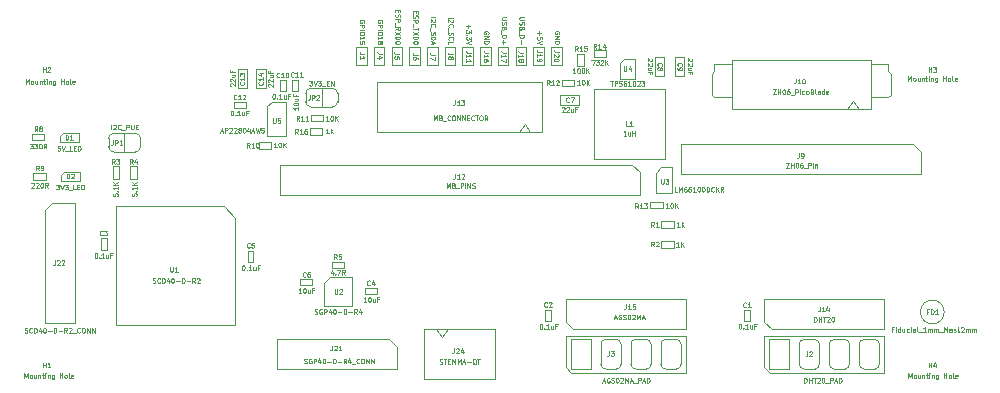
<source format=gbr>
%TF.GenerationSoftware,KiCad,Pcbnew,9.0.2*%
%TF.CreationDate,2025-06-08T01:22:44+05:30*%
%TF.ProjectId,AQEYE-SB-D1,41514559-452d-4534-922d-44312e6b6963,0.1*%
%TF.SameCoordinates,Original*%
%TF.FileFunction,AssemblyDrawing,Top*%
%FSLAX46Y46*%
G04 Gerber Fmt 4.6, Leading zero omitted, Abs format (unit mm)*
G04 Created by KiCad (PCBNEW 9.0.2) date 2025-06-08 01:22:44*
%MOMM*%
%LPD*%
G01*
G04 APERTURE LIST*
%ADD10C,0.100000*%
G04 APERTURE END LIST*
D10*
X26378809Y23210152D02*
X26150238Y23210152D01*
X26264524Y23210152D02*
X26264524Y23610152D01*
X26264524Y23610152D02*
X26226428Y23553009D01*
X26226428Y23553009D02*
X26188333Y23514914D01*
X26188333Y23514914D02*
X26150238Y23495866D01*
X26626428Y23610152D02*
X26664523Y23610152D01*
X26664523Y23610152D02*
X26702619Y23591104D01*
X26702619Y23591104D02*
X26721666Y23572057D01*
X26721666Y23572057D02*
X26740714Y23533961D01*
X26740714Y23533961D02*
X26759761Y23457771D01*
X26759761Y23457771D02*
X26759761Y23362533D01*
X26759761Y23362533D02*
X26740714Y23286342D01*
X26740714Y23286342D02*
X26721666Y23248247D01*
X26721666Y23248247D02*
X26702619Y23229199D01*
X26702619Y23229199D02*
X26664523Y23210152D01*
X26664523Y23210152D02*
X26626428Y23210152D01*
X26626428Y23210152D02*
X26588333Y23229199D01*
X26588333Y23229199D02*
X26569285Y23248247D01*
X26569285Y23248247D02*
X26550238Y23286342D01*
X26550238Y23286342D02*
X26531190Y23362533D01*
X26531190Y23362533D02*
X26531190Y23457771D01*
X26531190Y23457771D02*
X26550238Y23533961D01*
X26550238Y23533961D02*
X26569285Y23572057D01*
X26569285Y23572057D02*
X26588333Y23591104D01*
X26588333Y23591104D02*
X26626428Y23610152D01*
X26931190Y23210152D02*
X26931190Y23610152D01*
X27159761Y23210152D02*
X26988332Y23438723D01*
X27159761Y23610152D02*
X26931190Y23381580D01*
X23797856Y22080153D02*
X23664523Y22270629D01*
X23569285Y22080153D02*
X23569285Y22480153D01*
X23569285Y22480153D02*
X23721666Y22480153D01*
X23721666Y22480153D02*
X23759761Y22461105D01*
X23759761Y22461105D02*
X23778808Y22442058D01*
X23778808Y22442058D02*
X23797856Y22403962D01*
X23797856Y22403962D02*
X23797856Y22346820D01*
X23797856Y22346820D02*
X23778808Y22308724D01*
X23778808Y22308724D02*
X23759761Y22289677D01*
X23759761Y22289677D02*
X23721666Y22270629D01*
X23721666Y22270629D02*
X23569285Y22270629D01*
X24178808Y22080153D02*
X23950237Y22080153D01*
X24064523Y22080153D02*
X24064523Y22480153D01*
X24064523Y22480153D02*
X24026427Y22423010D01*
X24026427Y22423010D02*
X23988332Y22384915D01*
X23988332Y22384915D02*
X23950237Y22365867D01*
X24521665Y22480153D02*
X24445475Y22480153D01*
X24445475Y22480153D02*
X24407379Y22461105D01*
X24407379Y22461105D02*
X24388332Y22442058D01*
X24388332Y22442058D02*
X24350237Y22384915D01*
X24350237Y22384915D02*
X24331189Y22308724D01*
X24331189Y22308724D02*
X24331189Y22156343D01*
X24331189Y22156343D02*
X24350237Y22118248D01*
X24350237Y22118248D02*
X24369284Y22099200D01*
X24369284Y22099200D02*
X24407379Y22080153D01*
X24407379Y22080153D02*
X24483570Y22080153D01*
X24483570Y22080153D02*
X24521665Y22099200D01*
X24521665Y22099200D02*
X24540713Y22118248D01*
X24540713Y22118248D02*
X24559760Y22156343D01*
X24559760Y22156343D02*
X24559760Y22251581D01*
X24559760Y22251581D02*
X24540713Y22289677D01*
X24540713Y22289677D02*
X24521665Y22308724D01*
X24521665Y22308724D02*
X24483570Y22327772D01*
X24483570Y22327772D02*
X24407379Y22327772D01*
X24407379Y22327772D02*
X24369284Y22308724D01*
X24369284Y22308724D02*
X24350237Y22289677D01*
X24350237Y22289677D02*
X24331189Y22251581D01*
X39916256Y30546907D02*
X39935304Y30585002D01*
X39935304Y30585002D02*
X39935304Y30642145D01*
X39935304Y30642145D02*
X39916256Y30699288D01*
X39916256Y30699288D02*
X39878161Y30737383D01*
X39878161Y30737383D02*
X39840066Y30756430D01*
X39840066Y30756430D02*
X39763875Y30775478D01*
X39763875Y30775478D02*
X39706732Y30775478D01*
X39706732Y30775478D02*
X39630542Y30756430D01*
X39630542Y30756430D02*
X39592447Y30737383D01*
X39592447Y30737383D02*
X39554352Y30699288D01*
X39554352Y30699288D02*
X39535304Y30642145D01*
X39535304Y30642145D02*
X39535304Y30604049D01*
X39535304Y30604049D02*
X39554352Y30546907D01*
X39554352Y30546907D02*
X39573399Y30527859D01*
X39573399Y30527859D02*
X39706732Y30527859D01*
X39706732Y30527859D02*
X39706732Y30604049D01*
X39535304Y30356430D02*
X39935304Y30356430D01*
X39935304Y30356430D02*
X39535304Y30127859D01*
X39535304Y30127859D02*
X39935304Y30127859D01*
X39535304Y29937382D02*
X39935304Y29937382D01*
X39935304Y29937382D02*
X39935304Y29842144D01*
X39935304Y29842144D02*
X39916256Y29785001D01*
X39916256Y29785001D02*
X39878161Y29746906D01*
X39878161Y29746906D02*
X39840066Y29727859D01*
X39840066Y29727859D02*
X39763875Y29708811D01*
X39763875Y29708811D02*
X39706732Y29708811D01*
X39706732Y29708811D02*
X39630542Y29727859D01*
X39630542Y29727859D02*
X39592447Y29746906D01*
X39592447Y29746906D02*
X39554352Y29785001D01*
X39554352Y29785001D02*
X39535304Y29842144D01*
X39535304Y29842144D02*
X39535304Y29937382D01*
X39915152Y28955932D02*
X39629438Y28955932D01*
X39629438Y28955932D02*
X39572295Y28974979D01*
X39572295Y28974979D02*
X39534200Y29013075D01*
X39534200Y29013075D02*
X39515152Y29070217D01*
X39515152Y29070217D02*
X39515152Y29108313D01*
X39515152Y28555932D02*
X39515152Y28784503D01*
X39515152Y28670217D02*
X39915152Y28670217D01*
X39915152Y28670217D02*
X39858009Y28708313D01*
X39858009Y28708313D02*
X39819914Y28746408D01*
X39819914Y28746408D02*
X39800866Y28784503D01*
X39915152Y28213075D02*
X39915152Y28289265D01*
X39915152Y28289265D02*
X39896104Y28327361D01*
X39896104Y28327361D02*
X39877057Y28346408D01*
X39877057Y28346408D02*
X39819914Y28384503D01*
X39819914Y28384503D02*
X39743723Y28403551D01*
X39743723Y28403551D02*
X39591342Y28403551D01*
X39591342Y28403551D02*
X39553247Y28384503D01*
X39553247Y28384503D02*
X39534200Y28365456D01*
X39534200Y28365456D02*
X39515152Y28327361D01*
X39515152Y28327361D02*
X39515152Y28251170D01*
X39515152Y28251170D02*
X39534200Y28213075D01*
X39534200Y28213075D02*
X39553247Y28194027D01*
X39553247Y28194027D02*
X39591342Y28174980D01*
X39591342Y28174980D02*
X39686580Y28174980D01*
X39686580Y28174980D02*
X39724676Y28194027D01*
X39724676Y28194027D02*
X39743723Y28213075D01*
X39743723Y28213075D02*
X39762771Y28251170D01*
X39762771Y28251170D02*
X39762771Y28327361D01*
X39762771Y28327361D02*
X39743723Y28365456D01*
X39743723Y28365456D02*
X39724676Y28384503D01*
X39724676Y28384503D02*
X39686580Y28403551D01*
X3643571Y21065153D02*
X3453095Y21065153D01*
X3453095Y21065153D02*
X3434047Y20874677D01*
X3434047Y20874677D02*
X3453095Y20893724D01*
X3453095Y20893724D02*
X3491190Y20912772D01*
X3491190Y20912772D02*
X3586428Y20912772D01*
X3586428Y20912772D02*
X3624523Y20893724D01*
X3624523Y20893724D02*
X3643571Y20874677D01*
X3643571Y20874677D02*
X3662618Y20836581D01*
X3662618Y20836581D02*
X3662618Y20741343D01*
X3662618Y20741343D02*
X3643571Y20703248D01*
X3643571Y20703248D02*
X3624523Y20684200D01*
X3624523Y20684200D02*
X3586428Y20665153D01*
X3586428Y20665153D02*
X3491190Y20665153D01*
X3491190Y20665153D02*
X3453095Y20684200D01*
X3453095Y20684200D02*
X3434047Y20703248D01*
X3776904Y21065153D02*
X3910237Y20665153D01*
X3910237Y20665153D02*
X4043570Y21065153D01*
X4081666Y20627058D02*
X4386427Y20627058D01*
X4672142Y20665153D02*
X4481666Y20665153D01*
X4481666Y20665153D02*
X4481666Y21065153D01*
X4805476Y20874677D02*
X4938809Y20874677D01*
X4995952Y20665153D02*
X4805476Y20665153D01*
X4805476Y20665153D02*
X4805476Y21065153D01*
X4805476Y21065153D02*
X4995952Y21065153D01*
X5167381Y20665153D02*
X5167381Y21065153D01*
X5167381Y21065153D02*
X5262619Y21065153D01*
X5262619Y21065153D02*
X5319762Y21046105D01*
X5319762Y21046105D02*
X5357857Y21008010D01*
X5357857Y21008010D02*
X5376904Y20969915D01*
X5376904Y20969915D02*
X5395952Y20893724D01*
X5395952Y20893724D02*
X5395952Y20836581D01*
X5395952Y20836581D02*
X5376904Y20760391D01*
X5376904Y20760391D02*
X5357857Y20722296D01*
X5357857Y20722296D02*
X5319762Y20684200D01*
X5319762Y20684200D02*
X5262619Y20665153D01*
X5262619Y20665153D02*
X5167381Y20665153D01*
X4119762Y21595153D02*
X4119762Y21995153D01*
X4119762Y21995153D02*
X4215000Y21995153D01*
X4215000Y21995153D02*
X4272143Y21976105D01*
X4272143Y21976105D02*
X4310238Y21938010D01*
X4310238Y21938010D02*
X4329285Y21899915D01*
X4329285Y21899915D02*
X4348333Y21823724D01*
X4348333Y21823724D02*
X4348333Y21766581D01*
X4348333Y21766581D02*
X4329285Y21690391D01*
X4329285Y21690391D02*
X4310238Y21652296D01*
X4310238Y21652296D02*
X4272143Y21614200D01*
X4272143Y21614200D02*
X4215000Y21595153D01*
X4215000Y21595153D02*
X4119762Y21595153D01*
X4729285Y21595153D02*
X4500714Y21595153D01*
X4615000Y21595153D02*
X4615000Y21995153D01*
X4615000Y21995153D02*
X4576904Y21938010D01*
X4576904Y21938010D02*
X4538809Y21899915D01*
X4538809Y21899915D02*
X4500714Y21880867D01*
X44186321Y30756428D02*
X44186321Y30451666D01*
X44033940Y30604047D02*
X44338702Y30604047D01*
X44433940Y30070714D02*
X44433940Y30261190D01*
X44433940Y30261190D02*
X44243464Y30280238D01*
X44243464Y30280238D02*
X44262511Y30261190D01*
X44262511Y30261190D02*
X44281559Y30223095D01*
X44281559Y30223095D02*
X44281559Y30127857D01*
X44281559Y30127857D02*
X44262511Y30089762D01*
X44262511Y30089762D02*
X44243464Y30070714D01*
X44243464Y30070714D02*
X44205368Y30051667D01*
X44205368Y30051667D02*
X44110130Y30051667D01*
X44110130Y30051667D02*
X44072035Y30070714D01*
X44072035Y30070714D02*
X44052988Y30089762D01*
X44052988Y30089762D02*
X44033940Y30127857D01*
X44033940Y30127857D02*
X44033940Y30223095D01*
X44033940Y30223095D02*
X44052988Y30261190D01*
X44052988Y30261190D02*
X44072035Y30280238D01*
X44433940Y29937381D02*
X44033940Y29804048D01*
X44033940Y29804048D02*
X44433940Y29670715D01*
X44415152Y29004568D02*
X44129438Y29004568D01*
X44129438Y29004568D02*
X44072295Y29023615D01*
X44072295Y29023615D02*
X44034200Y29061711D01*
X44034200Y29061711D02*
X44015152Y29118853D01*
X44015152Y29118853D02*
X44015152Y29156949D01*
X44015152Y28604568D02*
X44015152Y28833139D01*
X44015152Y28718853D02*
X44415152Y28718853D01*
X44415152Y28718853D02*
X44358009Y28756949D01*
X44358009Y28756949D02*
X44319914Y28795044D01*
X44319914Y28795044D02*
X44300866Y28833139D01*
X44015152Y28414092D02*
X44015152Y28337901D01*
X44015152Y28337901D02*
X44034200Y28299806D01*
X44034200Y28299806D02*
X44053247Y28280758D01*
X44053247Y28280758D02*
X44110390Y28242663D01*
X44110390Y28242663D02*
X44186580Y28223616D01*
X44186580Y28223616D02*
X44338961Y28223616D01*
X44338961Y28223616D02*
X44377057Y28242663D01*
X44377057Y28242663D02*
X44396104Y28261711D01*
X44396104Y28261711D02*
X44415152Y28299806D01*
X44415152Y28299806D02*
X44415152Y28375997D01*
X44415152Y28375997D02*
X44396104Y28414092D01*
X44396104Y28414092D02*
X44377057Y28433139D01*
X44377057Y28433139D02*
X44338961Y28452187D01*
X44338961Y28452187D02*
X44243723Y28452187D01*
X44243723Y28452187D02*
X44205628Y28433139D01*
X44205628Y28433139D02*
X44186580Y28414092D01*
X44186580Y28414092D02*
X44167533Y28375997D01*
X44167533Y28375997D02*
X44167533Y28299806D01*
X44167533Y28299806D02*
X44186580Y28261711D01*
X44186580Y28261711D02*
X44205628Y28242663D01*
X44205628Y28242663D02*
X44243723Y28223616D01*
X8134847Y17014525D02*
X8134847Y16824049D01*
X8134847Y16824049D02*
X8325323Y16805001D01*
X8325323Y16805001D02*
X8306276Y16824049D01*
X8306276Y16824049D02*
X8287228Y16862144D01*
X8287228Y16862144D02*
X8287228Y16957382D01*
X8287228Y16957382D02*
X8306276Y16995477D01*
X8306276Y16995477D02*
X8325323Y17014525D01*
X8325323Y17014525D02*
X8363419Y17033572D01*
X8363419Y17033572D02*
X8458657Y17033572D01*
X8458657Y17033572D02*
X8496752Y17014525D01*
X8496752Y17014525D02*
X8515800Y16995477D01*
X8515800Y16995477D02*
X8534847Y16957382D01*
X8534847Y16957382D02*
X8534847Y16862144D01*
X8534847Y16862144D02*
X8515800Y16824049D01*
X8515800Y16824049D02*
X8496752Y16805001D01*
X8496752Y17205001D02*
X8515800Y17224048D01*
X8515800Y17224048D02*
X8534847Y17205001D01*
X8534847Y17205001D02*
X8515800Y17185953D01*
X8515800Y17185953D02*
X8496752Y17205001D01*
X8496752Y17205001D02*
X8534847Y17205001D01*
X8534847Y17605000D02*
X8534847Y17376429D01*
X8534847Y17490715D02*
X8134847Y17490715D01*
X8134847Y17490715D02*
X8191990Y17452619D01*
X8191990Y17452619D02*
X8230085Y17414524D01*
X8230085Y17414524D02*
X8249133Y17376429D01*
X8534847Y17776429D02*
X8134847Y17776429D01*
X8534847Y18005000D02*
X8306276Y17833571D01*
X8134847Y18005000D02*
X8363419Y17776429D01*
X8288333Y19535153D02*
X8155000Y19725629D01*
X8059762Y19535153D02*
X8059762Y19935153D01*
X8059762Y19935153D02*
X8212143Y19935153D01*
X8212143Y19935153D02*
X8250238Y19916105D01*
X8250238Y19916105D02*
X8269285Y19897058D01*
X8269285Y19897058D02*
X8288333Y19858962D01*
X8288333Y19858962D02*
X8288333Y19801820D01*
X8288333Y19801820D02*
X8269285Y19763724D01*
X8269285Y19763724D02*
X8250238Y19744677D01*
X8250238Y19744677D02*
X8212143Y19725629D01*
X8212143Y19725629D02*
X8059762Y19725629D01*
X8421666Y19935153D02*
X8669285Y19935153D01*
X8669285Y19935153D02*
X8535952Y19782772D01*
X8535952Y19782772D02*
X8593095Y19782772D01*
X8593095Y19782772D02*
X8631190Y19763724D01*
X8631190Y19763724D02*
X8650238Y19744677D01*
X8650238Y19744677D02*
X8669285Y19706581D01*
X8669285Y19706581D02*
X8669285Y19611343D01*
X8669285Y19611343D02*
X8650238Y19573248D01*
X8650238Y19573248D02*
X8631190Y19554200D01*
X8631190Y19554200D02*
X8593095Y19535153D01*
X8593095Y19535153D02*
X8478809Y19535153D01*
X8478809Y19535153D02*
X8440714Y19554200D01*
X8440714Y19554200D02*
X8421666Y19573248D01*
X48640714Y28325153D02*
X48907381Y28325153D01*
X48907381Y28325153D02*
X48735952Y27925153D01*
X49021666Y28325153D02*
X49269285Y28325153D01*
X49269285Y28325153D02*
X49135952Y28172772D01*
X49135952Y28172772D02*
X49193095Y28172772D01*
X49193095Y28172772D02*
X49231190Y28153724D01*
X49231190Y28153724D02*
X49250238Y28134677D01*
X49250238Y28134677D02*
X49269285Y28096581D01*
X49269285Y28096581D02*
X49269285Y28001343D01*
X49269285Y28001343D02*
X49250238Y27963248D01*
X49250238Y27963248D02*
X49231190Y27944200D01*
X49231190Y27944200D02*
X49193095Y27925153D01*
X49193095Y27925153D02*
X49078809Y27925153D01*
X49078809Y27925153D02*
X49040714Y27944200D01*
X49040714Y27944200D02*
X49021666Y27963248D01*
X49421666Y28287058D02*
X49440714Y28306105D01*
X49440714Y28306105D02*
X49478809Y28325153D01*
X49478809Y28325153D02*
X49574047Y28325153D01*
X49574047Y28325153D02*
X49612142Y28306105D01*
X49612142Y28306105D02*
X49631190Y28287058D01*
X49631190Y28287058D02*
X49650237Y28248962D01*
X49650237Y28248962D02*
X49650237Y28210867D01*
X49650237Y28210867D02*
X49631190Y28153724D01*
X49631190Y28153724D02*
X49402618Y27925153D01*
X49402618Y27925153D02*
X49650237Y27925153D01*
X49821666Y27925153D02*
X49821666Y28325153D01*
X50050237Y27925153D02*
X49878808Y28153724D01*
X50050237Y28325153D02*
X49821666Y28096581D01*
X49052857Y29295153D02*
X48919524Y29485629D01*
X48824286Y29295153D02*
X48824286Y29695153D01*
X48824286Y29695153D02*
X48976667Y29695153D01*
X48976667Y29695153D02*
X49014762Y29676105D01*
X49014762Y29676105D02*
X49033809Y29657058D01*
X49033809Y29657058D02*
X49052857Y29618962D01*
X49052857Y29618962D02*
X49052857Y29561820D01*
X49052857Y29561820D02*
X49033809Y29523724D01*
X49033809Y29523724D02*
X49014762Y29504677D01*
X49014762Y29504677D02*
X48976667Y29485629D01*
X48976667Y29485629D02*
X48824286Y29485629D01*
X49433809Y29295153D02*
X49205238Y29295153D01*
X49319524Y29295153D02*
X49319524Y29695153D01*
X49319524Y29695153D02*
X49281428Y29638010D01*
X49281428Y29638010D02*
X49243333Y29599915D01*
X49243333Y29599915D02*
X49205238Y29580867D01*
X49776666Y29561820D02*
X49776666Y29295153D01*
X49681428Y29714200D02*
X49586190Y29428486D01*
X49586190Y29428486D02*
X49833809Y29428486D01*
X75483333Y1420153D02*
X75483333Y1820153D01*
X75483333Y1820153D02*
X75616666Y1534439D01*
X75616666Y1534439D02*
X75749999Y1820153D01*
X75749999Y1820153D02*
X75749999Y1420153D01*
X75997618Y1420153D02*
X75959523Y1439200D01*
X75959523Y1439200D02*
X75940476Y1458248D01*
X75940476Y1458248D02*
X75921428Y1496343D01*
X75921428Y1496343D02*
X75921428Y1610629D01*
X75921428Y1610629D02*
X75940476Y1648724D01*
X75940476Y1648724D02*
X75959523Y1667772D01*
X75959523Y1667772D02*
X75997618Y1686820D01*
X75997618Y1686820D02*
X76054761Y1686820D01*
X76054761Y1686820D02*
X76092857Y1667772D01*
X76092857Y1667772D02*
X76111904Y1648724D01*
X76111904Y1648724D02*
X76130952Y1610629D01*
X76130952Y1610629D02*
X76130952Y1496343D01*
X76130952Y1496343D02*
X76111904Y1458248D01*
X76111904Y1458248D02*
X76092857Y1439200D01*
X76092857Y1439200D02*
X76054761Y1420153D01*
X76054761Y1420153D02*
X75997618Y1420153D01*
X76473809Y1686820D02*
X76473809Y1420153D01*
X76302381Y1686820D02*
X76302381Y1477296D01*
X76302381Y1477296D02*
X76321428Y1439200D01*
X76321428Y1439200D02*
X76359523Y1420153D01*
X76359523Y1420153D02*
X76416666Y1420153D01*
X76416666Y1420153D02*
X76454762Y1439200D01*
X76454762Y1439200D02*
X76473809Y1458248D01*
X76664286Y1686820D02*
X76664286Y1420153D01*
X76664286Y1648724D02*
X76683333Y1667772D01*
X76683333Y1667772D02*
X76721428Y1686820D01*
X76721428Y1686820D02*
X76778571Y1686820D01*
X76778571Y1686820D02*
X76816667Y1667772D01*
X76816667Y1667772D02*
X76835714Y1629677D01*
X76835714Y1629677D02*
X76835714Y1420153D01*
X76969048Y1686820D02*
X77121429Y1686820D01*
X77026191Y1820153D02*
X77026191Y1477296D01*
X77026191Y1477296D02*
X77045238Y1439200D01*
X77045238Y1439200D02*
X77083333Y1420153D01*
X77083333Y1420153D02*
X77121429Y1420153D01*
X77254762Y1420153D02*
X77254762Y1686820D01*
X77254762Y1820153D02*
X77235714Y1801105D01*
X77235714Y1801105D02*
X77254762Y1782058D01*
X77254762Y1782058D02*
X77273809Y1801105D01*
X77273809Y1801105D02*
X77254762Y1820153D01*
X77254762Y1820153D02*
X77254762Y1782058D01*
X77445238Y1686820D02*
X77445238Y1420153D01*
X77445238Y1648724D02*
X77464285Y1667772D01*
X77464285Y1667772D02*
X77502380Y1686820D01*
X77502380Y1686820D02*
X77559523Y1686820D01*
X77559523Y1686820D02*
X77597619Y1667772D01*
X77597619Y1667772D02*
X77616666Y1629677D01*
X77616666Y1629677D02*
X77616666Y1420153D01*
X77978571Y1686820D02*
X77978571Y1363010D01*
X77978571Y1363010D02*
X77959524Y1324915D01*
X77959524Y1324915D02*
X77940476Y1305867D01*
X77940476Y1305867D02*
X77902381Y1286820D01*
X77902381Y1286820D02*
X77845238Y1286820D01*
X77845238Y1286820D02*
X77807143Y1305867D01*
X77978571Y1439200D02*
X77940476Y1420153D01*
X77940476Y1420153D02*
X77864285Y1420153D01*
X77864285Y1420153D02*
X77826190Y1439200D01*
X77826190Y1439200D02*
X77807143Y1458248D01*
X77807143Y1458248D02*
X77788095Y1496343D01*
X77788095Y1496343D02*
X77788095Y1610629D01*
X77788095Y1610629D02*
X77807143Y1648724D01*
X77807143Y1648724D02*
X77826190Y1667772D01*
X77826190Y1667772D02*
X77864285Y1686820D01*
X77864285Y1686820D02*
X77940476Y1686820D01*
X77940476Y1686820D02*
X77978571Y1667772D01*
X78473810Y1420153D02*
X78473810Y1820153D01*
X78473810Y1629677D02*
X78702381Y1629677D01*
X78702381Y1420153D02*
X78702381Y1820153D01*
X78950000Y1420153D02*
X78911905Y1439200D01*
X78911905Y1439200D02*
X78892858Y1458248D01*
X78892858Y1458248D02*
X78873810Y1496343D01*
X78873810Y1496343D02*
X78873810Y1610629D01*
X78873810Y1610629D02*
X78892858Y1648724D01*
X78892858Y1648724D02*
X78911905Y1667772D01*
X78911905Y1667772D02*
X78950000Y1686820D01*
X78950000Y1686820D02*
X79007143Y1686820D01*
X79007143Y1686820D02*
X79045239Y1667772D01*
X79045239Y1667772D02*
X79064286Y1648724D01*
X79064286Y1648724D02*
X79083334Y1610629D01*
X79083334Y1610629D02*
X79083334Y1496343D01*
X79083334Y1496343D02*
X79064286Y1458248D01*
X79064286Y1458248D02*
X79045239Y1439200D01*
X79045239Y1439200D02*
X79007143Y1420153D01*
X79007143Y1420153D02*
X78950000Y1420153D01*
X79311905Y1420153D02*
X79273810Y1439200D01*
X79273810Y1439200D02*
X79254763Y1477296D01*
X79254763Y1477296D02*
X79254763Y1820153D01*
X79616668Y1439200D02*
X79578572Y1420153D01*
X79578572Y1420153D02*
X79502382Y1420153D01*
X79502382Y1420153D02*
X79464287Y1439200D01*
X79464287Y1439200D02*
X79445239Y1477296D01*
X79445239Y1477296D02*
X79445239Y1629677D01*
X79445239Y1629677D02*
X79464287Y1667772D01*
X79464287Y1667772D02*
X79502382Y1686820D01*
X79502382Y1686820D02*
X79578572Y1686820D01*
X79578572Y1686820D02*
X79616668Y1667772D01*
X79616668Y1667772D02*
X79635715Y1629677D01*
X79635715Y1629677D02*
X79635715Y1591581D01*
X79635715Y1591581D02*
X79445239Y1553486D01*
X77195238Y2320153D02*
X77195238Y2720153D01*
X77195238Y2529677D02*
X77423809Y2529677D01*
X77423809Y2320153D02*
X77423809Y2720153D01*
X77785714Y2586820D02*
X77785714Y2320153D01*
X77690476Y2739200D02*
X77595238Y2453486D01*
X77595238Y2453486D02*
X77842857Y2453486D01*
X75433333Y26570153D02*
X75433333Y26970153D01*
X75433333Y26970153D02*
X75566666Y26684439D01*
X75566666Y26684439D02*
X75699999Y26970153D01*
X75699999Y26970153D02*
X75699999Y26570153D01*
X75947618Y26570153D02*
X75909523Y26589200D01*
X75909523Y26589200D02*
X75890476Y26608248D01*
X75890476Y26608248D02*
X75871428Y26646343D01*
X75871428Y26646343D02*
X75871428Y26760629D01*
X75871428Y26760629D02*
X75890476Y26798724D01*
X75890476Y26798724D02*
X75909523Y26817772D01*
X75909523Y26817772D02*
X75947618Y26836820D01*
X75947618Y26836820D02*
X76004761Y26836820D01*
X76004761Y26836820D02*
X76042857Y26817772D01*
X76042857Y26817772D02*
X76061904Y26798724D01*
X76061904Y26798724D02*
X76080952Y26760629D01*
X76080952Y26760629D02*
X76080952Y26646343D01*
X76080952Y26646343D02*
X76061904Y26608248D01*
X76061904Y26608248D02*
X76042857Y26589200D01*
X76042857Y26589200D02*
X76004761Y26570153D01*
X76004761Y26570153D02*
X75947618Y26570153D01*
X76423809Y26836820D02*
X76423809Y26570153D01*
X76252381Y26836820D02*
X76252381Y26627296D01*
X76252381Y26627296D02*
X76271428Y26589200D01*
X76271428Y26589200D02*
X76309523Y26570153D01*
X76309523Y26570153D02*
X76366666Y26570153D01*
X76366666Y26570153D02*
X76404762Y26589200D01*
X76404762Y26589200D02*
X76423809Y26608248D01*
X76614286Y26836820D02*
X76614286Y26570153D01*
X76614286Y26798724D02*
X76633333Y26817772D01*
X76633333Y26817772D02*
X76671428Y26836820D01*
X76671428Y26836820D02*
X76728571Y26836820D01*
X76728571Y26836820D02*
X76766667Y26817772D01*
X76766667Y26817772D02*
X76785714Y26779677D01*
X76785714Y26779677D02*
X76785714Y26570153D01*
X76919048Y26836820D02*
X77071429Y26836820D01*
X76976191Y26970153D02*
X76976191Y26627296D01*
X76976191Y26627296D02*
X76995238Y26589200D01*
X76995238Y26589200D02*
X77033333Y26570153D01*
X77033333Y26570153D02*
X77071429Y26570153D01*
X77204762Y26570153D02*
X77204762Y26836820D01*
X77204762Y26970153D02*
X77185714Y26951105D01*
X77185714Y26951105D02*
X77204762Y26932058D01*
X77204762Y26932058D02*
X77223809Y26951105D01*
X77223809Y26951105D02*
X77204762Y26970153D01*
X77204762Y26970153D02*
X77204762Y26932058D01*
X77395238Y26836820D02*
X77395238Y26570153D01*
X77395238Y26798724D02*
X77414285Y26817772D01*
X77414285Y26817772D02*
X77452380Y26836820D01*
X77452380Y26836820D02*
X77509523Y26836820D01*
X77509523Y26836820D02*
X77547619Y26817772D01*
X77547619Y26817772D02*
X77566666Y26779677D01*
X77566666Y26779677D02*
X77566666Y26570153D01*
X77928571Y26836820D02*
X77928571Y26513010D01*
X77928571Y26513010D02*
X77909524Y26474915D01*
X77909524Y26474915D02*
X77890476Y26455867D01*
X77890476Y26455867D02*
X77852381Y26436820D01*
X77852381Y26436820D02*
X77795238Y26436820D01*
X77795238Y26436820D02*
X77757143Y26455867D01*
X77928571Y26589200D02*
X77890476Y26570153D01*
X77890476Y26570153D02*
X77814285Y26570153D01*
X77814285Y26570153D02*
X77776190Y26589200D01*
X77776190Y26589200D02*
X77757143Y26608248D01*
X77757143Y26608248D02*
X77738095Y26646343D01*
X77738095Y26646343D02*
X77738095Y26760629D01*
X77738095Y26760629D02*
X77757143Y26798724D01*
X77757143Y26798724D02*
X77776190Y26817772D01*
X77776190Y26817772D02*
X77814285Y26836820D01*
X77814285Y26836820D02*
X77890476Y26836820D01*
X77890476Y26836820D02*
X77928571Y26817772D01*
X78423810Y26570153D02*
X78423810Y26970153D01*
X78423810Y26779677D02*
X78652381Y26779677D01*
X78652381Y26570153D02*
X78652381Y26970153D01*
X78900000Y26570153D02*
X78861905Y26589200D01*
X78861905Y26589200D02*
X78842858Y26608248D01*
X78842858Y26608248D02*
X78823810Y26646343D01*
X78823810Y26646343D02*
X78823810Y26760629D01*
X78823810Y26760629D02*
X78842858Y26798724D01*
X78842858Y26798724D02*
X78861905Y26817772D01*
X78861905Y26817772D02*
X78900000Y26836820D01*
X78900000Y26836820D02*
X78957143Y26836820D01*
X78957143Y26836820D02*
X78995239Y26817772D01*
X78995239Y26817772D02*
X79014286Y26798724D01*
X79014286Y26798724D02*
X79033334Y26760629D01*
X79033334Y26760629D02*
X79033334Y26646343D01*
X79033334Y26646343D02*
X79014286Y26608248D01*
X79014286Y26608248D02*
X78995239Y26589200D01*
X78995239Y26589200D02*
X78957143Y26570153D01*
X78957143Y26570153D02*
X78900000Y26570153D01*
X79261905Y26570153D02*
X79223810Y26589200D01*
X79223810Y26589200D02*
X79204763Y26627296D01*
X79204763Y26627296D02*
X79204763Y26970153D01*
X79566668Y26589200D02*
X79528572Y26570153D01*
X79528572Y26570153D02*
X79452382Y26570153D01*
X79452382Y26570153D02*
X79414287Y26589200D01*
X79414287Y26589200D02*
X79395239Y26627296D01*
X79395239Y26627296D02*
X79395239Y26779677D01*
X79395239Y26779677D02*
X79414287Y26817772D01*
X79414287Y26817772D02*
X79452382Y26836820D01*
X79452382Y26836820D02*
X79528572Y26836820D01*
X79528572Y26836820D02*
X79566668Y26817772D01*
X79566668Y26817772D02*
X79585715Y26779677D01*
X79585715Y26779677D02*
X79585715Y26741581D01*
X79585715Y26741581D02*
X79395239Y26703486D01*
X77195238Y27320153D02*
X77195238Y27720153D01*
X77195238Y27529677D02*
X77423809Y27529677D01*
X77423809Y27320153D02*
X77423809Y27720153D01*
X77576190Y27720153D02*
X77823809Y27720153D01*
X77823809Y27720153D02*
X77690476Y27567772D01*
X77690476Y27567772D02*
X77747619Y27567772D01*
X77747619Y27567772D02*
X77785714Y27548724D01*
X77785714Y27548724D02*
X77804762Y27529677D01*
X77804762Y27529677D02*
X77823809Y27491581D01*
X77823809Y27491581D02*
X77823809Y27396343D01*
X77823809Y27396343D02*
X77804762Y27358248D01*
X77804762Y27358248D02*
X77785714Y27339200D01*
X77785714Y27339200D02*
X77747619Y27320153D01*
X77747619Y27320153D02*
X77633333Y27320153D01*
X77633333Y27320153D02*
X77595238Y27339200D01*
X77595238Y27339200D02*
X77576190Y27358248D01*
X45914437Y30546907D02*
X45933485Y30585002D01*
X45933485Y30585002D02*
X45933485Y30642145D01*
X45933485Y30642145D02*
X45914437Y30699288D01*
X45914437Y30699288D02*
X45876342Y30737383D01*
X45876342Y30737383D02*
X45838247Y30756430D01*
X45838247Y30756430D02*
X45762056Y30775478D01*
X45762056Y30775478D02*
X45704913Y30775478D01*
X45704913Y30775478D02*
X45628723Y30756430D01*
X45628723Y30756430D02*
X45590628Y30737383D01*
X45590628Y30737383D02*
X45552533Y30699288D01*
X45552533Y30699288D02*
X45533485Y30642145D01*
X45533485Y30642145D02*
X45533485Y30604049D01*
X45533485Y30604049D02*
X45552533Y30546907D01*
X45552533Y30546907D02*
X45571580Y30527859D01*
X45571580Y30527859D02*
X45704913Y30527859D01*
X45704913Y30527859D02*
X45704913Y30604049D01*
X45533485Y30356430D02*
X45933485Y30356430D01*
X45933485Y30356430D02*
X45533485Y30127859D01*
X45533485Y30127859D02*
X45933485Y30127859D01*
X45533485Y29937382D02*
X45933485Y29937382D01*
X45933485Y29937382D02*
X45933485Y29842144D01*
X45933485Y29842144D02*
X45914437Y29785001D01*
X45914437Y29785001D02*
X45876342Y29746906D01*
X45876342Y29746906D02*
X45838247Y29727859D01*
X45838247Y29727859D02*
X45762056Y29708811D01*
X45762056Y29708811D02*
X45704913Y29708811D01*
X45704913Y29708811D02*
X45628723Y29727859D01*
X45628723Y29727859D02*
X45590628Y29746906D01*
X45590628Y29746906D02*
X45552533Y29785001D01*
X45552533Y29785001D02*
X45533485Y29842144D01*
X45533485Y29842144D02*
X45533485Y29937382D01*
X45865152Y29004113D02*
X45579438Y29004113D01*
X45579438Y29004113D02*
X45522295Y29023160D01*
X45522295Y29023160D02*
X45484200Y29061256D01*
X45484200Y29061256D02*
X45465152Y29118398D01*
X45465152Y29118398D02*
X45465152Y29156494D01*
X45827057Y28832684D02*
X45846104Y28813636D01*
X45846104Y28813636D02*
X45865152Y28775541D01*
X45865152Y28775541D02*
X45865152Y28680303D01*
X45865152Y28680303D02*
X45846104Y28642208D01*
X45846104Y28642208D02*
X45827057Y28623160D01*
X45827057Y28623160D02*
X45788961Y28604113D01*
X45788961Y28604113D02*
X45750866Y28604113D01*
X45750866Y28604113D02*
X45693723Y28623160D01*
X45693723Y28623160D02*
X45465152Y28851732D01*
X45465152Y28851732D02*
X45465152Y28604113D01*
X45865152Y28356494D02*
X45865152Y28318399D01*
X45865152Y28318399D02*
X45846104Y28280303D01*
X45846104Y28280303D02*
X45827057Y28261256D01*
X45827057Y28261256D02*
X45788961Y28242208D01*
X45788961Y28242208D02*
X45712771Y28223161D01*
X45712771Y28223161D02*
X45617533Y28223161D01*
X45617533Y28223161D02*
X45541342Y28242208D01*
X45541342Y28242208D02*
X45503247Y28261256D01*
X45503247Y28261256D02*
X45484200Y28280303D01*
X45484200Y28280303D02*
X45465152Y28318399D01*
X45465152Y28318399D02*
X45465152Y28356494D01*
X45465152Y28356494D02*
X45484200Y28394589D01*
X45484200Y28394589D02*
X45503247Y28413637D01*
X45503247Y28413637D02*
X45541342Y28432684D01*
X45541342Y28432684D02*
X45617533Y28451732D01*
X45617533Y28451732D02*
X45712771Y28451732D01*
X45712771Y28451732D02*
X45788961Y28432684D01*
X45788961Y28432684D02*
X45827057Y28413637D01*
X45827057Y28413637D02*
X45846104Y28394589D01*
X45846104Y28394589D02*
X45865152Y28356494D01*
X29576428Y7855153D02*
X29347857Y7855153D01*
X29462143Y7855153D02*
X29462143Y8255153D01*
X29462143Y8255153D02*
X29424047Y8198010D01*
X29424047Y8198010D02*
X29385952Y8159915D01*
X29385952Y8159915D02*
X29347857Y8140867D01*
X29824047Y8255153D02*
X29862142Y8255153D01*
X29862142Y8255153D02*
X29900238Y8236105D01*
X29900238Y8236105D02*
X29919285Y8217058D01*
X29919285Y8217058D02*
X29938333Y8178962D01*
X29938333Y8178962D02*
X29957380Y8102772D01*
X29957380Y8102772D02*
X29957380Y8007534D01*
X29957380Y8007534D02*
X29938333Y7931343D01*
X29938333Y7931343D02*
X29919285Y7893248D01*
X29919285Y7893248D02*
X29900238Y7874200D01*
X29900238Y7874200D02*
X29862142Y7855153D01*
X29862142Y7855153D02*
X29824047Y7855153D01*
X29824047Y7855153D02*
X29785952Y7874200D01*
X29785952Y7874200D02*
X29766904Y7893248D01*
X29766904Y7893248D02*
X29747857Y7931343D01*
X29747857Y7931343D02*
X29728809Y8007534D01*
X29728809Y8007534D02*
X29728809Y8102772D01*
X29728809Y8102772D02*
X29747857Y8178962D01*
X29747857Y8178962D02*
X29766904Y8217058D01*
X29766904Y8217058D02*
X29785952Y8236105D01*
X29785952Y8236105D02*
X29824047Y8255153D01*
X30300237Y8121820D02*
X30300237Y7855153D01*
X30128809Y8121820D02*
X30128809Y7912296D01*
X30128809Y7912296D02*
X30147856Y7874200D01*
X30147856Y7874200D02*
X30185951Y7855153D01*
X30185951Y7855153D02*
X30243094Y7855153D01*
X30243094Y7855153D02*
X30281190Y7874200D01*
X30281190Y7874200D02*
X30300237Y7893248D01*
X30624047Y8064677D02*
X30490714Y8064677D01*
X30490714Y7855153D02*
X30490714Y8255153D01*
X30490714Y8255153D02*
X30681190Y8255153D01*
X29888333Y9303248D02*
X29869285Y9284200D01*
X29869285Y9284200D02*
X29812143Y9265153D01*
X29812143Y9265153D02*
X29774047Y9265153D01*
X29774047Y9265153D02*
X29716904Y9284200D01*
X29716904Y9284200D02*
X29678809Y9322296D01*
X29678809Y9322296D02*
X29659762Y9360391D01*
X29659762Y9360391D02*
X29640714Y9436581D01*
X29640714Y9436581D02*
X29640714Y9493724D01*
X29640714Y9493724D02*
X29659762Y9569915D01*
X29659762Y9569915D02*
X29678809Y9608010D01*
X29678809Y9608010D02*
X29716904Y9646105D01*
X29716904Y9646105D02*
X29774047Y9665153D01*
X29774047Y9665153D02*
X29812143Y9665153D01*
X29812143Y9665153D02*
X29869285Y9646105D01*
X29869285Y9646105D02*
X29888333Y9627058D01*
X30231190Y9531820D02*
X30231190Y9265153D01*
X30135952Y9684200D02*
X30040714Y9398486D01*
X30040714Y9398486D02*
X30288333Y9398486D01*
X26379285Y22115153D02*
X26150714Y22115153D01*
X26265000Y22115153D02*
X26265000Y22515153D01*
X26265000Y22515153D02*
X26226904Y22458010D01*
X26226904Y22458010D02*
X26188809Y22419915D01*
X26188809Y22419915D02*
X26150714Y22400867D01*
X26550714Y22115153D02*
X26550714Y22515153D01*
X26779285Y22115153D02*
X26607856Y22343724D01*
X26779285Y22515153D02*
X26550714Y22286581D01*
X23907857Y23200153D02*
X23774524Y23390629D01*
X23679286Y23200153D02*
X23679286Y23600153D01*
X23679286Y23600153D02*
X23831667Y23600153D01*
X23831667Y23600153D02*
X23869762Y23581105D01*
X23869762Y23581105D02*
X23888809Y23562058D01*
X23888809Y23562058D02*
X23907857Y23523962D01*
X23907857Y23523962D02*
X23907857Y23466820D01*
X23907857Y23466820D02*
X23888809Y23428724D01*
X23888809Y23428724D02*
X23869762Y23409677D01*
X23869762Y23409677D02*
X23831667Y23390629D01*
X23831667Y23390629D02*
X23679286Y23390629D01*
X24288809Y23200153D02*
X24060238Y23200153D01*
X24174524Y23200153D02*
X24174524Y23600153D01*
X24174524Y23600153D02*
X24136428Y23543010D01*
X24136428Y23543010D02*
X24098333Y23504915D01*
X24098333Y23504915D02*
X24060238Y23485867D01*
X24669761Y23200153D02*
X24441190Y23200153D01*
X24555476Y23200153D02*
X24555476Y23600153D01*
X24555476Y23600153D02*
X24517380Y23543010D01*
X24517380Y23543010D02*
X24479285Y23504915D01*
X24479285Y23504915D02*
X24441190Y23485867D01*
X9724847Y17014525D02*
X9724847Y16824049D01*
X9724847Y16824049D02*
X9915323Y16805001D01*
X9915323Y16805001D02*
X9896276Y16824049D01*
X9896276Y16824049D02*
X9877228Y16862144D01*
X9877228Y16862144D02*
X9877228Y16957382D01*
X9877228Y16957382D02*
X9896276Y16995477D01*
X9896276Y16995477D02*
X9915323Y17014525D01*
X9915323Y17014525D02*
X9953419Y17033572D01*
X9953419Y17033572D02*
X10048657Y17033572D01*
X10048657Y17033572D02*
X10086752Y17014525D01*
X10086752Y17014525D02*
X10105800Y16995477D01*
X10105800Y16995477D02*
X10124847Y16957382D01*
X10124847Y16957382D02*
X10124847Y16862144D01*
X10124847Y16862144D02*
X10105800Y16824049D01*
X10105800Y16824049D02*
X10086752Y16805001D01*
X10086752Y17205001D02*
X10105800Y17224048D01*
X10105800Y17224048D02*
X10124847Y17205001D01*
X10124847Y17205001D02*
X10105800Y17185953D01*
X10105800Y17185953D02*
X10086752Y17205001D01*
X10086752Y17205001D02*
X10124847Y17205001D01*
X10124847Y17605000D02*
X10124847Y17376429D01*
X10124847Y17490715D02*
X9724847Y17490715D01*
X9724847Y17490715D02*
X9781990Y17452619D01*
X9781990Y17452619D02*
X9820085Y17414524D01*
X9820085Y17414524D02*
X9839133Y17376429D01*
X10124847Y17776429D02*
X9724847Y17776429D01*
X10124847Y18005000D02*
X9896276Y17833571D01*
X9724847Y18005000D02*
X9953419Y17776429D01*
X9793333Y19545153D02*
X9660000Y19735629D01*
X9564762Y19545153D02*
X9564762Y19945153D01*
X9564762Y19945153D02*
X9717143Y19945153D01*
X9717143Y19945153D02*
X9755238Y19926105D01*
X9755238Y19926105D02*
X9774285Y19907058D01*
X9774285Y19907058D02*
X9793333Y19868962D01*
X9793333Y19868962D02*
X9793333Y19811820D01*
X9793333Y19811820D02*
X9774285Y19773724D01*
X9774285Y19773724D02*
X9755238Y19754677D01*
X9755238Y19754677D02*
X9717143Y19735629D01*
X9717143Y19735629D02*
X9564762Y19735629D01*
X10136190Y19811820D02*
X10136190Y19545153D01*
X10040952Y19964200D02*
X9945714Y19678486D01*
X9945714Y19678486D02*
X10193333Y19678486D01*
X21302942Y26087858D02*
X21283895Y26106906D01*
X21283895Y26106906D02*
X21264847Y26145001D01*
X21264847Y26145001D02*
X21264847Y26240239D01*
X21264847Y26240239D02*
X21283895Y26278334D01*
X21283895Y26278334D02*
X21302942Y26297382D01*
X21302942Y26297382D02*
X21341038Y26316429D01*
X21341038Y26316429D02*
X21379133Y26316429D01*
X21379133Y26316429D02*
X21436276Y26297382D01*
X21436276Y26297382D02*
X21664847Y26068810D01*
X21664847Y26068810D02*
X21664847Y26316429D01*
X21302942Y26468810D02*
X21283895Y26487858D01*
X21283895Y26487858D02*
X21264847Y26525953D01*
X21264847Y26525953D02*
X21264847Y26621191D01*
X21264847Y26621191D02*
X21283895Y26659286D01*
X21283895Y26659286D02*
X21302942Y26678334D01*
X21302942Y26678334D02*
X21341038Y26697381D01*
X21341038Y26697381D02*
X21379133Y26697381D01*
X21379133Y26697381D02*
X21436276Y26678334D01*
X21436276Y26678334D02*
X21664847Y26449762D01*
X21664847Y26449762D02*
X21664847Y26697381D01*
X21398180Y27040238D02*
X21664847Y27040238D01*
X21398180Y26868810D02*
X21607704Y26868810D01*
X21607704Y26868810D02*
X21645800Y26887857D01*
X21645800Y26887857D02*
X21664847Y26925952D01*
X21664847Y26925952D02*
X21664847Y26983095D01*
X21664847Y26983095D02*
X21645800Y27021191D01*
X21645800Y27021191D02*
X21626752Y27040238D01*
X21455323Y27364048D02*
X21455323Y27230715D01*
X21664847Y27230715D02*
X21264847Y27230715D01*
X21264847Y27230715D02*
X21264847Y27421191D01*
X20796752Y26487858D02*
X20815800Y26468810D01*
X20815800Y26468810D02*
X20834847Y26411668D01*
X20834847Y26411668D02*
X20834847Y26373572D01*
X20834847Y26373572D02*
X20815800Y26316429D01*
X20815800Y26316429D02*
X20777704Y26278334D01*
X20777704Y26278334D02*
X20739609Y26259287D01*
X20739609Y26259287D02*
X20663419Y26240239D01*
X20663419Y26240239D02*
X20606276Y26240239D01*
X20606276Y26240239D02*
X20530085Y26259287D01*
X20530085Y26259287D02*
X20491990Y26278334D01*
X20491990Y26278334D02*
X20453895Y26316429D01*
X20453895Y26316429D02*
X20434847Y26373572D01*
X20434847Y26373572D02*
X20434847Y26411668D01*
X20434847Y26411668D02*
X20453895Y26468810D01*
X20453895Y26468810D02*
X20472942Y26487858D01*
X20834847Y26868810D02*
X20834847Y26640239D01*
X20834847Y26754525D02*
X20434847Y26754525D01*
X20434847Y26754525D02*
X20491990Y26716429D01*
X20491990Y26716429D02*
X20530085Y26678334D01*
X20530085Y26678334D02*
X20549133Y26640239D01*
X20568180Y27211667D02*
X20834847Y27211667D01*
X20415800Y27116429D02*
X20701514Y27021191D01*
X20701514Y27021191D02*
X20701514Y27268810D01*
X11501548Y9481700D02*
X11558691Y9462653D01*
X11558691Y9462653D02*
X11653929Y9462653D01*
X11653929Y9462653D02*
X11692024Y9481700D01*
X11692024Y9481700D02*
X11711072Y9500748D01*
X11711072Y9500748D02*
X11730119Y9538843D01*
X11730119Y9538843D02*
X11730119Y9576939D01*
X11730119Y9576939D02*
X11711072Y9615034D01*
X11711072Y9615034D02*
X11692024Y9634081D01*
X11692024Y9634081D02*
X11653929Y9653129D01*
X11653929Y9653129D02*
X11577738Y9672177D01*
X11577738Y9672177D02*
X11539643Y9691224D01*
X11539643Y9691224D02*
X11520596Y9710272D01*
X11520596Y9710272D02*
X11501548Y9748367D01*
X11501548Y9748367D02*
X11501548Y9786462D01*
X11501548Y9786462D02*
X11520596Y9824558D01*
X11520596Y9824558D02*
X11539643Y9843605D01*
X11539643Y9843605D02*
X11577738Y9862653D01*
X11577738Y9862653D02*
X11672977Y9862653D01*
X11672977Y9862653D02*
X11730119Y9843605D01*
X12130119Y9500748D02*
X12111071Y9481700D01*
X12111071Y9481700D02*
X12053929Y9462653D01*
X12053929Y9462653D02*
X12015833Y9462653D01*
X12015833Y9462653D02*
X11958690Y9481700D01*
X11958690Y9481700D02*
X11920595Y9519796D01*
X11920595Y9519796D02*
X11901548Y9557891D01*
X11901548Y9557891D02*
X11882500Y9634081D01*
X11882500Y9634081D02*
X11882500Y9691224D01*
X11882500Y9691224D02*
X11901548Y9767415D01*
X11901548Y9767415D02*
X11920595Y9805510D01*
X11920595Y9805510D02*
X11958690Y9843605D01*
X11958690Y9843605D02*
X12015833Y9862653D01*
X12015833Y9862653D02*
X12053929Y9862653D01*
X12053929Y9862653D02*
X12111071Y9843605D01*
X12111071Y9843605D02*
X12130119Y9824558D01*
X12301548Y9462653D02*
X12301548Y9862653D01*
X12301548Y9862653D02*
X12396786Y9862653D01*
X12396786Y9862653D02*
X12453929Y9843605D01*
X12453929Y9843605D02*
X12492024Y9805510D01*
X12492024Y9805510D02*
X12511071Y9767415D01*
X12511071Y9767415D02*
X12530119Y9691224D01*
X12530119Y9691224D02*
X12530119Y9634081D01*
X12530119Y9634081D02*
X12511071Y9557891D01*
X12511071Y9557891D02*
X12492024Y9519796D01*
X12492024Y9519796D02*
X12453929Y9481700D01*
X12453929Y9481700D02*
X12396786Y9462653D01*
X12396786Y9462653D02*
X12301548Y9462653D01*
X12872976Y9729320D02*
X12872976Y9462653D01*
X12777738Y9881700D02*
X12682500Y9595986D01*
X12682500Y9595986D02*
X12930119Y9595986D01*
X13158690Y9862653D02*
X13196785Y9862653D01*
X13196785Y9862653D02*
X13234881Y9843605D01*
X13234881Y9843605D02*
X13253928Y9824558D01*
X13253928Y9824558D02*
X13272976Y9786462D01*
X13272976Y9786462D02*
X13292023Y9710272D01*
X13292023Y9710272D02*
X13292023Y9615034D01*
X13292023Y9615034D02*
X13272976Y9538843D01*
X13272976Y9538843D02*
X13253928Y9500748D01*
X13253928Y9500748D02*
X13234881Y9481700D01*
X13234881Y9481700D02*
X13196785Y9462653D01*
X13196785Y9462653D02*
X13158690Y9462653D01*
X13158690Y9462653D02*
X13120595Y9481700D01*
X13120595Y9481700D02*
X13101547Y9500748D01*
X13101547Y9500748D02*
X13082500Y9538843D01*
X13082500Y9538843D02*
X13063452Y9615034D01*
X13063452Y9615034D02*
X13063452Y9710272D01*
X13063452Y9710272D02*
X13082500Y9786462D01*
X13082500Y9786462D02*
X13101547Y9824558D01*
X13101547Y9824558D02*
X13120595Y9843605D01*
X13120595Y9843605D02*
X13158690Y9862653D01*
X13463452Y9615034D02*
X13768214Y9615034D01*
X13958690Y9462653D02*
X13958690Y9862653D01*
X13958690Y9862653D02*
X14053928Y9862653D01*
X14053928Y9862653D02*
X14111071Y9843605D01*
X14111071Y9843605D02*
X14149166Y9805510D01*
X14149166Y9805510D02*
X14168213Y9767415D01*
X14168213Y9767415D02*
X14187261Y9691224D01*
X14187261Y9691224D02*
X14187261Y9634081D01*
X14187261Y9634081D02*
X14168213Y9557891D01*
X14168213Y9557891D02*
X14149166Y9519796D01*
X14149166Y9519796D02*
X14111071Y9481700D01*
X14111071Y9481700D02*
X14053928Y9462653D01*
X14053928Y9462653D02*
X13958690Y9462653D01*
X14358690Y9615034D02*
X14663452Y9615034D01*
X15082499Y9462653D02*
X14949166Y9653129D01*
X14853928Y9462653D02*
X14853928Y9862653D01*
X14853928Y9862653D02*
X15006309Y9862653D01*
X15006309Y9862653D02*
X15044404Y9843605D01*
X15044404Y9843605D02*
X15063451Y9824558D01*
X15063451Y9824558D02*
X15082499Y9786462D01*
X15082499Y9786462D02*
X15082499Y9729320D01*
X15082499Y9729320D02*
X15063451Y9691224D01*
X15063451Y9691224D02*
X15044404Y9672177D01*
X15044404Y9672177D02*
X15006309Y9653129D01*
X15006309Y9653129D02*
X14853928Y9653129D01*
X15234880Y9824558D02*
X15253928Y9843605D01*
X15253928Y9843605D02*
X15292023Y9862653D01*
X15292023Y9862653D02*
X15387261Y9862653D01*
X15387261Y9862653D02*
X15425356Y9843605D01*
X15425356Y9843605D02*
X15444404Y9824558D01*
X15444404Y9824558D02*
X15463451Y9786462D01*
X15463451Y9786462D02*
X15463451Y9748367D01*
X15463451Y9748367D02*
X15444404Y9691224D01*
X15444404Y9691224D02*
X15215832Y9462653D01*
X15215832Y9462653D02*
X15463451Y9462653D01*
X12977738Y10812653D02*
X12977738Y10488843D01*
X12977738Y10488843D02*
X12996785Y10450748D01*
X12996785Y10450748D02*
X13015833Y10431700D01*
X13015833Y10431700D02*
X13053928Y10412653D01*
X13053928Y10412653D02*
X13130119Y10412653D01*
X13130119Y10412653D02*
X13168214Y10431700D01*
X13168214Y10431700D02*
X13187261Y10450748D01*
X13187261Y10450748D02*
X13206309Y10488843D01*
X13206309Y10488843D02*
X13206309Y10812653D01*
X13606309Y10412653D02*
X13377738Y10412653D01*
X13492024Y10412653D02*
X13492024Y10812653D01*
X13492024Y10812653D02*
X13453928Y10755510D01*
X13453928Y10755510D02*
X13415833Y10717415D01*
X13415833Y10717415D02*
X13377738Y10698367D01*
X35292856Y23235153D02*
X35292856Y23635153D01*
X35292856Y23635153D02*
X35426189Y23349439D01*
X35426189Y23349439D02*
X35559522Y23635153D01*
X35559522Y23635153D02*
X35559522Y23235153D01*
X35883332Y23444677D02*
X35940475Y23425629D01*
X35940475Y23425629D02*
X35959522Y23406581D01*
X35959522Y23406581D02*
X35978570Y23368486D01*
X35978570Y23368486D02*
X35978570Y23311343D01*
X35978570Y23311343D02*
X35959522Y23273248D01*
X35959522Y23273248D02*
X35940475Y23254200D01*
X35940475Y23254200D02*
X35902380Y23235153D01*
X35902380Y23235153D02*
X35749999Y23235153D01*
X35749999Y23235153D02*
X35749999Y23635153D01*
X35749999Y23635153D02*
X35883332Y23635153D01*
X35883332Y23635153D02*
X35921427Y23616105D01*
X35921427Y23616105D02*
X35940475Y23597058D01*
X35940475Y23597058D02*
X35959522Y23558962D01*
X35959522Y23558962D02*
X35959522Y23520867D01*
X35959522Y23520867D02*
X35940475Y23482772D01*
X35940475Y23482772D02*
X35921427Y23463724D01*
X35921427Y23463724D02*
X35883332Y23444677D01*
X35883332Y23444677D02*
X35749999Y23444677D01*
X36054761Y23197058D02*
X36359522Y23197058D01*
X36683332Y23273248D02*
X36664284Y23254200D01*
X36664284Y23254200D02*
X36607142Y23235153D01*
X36607142Y23235153D02*
X36569046Y23235153D01*
X36569046Y23235153D02*
X36511903Y23254200D01*
X36511903Y23254200D02*
X36473808Y23292296D01*
X36473808Y23292296D02*
X36454761Y23330391D01*
X36454761Y23330391D02*
X36435713Y23406581D01*
X36435713Y23406581D02*
X36435713Y23463724D01*
X36435713Y23463724D02*
X36454761Y23539915D01*
X36454761Y23539915D02*
X36473808Y23578010D01*
X36473808Y23578010D02*
X36511903Y23616105D01*
X36511903Y23616105D02*
X36569046Y23635153D01*
X36569046Y23635153D02*
X36607142Y23635153D01*
X36607142Y23635153D02*
X36664284Y23616105D01*
X36664284Y23616105D02*
X36683332Y23597058D01*
X36930951Y23635153D02*
X37007142Y23635153D01*
X37007142Y23635153D02*
X37045237Y23616105D01*
X37045237Y23616105D02*
X37083332Y23578010D01*
X37083332Y23578010D02*
X37102380Y23501820D01*
X37102380Y23501820D02*
X37102380Y23368486D01*
X37102380Y23368486D02*
X37083332Y23292296D01*
X37083332Y23292296D02*
X37045237Y23254200D01*
X37045237Y23254200D02*
X37007142Y23235153D01*
X37007142Y23235153D02*
X36930951Y23235153D01*
X36930951Y23235153D02*
X36892856Y23254200D01*
X36892856Y23254200D02*
X36854761Y23292296D01*
X36854761Y23292296D02*
X36835713Y23368486D01*
X36835713Y23368486D02*
X36835713Y23501820D01*
X36835713Y23501820D02*
X36854761Y23578010D01*
X36854761Y23578010D02*
X36892856Y23616105D01*
X36892856Y23616105D02*
X36930951Y23635153D01*
X37273809Y23235153D02*
X37273809Y23635153D01*
X37273809Y23635153D02*
X37502380Y23235153D01*
X37502380Y23235153D02*
X37502380Y23635153D01*
X37692857Y23235153D02*
X37692857Y23635153D01*
X37692857Y23635153D02*
X37921428Y23235153D01*
X37921428Y23235153D02*
X37921428Y23635153D01*
X38111905Y23444677D02*
X38245238Y23444677D01*
X38302381Y23235153D02*
X38111905Y23235153D01*
X38111905Y23235153D02*
X38111905Y23635153D01*
X38111905Y23635153D02*
X38302381Y23635153D01*
X38702381Y23273248D02*
X38683333Y23254200D01*
X38683333Y23254200D02*
X38626191Y23235153D01*
X38626191Y23235153D02*
X38588095Y23235153D01*
X38588095Y23235153D02*
X38530952Y23254200D01*
X38530952Y23254200D02*
X38492857Y23292296D01*
X38492857Y23292296D02*
X38473810Y23330391D01*
X38473810Y23330391D02*
X38454762Y23406581D01*
X38454762Y23406581D02*
X38454762Y23463724D01*
X38454762Y23463724D02*
X38473810Y23539915D01*
X38473810Y23539915D02*
X38492857Y23578010D01*
X38492857Y23578010D02*
X38530952Y23616105D01*
X38530952Y23616105D02*
X38588095Y23635153D01*
X38588095Y23635153D02*
X38626191Y23635153D01*
X38626191Y23635153D02*
X38683333Y23616105D01*
X38683333Y23616105D02*
X38702381Y23597058D01*
X38816667Y23635153D02*
X39045238Y23635153D01*
X38930952Y23235153D02*
X38930952Y23635153D01*
X39254762Y23635153D02*
X39330953Y23635153D01*
X39330953Y23635153D02*
X39369048Y23616105D01*
X39369048Y23616105D02*
X39407143Y23578010D01*
X39407143Y23578010D02*
X39426191Y23501820D01*
X39426191Y23501820D02*
X39426191Y23368486D01*
X39426191Y23368486D02*
X39407143Y23292296D01*
X39407143Y23292296D02*
X39369048Y23254200D01*
X39369048Y23254200D02*
X39330953Y23235153D01*
X39330953Y23235153D02*
X39254762Y23235153D01*
X39254762Y23235153D02*
X39216667Y23254200D01*
X39216667Y23254200D02*
X39178572Y23292296D01*
X39178572Y23292296D02*
X39159524Y23368486D01*
X39159524Y23368486D02*
X39159524Y23501820D01*
X39159524Y23501820D02*
X39178572Y23578010D01*
X39178572Y23578010D02*
X39216667Y23616105D01*
X39216667Y23616105D02*
X39254762Y23635153D01*
X39826191Y23235153D02*
X39692858Y23425629D01*
X39597620Y23235153D02*
X39597620Y23635153D01*
X39597620Y23635153D02*
X39750001Y23635153D01*
X39750001Y23635153D02*
X39788096Y23616105D01*
X39788096Y23616105D02*
X39807143Y23597058D01*
X39807143Y23597058D02*
X39826191Y23558962D01*
X39826191Y23558962D02*
X39826191Y23501820D01*
X39826191Y23501820D02*
X39807143Y23463724D01*
X39807143Y23463724D02*
X39788096Y23444677D01*
X39788096Y23444677D02*
X39750001Y23425629D01*
X39750001Y23425629D02*
X39597620Y23425629D01*
X37101190Y24915153D02*
X37101190Y24629439D01*
X37101190Y24629439D02*
X37082143Y24572296D01*
X37082143Y24572296D02*
X37044047Y24534200D01*
X37044047Y24534200D02*
X36986905Y24515153D01*
X36986905Y24515153D02*
X36948809Y24515153D01*
X37501190Y24515153D02*
X37272619Y24515153D01*
X37386905Y24515153D02*
X37386905Y24915153D01*
X37386905Y24915153D02*
X37348809Y24858010D01*
X37348809Y24858010D02*
X37310714Y24819915D01*
X37310714Y24819915D02*
X37272619Y24800867D01*
X37634523Y24915153D02*
X37882142Y24915153D01*
X37882142Y24915153D02*
X37748809Y24762772D01*
X37748809Y24762772D02*
X37805952Y24762772D01*
X37805952Y24762772D02*
X37844047Y24743724D01*
X37844047Y24743724D02*
X37863095Y24724677D01*
X37863095Y24724677D02*
X37882142Y24686581D01*
X37882142Y24686581D02*
X37882142Y24591343D01*
X37882142Y24591343D02*
X37863095Y24553248D01*
X37863095Y24553248D02*
X37844047Y24534200D01*
X37844047Y24534200D02*
X37805952Y24515153D01*
X37805952Y24515153D02*
X37691666Y24515153D01*
X37691666Y24515153D02*
X37653571Y24534200D01*
X37653571Y24534200D02*
X37634523Y24553248D01*
X1090714Y21245153D02*
X1338333Y21245153D01*
X1338333Y21245153D02*
X1205000Y21092772D01*
X1205000Y21092772D02*
X1262143Y21092772D01*
X1262143Y21092772D02*
X1300238Y21073724D01*
X1300238Y21073724D02*
X1319286Y21054677D01*
X1319286Y21054677D02*
X1338333Y21016581D01*
X1338333Y21016581D02*
X1338333Y20921343D01*
X1338333Y20921343D02*
X1319286Y20883248D01*
X1319286Y20883248D02*
X1300238Y20864200D01*
X1300238Y20864200D02*
X1262143Y20845153D01*
X1262143Y20845153D02*
X1147857Y20845153D01*
X1147857Y20845153D02*
X1109762Y20864200D01*
X1109762Y20864200D02*
X1090714Y20883248D01*
X1471666Y21245153D02*
X1719285Y21245153D01*
X1719285Y21245153D02*
X1585952Y21092772D01*
X1585952Y21092772D02*
X1643095Y21092772D01*
X1643095Y21092772D02*
X1681190Y21073724D01*
X1681190Y21073724D02*
X1700238Y21054677D01*
X1700238Y21054677D02*
X1719285Y21016581D01*
X1719285Y21016581D02*
X1719285Y20921343D01*
X1719285Y20921343D02*
X1700238Y20883248D01*
X1700238Y20883248D02*
X1681190Y20864200D01*
X1681190Y20864200D02*
X1643095Y20845153D01*
X1643095Y20845153D02*
X1528809Y20845153D01*
X1528809Y20845153D02*
X1490714Y20864200D01*
X1490714Y20864200D02*
X1471666Y20883248D01*
X1966904Y21245153D02*
X2004999Y21245153D01*
X2004999Y21245153D02*
X2043095Y21226105D01*
X2043095Y21226105D02*
X2062142Y21207058D01*
X2062142Y21207058D02*
X2081190Y21168962D01*
X2081190Y21168962D02*
X2100237Y21092772D01*
X2100237Y21092772D02*
X2100237Y20997534D01*
X2100237Y20997534D02*
X2081190Y20921343D01*
X2081190Y20921343D02*
X2062142Y20883248D01*
X2062142Y20883248D02*
X2043095Y20864200D01*
X2043095Y20864200D02*
X2004999Y20845153D01*
X2004999Y20845153D02*
X1966904Y20845153D01*
X1966904Y20845153D02*
X1928809Y20864200D01*
X1928809Y20864200D02*
X1909761Y20883248D01*
X1909761Y20883248D02*
X1890714Y20921343D01*
X1890714Y20921343D02*
X1871666Y20997534D01*
X1871666Y20997534D02*
X1871666Y21092772D01*
X1871666Y21092772D02*
X1890714Y21168962D01*
X1890714Y21168962D02*
X1909761Y21207058D01*
X1909761Y21207058D02*
X1928809Y21226105D01*
X1928809Y21226105D02*
X1966904Y21245153D01*
X2500237Y20845153D02*
X2366904Y21035629D01*
X2271666Y20845153D02*
X2271666Y21245153D01*
X2271666Y21245153D02*
X2424047Y21245153D01*
X2424047Y21245153D02*
X2462142Y21226105D01*
X2462142Y21226105D02*
X2481189Y21207058D01*
X2481189Y21207058D02*
X2500237Y21168962D01*
X2500237Y21168962D02*
X2500237Y21111820D01*
X2500237Y21111820D02*
X2481189Y21073724D01*
X2481189Y21073724D02*
X2462142Y21054677D01*
X2462142Y21054677D02*
X2424047Y21035629D01*
X2424047Y21035629D02*
X2271666Y21035629D01*
X1738333Y22315153D02*
X1605000Y22505629D01*
X1509762Y22315153D02*
X1509762Y22715153D01*
X1509762Y22715153D02*
X1662143Y22715153D01*
X1662143Y22715153D02*
X1700238Y22696105D01*
X1700238Y22696105D02*
X1719285Y22677058D01*
X1719285Y22677058D02*
X1738333Y22638962D01*
X1738333Y22638962D02*
X1738333Y22581820D01*
X1738333Y22581820D02*
X1719285Y22543724D01*
X1719285Y22543724D02*
X1700238Y22524677D01*
X1700238Y22524677D02*
X1662143Y22505629D01*
X1662143Y22505629D02*
X1509762Y22505629D01*
X1966904Y22543724D02*
X1928809Y22562772D01*
X1928809Y22562772D02*
X1909762Y22581820D01*
X1909762Y22581820D02*
X1890714Y22619915D01*
X1890714Y22619915D02*
X1890714Y22638962D01*
X1890714Y22638962D02*
X1909762Y22677058D01*
X1909762Y22677058D02*
X1928809Y22696105D01*
X1928809Y22696105D02*
X1966904Y22715153D01*
X1966904Y22715153D02*
X2043095Y22715153D01*
X2043095Y22715153D02*
X2081190Y22696105D01*
X2081190Y22696105D02*
X2100238Y22677058D01*
X2100238Y22677058D02*
X2119285Y22638962D01*
X2119285Y22638962D02*
X2119285Y22619915D01*
X2119285Y22619915D02*
X2100238Y22581820D01*
X2100238Y22581820D02*
X2081190Y22562772D01*
X2081190Y22562772D02*
X2043095Y22543724D01*
X2043095Y22543724D02*
X1966904Y22543724D01*
X1966904Y22543724D02*
X1928809Y22524677D01*
X1928809Y22524677D02*
X1909762Y22505629D01*
X1909762Y22505629D02*
X1890714Y22467534D01*
X1890714Y22467534D02*
X1890714Y22391343D01*
X1890714Y22391343D02*
X1909762Y22353248D01*
X1909762Y22353248D02*
X1928809Y22334200D01*
X1928809Y22334200D02*
X1966904Y22315153D01*
X1966904Y22315153D02*
X2043095Y22315153D01*
X2043095Y22315153D02*
X2081190Y22334200D01*
X2081190Y22334200D02*
X2100238Y22353248D01*
X2100238Y22353248D02*
X2119285Y22391343D01*
X2119285Y22391343D02*
X2119285Y22467534D01*
X2119285Y22467534D02*
X2100238Y22505629D01*
X2100238Y22505629D02*
X2081190Y22524677D01*
X2081190Y22524677D02*
X2043095Y22543724D01*
X36536213Y31918334D02*
X36936213Y31918334D01*
X36898118Y31746906D02*
X36917165Y31727858D01*
X36917165Y31727858D02*
X36936213Y31689763D01*
X36936213Y31689763D02*
X36936213Y31594525D01*
X36936213Y31594525D02*
X36917165Y31556430D01*
X36917165Y31556430D02*
X36898118Y31537382D01*
X36898118Y31537382D02*
X36860022Y31518335D01*
X36860022Y31518335D02*
X36821927Y31518335D01*
X36821927Y31518335D02*
X36764784Y31537382D01*
X36764784Y31537382D02*
X36536213Y31765954D01*
X36536213Y31765954D02*
X36536213Y31518335D01*
X36574308Y31118335D02*
X36555261Y31137383D01*
X36555261Y31137383D02*
X36536213Y31194525D01*
X36536213Y31194525D02*
X36536213Y31232621D01*
X36536213Y31232621D02*
X36555261Y31289764D01*
X36555261Y31289764D02*
X36593356Y31327859D01*
X36593356Y31327859D02*
X36631451Y31346906D01*
X36631451Y31346906D02*
X36707641Y31365954D01*
X36707641Y31365954D02*
X36764784Y31365954D01*
X36764784Y31365954D02*
X36840975Y31346906D01*
X36840975Y31346906D02*
X36879070Y31327859D01*
X36879070Y31327859D02*
X36917165Y31289764D01*
X36917165Y31289764D02*
X36936213Y31232621D01*
X36936213Y31232621D02*
X36936213Y31194525D01*
X36936213Y31194525D02*
X36917165Y31137383D01*
X36917165Y31137383D02*
X36898118Y31118335D01*
X36498118Y31042144D02*
X36498118Y30737383D01*
X36555261Y30661192D02*
X36536213Y30604049D01*
X36536213Y30604049D02*
X36536213Y30508811D01*
X36536213Y30508811D02*
X36555261Y30470716D01*
X36555261Y30470716D02*
X36574308Y30451668D01*
X36574308Y30451668D02*
X36612403Y30432621D01*
X36612403Y30432621D02*
X36650499Y30432621D01*
X36650499Y30432621D02*
X36688594Y30451668D01*
X36688594Y30451668D02*
X36707641Y30470716D01*
X36707641Y30470716D02*
X36726689Y30508811D01*
X36726689Y30508811D02*
X36745737Y30585002D01*
X36745737Y30585002D02*
X36764784Y30623097D01*
X36764784Y30623097D02*
X36783832Y30642144D01*
X36783832Y30642144D02*
X36821927Y30661192D01*
X36821927Y30661192D02*
X36860022Y30661192D01*
X36860022Y30661192D02*
X36898118Y30642144D01*
X36898118Y30642144D02*
X36917165Y30623097D01*
X36917165Y30623097D02*
X36936213Y30585002D01*
X36936213Y30585002D02*
X36936213Y30489763D01*
X36936213Y30489763D02*
X36917165Y30432621D01*
X36574308Y30032621D02*
X36555261Y30051669D01*
X36555261Y30051669D02*
X36536213Y30108811D01*
X36536213Y30108811D02*
X36536213Y30146907D01*
X36536213Y30146907D02*
X36555261Y30204050D01*
X36555261Y30204050D02*
X36593356Y30242145D01*
X36593356Y30242145D02*
X36631451Y30261192D01*
X36631451Y30261192D02*
X36707641Y30280240D01*
X36707641Y30280240D02*
X36764784Y30280240D01*
X36764784Y30280240D02*
X36840975Y30261192D01*
X36840975Y30261192D02*
X36879070Y30242145D01*
X36879070Y30242145D02*
X36917165Y30204050D01*
X36917165Y30204050D02*
X36936213Y30146907D01*
X36936213Y30146907D02*
X36936213Y30108811D01*
X36936213Y30108811D02*
X36917165Y30051669D01*
X36917165Y30051669D02*
X36898118Y30032621D01*
X36536213Y29670716D02*
X36536213Y29861192D01*
X36536213Y29861192D02*
X36936213Y29861192D01*
X36915152Y28816365D02*
X36629438Y28816365D01*
X36629438Y28816365D02*
X36572295Y28835412D01*
X36572295Y28835412D02*
X36534200Y28873508D01*
X36534200Y28873508D02*
X36515152Y28930650D01*
X36515152Y28930650D02*
X36515152Y28968746D01*
X36743723Y28568746D02*
X36762771Y28606841D01*
X36762771Y28606841D02*
X36781819Y28625888D01*
X36781819Y28625888D02*
X36819914Y28644936D01*
X36819914Y28644936D02*
X36838961Y28644936D01*
X36838961Y28644936D02*
X36877057Y28625888D01*
X36877057Y28625888D02*
X36896104Y28606841D01*
X36896104Y28606841D02*
X36915152Y28568746D01*
X36915152Y28568746D02*
X36915152Y28492555D01*
X36915152Y28492555D02*
X36896104Y28454460D01*
X36896104Y28454460D02*
X36877057Y28435412D01*
X36877057Y28435412D02*
X36838961Y28416365D01*
X36838961Y28416365D02*
X36819914Y28416365D01*
X36819914Y28416365D02*
X36781819Y28435412D01*
X36781819Y28435412D02*
X36762771Y28454460D01*
X36762771Y28454460D02*
X36743723Y28492555D01*
X36743723Y28492555D02*
X36743723Y28568746D01*
X36743723Y28568746D02*
X36724676Y28606841D01*
X36724676Y28606841D02*
X36705628Y28625888D01*
X36705628Y28625888D02*
X36667533Y28644936D01*
X36667533Y28644936D02*
X36591342Y28644936D01*
X36591342Y28644936D02*
X36553247Y28625888D01*
X36553247Y28625888D02*
X36534200Y28606841D01*
X36534200Y28606841D02*
X36515152Y28568746D01*
X36515152Y28568746D02*
X36515152Y28492555D01*
X36515152Y28492555D02*
X36534200Y28454460D01*
X36534200Y28454460D02*
X36553247Y28435412D01*
X36553247Y28435412D02*
X36591342Y28416365D01*
X36591342Y28416365D02*
X36667533Y28416365D01*
X36667533Y28416365D02*
X36705628Y28435412D01*
X36705628Y28435412D02*
X36724676Y28454460D01*
X36724676Y28454460D02*
X36743723Y28492555D01*
X17236906Y22297439D02*
X17427382Y22297439D01*
X17198811Y22183153D02*
X17332144Y22583153D01*
X17332144Y22583153D02*
X17465477Y22183153D01*
X17598811Y22183153D02*
X17598811Y22583153D01*
X17598811Y22583153D02*
X17751192Y22583153D01*
X17751192Y22583153D02*
X17789287Y22564105D01*
X17789287Y22564105D02*
X17808334Y22545058D01*
X17808334Y22545058D02*
X17827382Y22506962D01*
X17827382Y22506962D02*
X17827382Y22449820D01*
X17827382Y22449820D02*
X17808334Y22411724D01*
X17808334Y22411724D02*
X17789287Y22392677D01*
X17789287Y22392677D02*
X17751192Y22373629D01*
X17751192Y22373629D02*
X17598811Y22373629D01*
X17979763Y22545058D02*
X17998811Y22564105D01*
X17998811Y22564105D02*
X18036906Y22583153D01*
X18036906Y22583153D02*
X18132144Y22583153D01*
X18132144Y22583153D02*
X18170239Y22564105D01*
X18170239Y22564105D02*
X18189287Y22545058D01*
X18189287Y22545058D02*
X18208334Y22506962D01*
X18208334Y22506962D02*
X18208334Y22468867D01*
X18208334Y22468867D02*
X18189287Y22411724D01*
X18189287Y22411724D02*
X17960715Y22183153D01*
X17960715Y22183153D02*
X18208334Y22183153D01*
X18360715Y22545058D02*
X18379763Y22564105D01*
X18379763Y22564105D02*
X18417858Y22583153D01*
X18417858Y22583153D02*
X18513096Y22583153D01*
X18513096Y22583153D02*
X18551191Y22564105D01*
X18551191Y22564105D02*
X18570239Y22545058D01*
X18570239Y22545058D02*
X18589286Y22506962D01*
X18589286Y22506962D02*
X18589286Y22468867D01*
X18589286Y22468867D02*
X18570239Y22411724D01*
X18570239Y22411724D02*
X18341667Y22183153D01*
X18341667Y22183153D02*
X18589286Y22183153D01*
X18817857Y22411724D02*
X18779762Y22430772D01*
X18779762Y22430772D02*
X18760715Y22449820D01*
X18760715Y22449820D02*
X18741667Y22487915D01*
X18741667Y22487915D02*
X18741667Y22506962D01*
X18741667Y22506962D02*
X18760715Y22545058D01*
X18760715Y22545058D02*
X18779762Y22564105D01*
X18779762Y22564105D02*
X18817857Y22583153D01*
X18817857Y22583153D02*
X18894048Y22583153D01*
X18894048Y22583153D02*
X18932143Y22564105D01*
X18932143Y22564105D02*
X18951191Y22545058D01*
X18951191Y22545058D02*
X18970238Y22506962D01*
X18970238Y22506962D02*
X18970238Y22487915D01*
X18970238Y22487915D02*
X18951191Y22449820D01*
X18951191Y22449820D02*
X18932143Y22430772D01*
X18932143Y22430772D02*
X18894048Y22411724D01*
X18894048Y22411724D02*
X18817857Y22411724D01*
X18817857Y22411724D02*
X18779762Y22392677D01*
X18779762Y22392677D02*
X18760715Y22373629D01*
X18760715Y22373629D02*
X18741667Y22335534D01*
X18741667Y22335534D02*
X18741667Y22259343D01*
X18741667Y22259343D02*
X18760715Y22221248D01*
X18760715Y22221248D02*
X18779762Y22202200D01*
X18779762Y22202200D02*
X18817857Y22183153D01*
X18817857Y22183153D02*
X18894048Y22183153D01*
X18894048Y22183153D02*
X18932143Y22202200D01*
X18932143Y22202200D02*
X18951191Y22221248D01*
X18951191Y22221248D02*
X18970238Y22259343D01*
X18970238Y22259343D02*
X18970238Y22335534D01*
X18970238Y22335534D02*
X18951191Y22373629D01*
X18951191Y22373629D02*
X18932143Y22392677D01*
X18932143Y22392677D02*
X18894048Y22411724D01*
X19217857Y22583153D02*
X19255952Y22583153D01*
X19255952Y22583153D02*
X19294048Y22564105D01*
X19294048Y22564105D02*
X19313095Y22545058D01*
X19313095Y22545058D02*
X19332143Y22506962D01*
X19332143Y22506962D02*
X19351190Y22430772D01*
X19351190Y22430772D02*
X19351190Y22335534D01*
X19351190Y22335534D02*
X19332143Y22259343D01*
X19332143Y22259343D02*
X19313095Y22221248D01*
X19313095Y22221248D02*
X19294048Y22202200D01*
X19294048Y22202200D02*
X19255952Y22183153D01*
X19255952Y22183153D02*
X19217857Y22183153D01*
X19217857Y22183153D02*
X19179762Y22202200D01*
X19179762Y22202200D02*
X19160714Y22221248D01*
X19160714Y22221248D02*
X19141667Y22259343D01*
X19141667Y22259343D02*
X19122619Y22335534D01*
X19122619Y22335534D02*
X19122619Y22430772D01*
X19122619Y22430772D02*
X19141667Y22506962D01*
X19141667Y22506962D02*
X19160714Y22545058D01*
X19160714Y22545058D02*
X19179762Y22564105D01*
X19179762Y22564105D02*
X19217857Y22583153D01*
X19694047Y22449820D02*
X19694047Y22183153D01*
X19598809Y22602200D02*
X19503571Y22316486D01*
X19503571Y22316486D02*
X19751190Y22316486D01*
X19884523Y22297439D02*
X20074999Y22297439D01*
X19846428Y22183153D02*
X19979761Y22583153D01*
X19979761Y22583153D02*
X20113094Y22183153D01*
X20208332Y22583153D02*
X20303570Y22183153D01*
X20303570Y22183153D02*
X20379761Y22468867D01*
X20379761Y22468867D02*
X20455951Y22183153D01*
X20455951Y22183153D02*
X20551190Y22583153D01*
X20894047Y22583153D02*
X20703571Y22583153D01*
X20703571Y22583153D02*
X20684523Y22392677D01*
X20684523Y22392677D02*
X20703571Y22411724D01*
X20703571Y22411724D02*
X20741666Y22430772D01*
X20741666Y22430772D02*
X20836904Y22430772D01*
X20836904Y22430772D02*
X20874999Y22411724D01*
X20874999Y22411724D02*
X20894047Y22392677D01*
X20894047Y22392677D02*
X20913094Y22354581D01*
X20913094Y22354581D02*
X20913094Y22259343D01*
X20913094Y22259343D02*
X20894047Y22221248D01*
X20894047Y22221248D02*
X20874999Y22202200D01*
X20874999Y22202200D02*
X20836904Y22183153D01*
X20836904Y22183153D02*
X20741666Y22183153D01*
X20741666Y22183153D02*
X20703571Y22202200D01*
X20703571Y22202200D02*
X20684523Y22221248D01*
X21670238Y23383153D02*
X21670238Y23059343D01*
X21670238Y23059343D02*
X21689285Y23021248D01*
X21689285Y23021248D02*
X21708333Y23002200D01*
X21708333Y23002200D02*
X21746428Y22983153D01*
X21746428Y22983153D02*
X21822619Y22983153D01*
X21822619Y22983153D02*
X21860714Y23002200D01*
X21860714Y23002200D02*
X21879761Y23021248D01*
X21879761Y23021248D02*
X21898809Y23059343D01*
X21898809Y23059343D02*
X21898809Y23383153D01*
X22279762Y23383153D02*
X22089286Y23383153D01*
X22089286Y23383153D02*
X22070238Y23192677D01*
X22070238Y23192677D02*
X22089286Y23211724D01*
X22089286Y23211724D02*
X22127381Y23230772D01*
X22127381Y23230772D02*
X22222619Y23230772D01*
X22222619Y23230772D02*
X22260714Y23211724D01*
X22260714Y23211724D02*
X22279762Y23192677D01*
X22279762Y23192677D02*
X22298809Y23154581D01*
X22298809Y23154581D02*
X22298809Y23059343D01*
X22298809Y23059343D02*
X22279762Y23021248D01*
X22279762Y23021248D02*
X22260714Y23002200D01*
X22260714Y23002200D02*
X22222619Y22983153D01*
X22222619Y22983153D02*
X22127381Y22983153D01*
X22127381Y22983153D02*
X22089286Y23002200D01*
X22089286Y23002200D02*
X22070238Y23021248D01*
X19151607Y10935153D02*
X19189702Y10935153D01*
X19189702Y10935153D02*
X19227798Y10916105D01*
X19227798Y10916105D02*
X19246845Y10897058D01*
X19246845Y10897058D02*
X19265893Y10858962D01*
X19265893Y10858962D02*
X19284940Y10782772D01*
X19284940Y10782772D02*
X19284940Y10687534D01*
X19284940Y10687534D02*
X19265893Y10611343D01*
X19265893Y10611343D02*
X19246845Y10573248D01*
X19246845Y10573248D02*
X19227798Y10554200D01*
X19227798Y10554200D02*
X19189702Y10535153D01*
X19189702Y10535153D02*
X19151607Y10535153D01*
X19151607Y10535153D02*
X19113512Y10554200D01*
X19113512Y10554200D02*
X19094464Y10573248D01*
X19094464Y10573248D02*
X19075417Y10611343D01*
X19075417Y10611343D02*
X19056369Y10687534D01*
X19056369Y10687534D02*
X19056369Y10782772D01*
X19056369Y10782772D02*
X19075417Y10858962D01*
X19075417Y10858962D02*
X19094464Y10897058D01*
X19094464Y10897058D02*
X19113512Y10916105D01*
X19113512Y10916105D02*
X19151607Y10935153D01*
X19456369Y10573248D02*
X19475416Y10554200D01*
X19475416Y10554200D02*
X19456369Y10535153D01*
X19456369Y10535153D02*
X19437321Y10554200D01*
X19437321Y10554200D02*
X19456369Y10573248D01*
X19456369Y10573248D02*
X19456369Y10535153D01*
X19856368Y10535153D02*
X19627797Y10535153D01*
X19742083Y10535153D02*
X19742083Y10935153D01*
X19742083Y10935153D02*
X19703987Y10878010D01*
X19703987Y10878010D02*
X19665892Y10839915D01*
X19665892Y10839915D02*
X19627797Y10820867D01*
X20199225Y10801820D02*
X20199225Y10535153D01*
X20027797Y10801820D02*
X20027797Y10592296D01*
X20027797Y10592296D02*
X20046844Y10554200D01*
X20046844Y10554200D02*
X20084939Y10535153D01*
X20084939Y10535153D02*
X20142082Y10535153D01*
X20142082Y10535153D02*
X20180178Y10554200D01*
X20180178Y10554200D02*
X20199225Y10573248D01*
X20523035Y10744677D02*
X20389702Y10744677D01*
X20389702Y10535153D02*
X20389702Y10935153D01*
X20389702Y10935153D02*
X20580178Y10935153D01*
X19692083Y12483248D02*
X19673035Y12464200D01*
X19673035Y12464200D02*
X19615893Y12445153D01*
X19615893Y12445153D02*
X19577797Y12445153D01*
X19577797Y12445153D02*
X19520654Y12464200D01*
X19520654Y12464200D02*
X19482559Y12502296D01*
X19482559Y12502296D02*
X19463512Y12540391D01*
X19463512Y12540391D02*
X19444464Y12616581D01*
X19444464Y12616581D02*
X19444464Y12673724D01*
X19444464Y12673724D02*
X19463512Y12749915D01*
X19463512Y12749915D02*
X19482559Y12788010D01*
X19482559Y12788010D02*
X19520654Y12826105D01*
X19520654Y12826105D02*
X19577797Y12845153D01*
X19577797Y12845153D02*
X19615893Y12845153D01*
X19615893Y12845153D02*
X19673035Y12826105D01*
X19673035Y12826105D02*
X19692083Y12807058D01*
X20053988Y12845153D02*
X19863512Y12845153D01*
X19863512Y12845153D02*
X19844464Y12654677D01*
X19844464Y12654677D02*
X19863512Y12673724D01*
X19863512Y12673724D02*
X19901607Y12692772D01*
X19901607Y12692772D02*
X19996845Y12692772D01*
X19996845Y12692772D02*
X20034940Y12673724D01*
X20034940Y12673724D02*
X20053988Y12654677D01*
X20053988Y12654677D02*
X20073035Y12616581D01*
X20073035Y12616581D02*
X20073035Y12521343D01*
X20073035Y12521343D02*
X20053988Y12483248D01*
X20053988Y12483248D02*
X20034940Y12464200D01*
X20034940Y12464200D02*
X19996845Y12445153D01*
X19996845Y12445153D02*
X19901607Y12445153D01*
X19901607Y12445153D02*
X19863512Y12464200D01*
X19863512Y12464200D02*
X19844464Y12483248D01*
X63993096Y25845153D02*
X64259763Y25845153D01*
X64259763Y25845153D02*
X63993096Y25445153D01*
X63993096Y25445153D02*
X64259763Y25445153D01*
X64412144Y25445153D02*
X64412144Y25845153D01*
X64412144Y25654677D02*
X64640715Y25654677D01*
X64640715Y25445153D02*
X64640715Y25845153D01*
X64907382Y25845153D02*
X64945477Y25845153D01*
X64945477Y25845153D02*
X64983573Y25826105D01*
X64983573Y25826105D02*
X65002620Y25807058D01*
X65002620Y25807058D02*
X65021668Y25768962D01*
X65021668Y25768962D02*
X65040715Y25692772D01*
X65040715Y25692772D02*
X65040715Y25597534D01*
X65040715Y25597534D02*
X65021668Y25521343D01*
X65021668Y25521343D02*
X65002620Y25483248D01*
X65002620Y25483248D02*
X64983573Y25464200D01*
X64983573Y25464200D02*
X64945477Y25445153D01*
X64945477Y25445153D02*
X64907382Y25445153D01*
X64907382Y25445153D02*
X64869287Y25464200D01*
X64869287Y25464200D02*
X64850239Y25483248D01*
X64850239Y25483248D02*
X64831192Y25521343D01*
X64831192Y25521343D02*
X64812144Y25597534D01*
X64812144Y25597534D02*
X64812144Y25692772D01*
X64812144Y25692772D02*
X64831192Y25768962D01*
X64831192Y25768962D02*
X64850239Y25807058D01*
X64850239Y25807058D02*
X64869287Y25826105D01*
X64869287Y25826105D02*
X64907382Y25845153D01*
X65383572Y25845153D02*
X65307382Y25845153D01*
X65307382Y25845153D02*
X65269286Y25826105D01*
X65269286Y25826105D02*
X65250239Y25807058D01*
X65250239Y25807058D02*
X65212144Y25749915D01*
X65212144Y25749915D02*
X65193096Y25673724D01*
X65193096Y25673724D02*
X65193096Y25521343D01*
X65193096Y25521343D02*
X65212144Y25483248D01*
X65212144Y25483248D02*
X65231191Y25464200D01*
X65231191Y25464200D02*
X65269286Y25445153D01*
X65269286Y25445153D02*
X65345477Y25445153D01*
X65345477Y25445153D02*
X65383572Y25464200D01*
X65383572Y25464200D02*
X65402620Y25483248D01*
X65402620Y25483248D02*
X65421667Y25521343D01*
X65421667Y25521343D02*
X65421667Y25616581D01*
X65421667Y25616581D02*
X65402620Y25654677D01*
X65402620Y25654677D02*
X65383572Y25673724D01*
X65383572Y25673724D02*
X65345477Y25692772D01*
X65345477Y25692772D02*
X65269286Y25692772D01*
X65269286Y25692772D02*
X65231191Y25673724D01*
X65231191Y25673724D02*
X65212144Y25654677D01*
X65212144Y25654677D02*
X65193096Y25616581D01*
X65497858Y25407058D02*
X65802619Y25407058D01*
X65897858Y25445153D02*
X65897858Y25845153D01*
X65897858Y25845153D02*
X66050239Y25845153D01*
X66050239Y25845153D02*
X66088334Y25826105D01*
X66088334Y25826105D02*
X66107381Y25807058D01*
X66107381Y25807058D02*
X66126429Y25768962D01*
X66126429Y25768962D02*
X66126429Y25711820D01*
X66126429Y25711820D02*
X66107381Y25673724D01*
X66107381Y25673724D02*
X66088334Y25654677D01*
X66088334Y25654677D02*
X66050239Y25635629D01*
X66050239Y25635629D02*
X65897858Y25635629D01*
X66297858Y25445153D02*
X66297858Y25711820D01*
X66297858Y25845153D02*
X66278810Y25826105D01*
X66278810Y25826105D02*
X66297858Y25807058D01*
X66297858Y25807058D02*
X66316905Y25826105D01*
X66316905Y25826105D02*
X66297858Y25845153D01*
X66297858Y25845153D02*
X66297858Y25807058D01*
X66659762Y25464200D02*
X66621667Y25445153D01*
X66621667Y25445153D02*
X66545476Y25445153D01*
X66545476Y25445153D02*
X66507381Y25464200D01*
X66507381Y25464200D02*
X66488334Y25483248D01*
X66488334Y25483248D02*
X66469286Y25521343D01*
X66469286Y25521343D02*
X66469286Y25635629D01*
X66469286Y25635629D02*
X66488334Y25673724D01*
X66488334Y25673724D02*
X66507381Y25692772D01*
X66507381Y25692772D02*
X66545476Y25711820D01*
X66545476Y25711820D02*
X66621667Y25711820D01*
X66621667Y25711820D02*
X66659762Y25692772D01*
X66888333Y25445153D02*
X66850238Y25464200D01*
X66850238Y25464200D02*
X66831191Y25483248D01*
X66831191Y25483248D02*
X66812143Y25521343D01*
X66812143Y25521343D02*
X66812143Y25635629D01*
X66812143Y25635629D02*
X66831191Y25673724D01*
X66831191Y25673724D02*
X66850238Y25692772D01*
X66850238Y25692772D02*
X66888333Y25711820D01*
X66888333Y25711820D02*
X66945476Y25711820D01*
X66945476Y25711820D02*
X66983572Y25692772D01*
X66983572Y25692772D02*
X67002619Y25673724D01*
X67002619Y25673724D02*
X67021667Y25635629D01*
X67021667Y25635629D02*
X67021667Y25521343D01*
X67021667Y25521343D02*
X67002619Y25483248D01*
X67002619Y25483248D02*
X66983572Y25464200D01*
X66983572Y25464200D02*
X66945476Y25445153D01*
X66945476Y25445153D02*
X66888333Y25445153D01*
X67326429Y25654677D02*
X67383572Y25635629D01*
X67383572Y25635629D02*
X67402619Y25616581D01*
X67402619Y25616581D02*
X67421667Y25578486D01*
X67421667Y25578486D02*
X67421667Y25521343D01*
X67421667Y25521343D02*
X67402619Y25483248D01*
X67402619Y25483248D02*
X67383572Y25464200D01*
X67383572Y25464200D02*
X67345477Y25445153D01*
X67345477Y25445153D02*
X67193096Y25445153D01*
X67193096Y25445153D02*
X67193096Y25845153D01*
X67193096Y25845153D02*
X67326429Y25845153D01*
X67326429Y25845153D02*
X67364524Y25826105D01*
X67364524Y25826105D02*
X67383572Y25807058D01*
X67383572Y25807058D02*
X67402619Y25768962D01*
X67402619Y25768962D02*
X67402619Y25730867D01*
X67402619Y25730867D02*
X67383572Y25692772D01*
X67383572Y25692772D02*
X67364524Y25673724D01*
X67364524Y25673724D02*
X67326429Y25654677D01*
X67326429Y25654677D02*
X67193096Y25654677D01*
X67650238Y25445153D02*
X67612143Y25464200D01*
X67612143Y25464200D02*
X67593096Y25502296D01*
X67593096Y25502296D02*
X67593096Y25845153D01*
X67974048Y25445153D02*
X67974048Y25654677D01*
X67974048Y25654677D02*
X67955001Y25692772D01*
X67955001Y25692772D02*
X67916905Y25711820D01*
X67916905Y25711820D02*
X67840715Y25711820D01*
X67840715Y25711820D02*
X67802620Y25692772D01*
X67974048Y25464200D02*
X67935953Y25445153D01*
X67935953Y25445153D02*
X67840715Y25445153D01*
X67840715Y25445153D02*
X67802620Y25464200D01*
X67802620Y25464200D02*
X67783572Y25502296D01*
X67783572Y25502296D02*
X67783572Y25540391D01*
X67783572Y25540391D02*
X67802620Y25578486D01*
X67802620Y25578486D02*
X67840715Y25597534D01*
X67840715Y25597534D02*
X67935953Y25597534D01*
X67935953Y25597534D02*
X67974048Y25616581D01*
X68335953Y25445153D02*
X68335953Y25845153D01*
X68335953Y25464200D02*
X68297858Y25445153D01*
X68297858Y25445153D02*
X68221667Y25445153D01*
X68221667Y25445153D02*
X68183572Y25464200D01*
X68183572Y25464200D02*
X68164525Y25483248D01*
X68164525Y25483248D02*
X68145477Y25521343D01*
X68145477Y25521343D02*
X68145477Y25635629D01*
X68145477Y25635629D02*
X68164525Y25673724D01*
X68164525Y25673724D02*
X68183572Y25692772D01*
X68183572Y25692772D02*
X68221667Y25711820D01*
X68221667Y25711820D02*
X68297858Y25711820D01*
X68297858Y25711820D02*
X68335953Y25692772D01*
X68678811Y25464200D02*
X68640715Y25445153D01*
X68640715Y25445153D02*
X68564525Y25445153D01*
X68564525Y25445153D02*
X68526430Y25464200D01*
X68526430Y25464200D02*
X68507382Y25502296D01*
X68507382Y25502296D02*
X68507382Y25654677D01*
X68507382Y25654677D02*
X68526430Y25692772D01*
X68526430Y25692772D02*
X68564525Y25711820D01*
X68564525Y25711820D02*
X68640715Y25711820D01*
X68640715Y25711820D02*
X68678811Y25692772D01*
X68678811Y25692772D02*
X68697858Y25654677D01*
X68697858Y25654677D02*
X68697858Y25616581D01*
X68697858Y25616581D02*
X68507382Y25578486D01*
X65931190Y26745153D02*
X65931190Y26459439D01*
X65931190Y26459439D02*
X65912143Y26402296D01*
X65912143Y26402296D02*
X65874047Y26364200D01*
X65874047Y26364200D02*
X65816905Y26345153D01*
X65816905Y26345153D02*
X65778809Y26345153D01*
X66331190Y26345153D02*
X66102619Y26345153D01*
X66216905Y26345153D02*
X66216905Y26745153D01*
X66216905Y26745153D02*
X66178809Y26688010D01*
X66178809Y26688010D02*
X66140714Y26649915D01*
X66140714Y26649915D02*
X66102619Y26630867D01*
X66578809Y26745153D02*
X66616904Y26745153D01*
X66616904Y26745153D02*
X66655000Y26726105D01*
X66655000Y26726105D02*
X66674047Y26707058D01*
X66674047Y26707058D02*
X66693095Y26668962D01*
X66693095Y26668962D02*
X66712142Y26592772D01*
X66712142Y26592772D02*
X66712142Y26497534D01*
X66712142Y26497534D02*
X66693095Y26421343D01*
X66693095Y26421343D02*
X66674047Y26383248D01*
X66674047Y26383248D02*
X66655000Y26364200D01*
X66655000Y26364200D02*
X66616904Y26345153D01*
X66616904Y26345153D02*
X66578809Y26345153D01*
X66578809Y26345153D02*
X66540714Y26364200D01*
X66540714Y26364200D02*
X66521666Y26383248D01*
X66521666Y26383248D02*
X66502619Y26421343D01*
X66502619Y26421343D02*
X66483571Y26497534D01*
X66483571Y26497534D02*
X66483571Y26592772D01*
X66483571Y26592772D02*
X66502619Y26668962D01*
X66502619Y26668962D02*
X66521666Y26707058D01*
X66521666Y26707058D02*
X66540714Y26726105D01*
X66540714Y26726105D02*
X66578809Y26745153D01*
X35036667Y31937380D02*
X35436667Y31937380D01*
X35398572Y31765952D02*
X35417619Y31746904D01*
X35417619Y31746904D02*
X35436667Y31708809D01*
X35436667Y31708809D02*
X35436667Y31613571D01*
X35436667Y31613571D02*
X35417619Y31575476D01*
X35417619Y31575476D02*
X35398572Y31556428D01*
X35398572Y31556428D02*
X35360476Y31537381D01*
X35360476Y31537381D02*
X35322381Y31537381D01*
X35322381Y31537381D02*
X35265238Y31556428D01*
X35265238Y31556428D02*
X35036667Y31785000D01*
X35036667Y31785000D02*
X35036667Y31537381D01*
X35074762Y31137381D02*
X35055715Y31156429D01*
X35055715Y31156429D02*
X35036667Y31213571D01*
X35036667Y31213571D02*
X35036667Y31251667D01*
X35036667Y31251667D02*
X35055715Y31308810D01*
X35055715Y31308810D02*
X35093810Y31346905D01*
X35093810Y31346905D02*
X35131905Y31365952D01*
X35131905Y31365952D02*
X35208095Y31385000D01*
X35208095Y31385000D02*
X35265238Y31385000D01*
X35265238Y31385000D02*
X35341429Y31365952D01*
X35341429Y31365952D02*
X35379524Y31346905D01*
X35379524Y31346905D02*
X35417619Y31308810D01*
X35417619Y31308810D02*
X35436667Y31251667D01*
X35436667Y31251667D02*
X35436667Y31213571D01*
X35436667Y31213571D02*
X35417619Y31156429D01*
X35417619Y31156429D02*
X35398572Y31137381D01*
X34998572Y31061190D02*
X34998572Y30756429D01*
X35055715Y30680238D02*
X35036667Y30623095D01*
X35036667Y30623095D02*
X35036667Y30527857D01*
X35036667Y30527857D02*
X35055715Y30489762D01*
X35055715Y30489762D02*
X35074762Y30470714D01*
X35074762Y30470714D02*
X35112857Y30451667D01*
X35112857Y30451667D02*
X35150953Y30451667D01*
X35150953Y30451667D02*
X35189048Y30470714D01*
X35189048Y30470714D02*
X35208095Y30489762D01*
X35208095Y30489762D02*
X35227143Y30527857D01*
X35227143Y30527857D02*
X35246191Y30604048D01*
X35246191Y30604048D02*
X35265238Y30642143D01*
X35265238Y30642143D02*
X35284286Y30661190D01*
X35284286Y30661190D02*
X35322381Y30680238D01*
X35322381Y30680238D02*
X35360476Y30680238D01*
X35360476Y30680238D02*
X35398572Y30661190D01*
X35398572Y30661190D02*
X35417619Y30642143D01*
X35417619Y30642143D02*
X35436667Y30604048D01*
X35436667Y30604048D02*
X35436667Y30508809D01*
X35436667Y30508809D02*
X35417619Y30451667D01*
X35036667Y30280238D02*
X35436667Y30280238D01*
X35436667Y30280238D02*
X35436667Y30185000D01*
X35436667Y30185000D02*
X35417619Y30127857D01*
X35417619Y30127857D02*
X35379524Y30089762D01*
X35379524Y30089762D02*
X35341429Y30070715D01*
X35341429Y30070715D02*
X35265238Y30051667D01*
X35265238Y30051667D02*
X35208095Y30051667D01*
X35208095Y30051667D02*
X35131905Y30070715D01*
X35131905Y30070715D02*
X35093810Y30089762D01*
X35093810Y30089762D02*
X35055715Y30127857D01*
X35055715Y30127857D02*
X35036667Y30185000D01*
X35036667Y30185000D02*
X35036667Y30280238D01*
X35150953Y29899286D02*
X35150953Y29708810D01*
X35036667Y29937381D02*
X35436667Y29804048D01*
X35436667Y29804048D02*
X35036667Y29670715D01*
X35365152Y28766819D02*
X35079438Y28766819D01*
X35079438Y28766819D02*
X35022295Y28785866D01*
X35022295Y28785866D02*
X34984200Y28823962D01*
X34984200Y28823962D02*
X34965152Y28881104D01*
X34965152Y28881104D02*
X34965152Y28919200D01*
X35365152Y28614438D02*
X35365152Y28347771D01*
X35365152Y28347771D02*
X34965152Y28519200D01*
X33746646Y32451666D02*
X33746646Y32318333D01*
X33537122Y32261190D02*
X33537122Y32451666D01*
X33537122Y32451666D02*
X33937122Y32451666D01*
X33937122Y32451666D02*
X33937122Y32261190D01*
X33556170Y32108809D02*
X33537122Y32051666D01*
X33537122Y32051666D02*
X33537122Y31956428D01*
X33537122Y31956428D02*
X33556170Y31918333D01*
X33556170Y31918333D02*
X33575217Y31899285D01*
X33575217Y31899285D02*
X33613312Y31880238D01*
X33613312Y31880238D02*
X33651408Y31880238D01*
X33651408Y31880238D02*
X33689503Y31899285D01*
X33689503Y31899285D02*
X33708550Y31918333D01*
X33708550Y31918333D02*
X33727598Y31956428D01*
X33727598Y31956428D02*
X33746646Y32032619D01*
X33746646Y32032619D02*
X33765693Y32070714D01*
X33765693Y32070714D02*
X33784741Y32089761D01*
X33784741Y32089761D02*
X33822836Y32108809D01*
X33822836Y32108809D02*
X33860931Y32108809D01*
X33860931Y32108809D02*
X33899027Y32089761D01*
X33899027Y32089761D02*
X33918074Y32070714D01*
X33918074Y32070714D02*
X33937122Y32032619D01*
X33937122Y32032619D02*
X33937122Y31937380D01*
X33937122Y31937380D02*
X33918074Y31880238D01*
X33537122Y31708809D02*
X33937122Y31708809D01*
X33937122Y31708809D02*
X33937122Y31556428D01*
X33937122Y31556428D02*
X33918074Y31518333D01*
X33918074Y31518333D02*
X33899027Y31499286D01*
X33899027Y31499286D02*
X33860931Y31480238D01*
X33860931Y31480238D02*
X33803789Y31480238D01*
X33803789Y31480238D02*
X33765693Y31499286D01*
X33765693Y31499286D02*
X33746646Y31518333D01*
X33746646Y31518333D02*
X33727598Y31556428D01*
X33727598Y31556428D02*
X33727598Y31708809D01*
X33499027Y31404047D02*
X33499027Y31099286D01*
X33937122Y31061190D02*
X33937122Y30832619D01*
X33537122Y30946905D02*
X33937122Y30946905D01*
X33937122Y30737381D02*
X33537122Y30470714D01*
X33937122Y30470714D02*
X33537122Y30737381D01*
X33537122Y30318333D02*
X33937122Y30318333D01*
X33937122Y30318333D02*
X33937122Y30223095D01*
X33937122Y30223095D02*
X33918074Y30165952D01*
X33918074Y30165952D02*
X33879979Y30127857D01*
X33879979Y30127857D02*
X33841884Y30108810D01*
X33841884Y30108810D02*
X33765693Y30089762D01*
X33765693Y30089762D02*
X33708550Y30089762D01*
X33708550Y30089762D02*
X33632360Y30108810D01*
X33632360Y30108810D02*
X33594265Y30127857D01*
X33594265Y30127857D02*
X33556170Y30165952D01*
X33556170Y30165952D02*
X33537122Y30223095D01*
X33537122Y30223095D02*
X33537122Y30318333D01*
X33937122Y29842143D02*
X33937122Y29804048D01*
X33937122Y29804048D02*
X33918074Y29765952D01*
X33918074Y29765952D02*
X33899027Y29746905D01*
X33899027Y29746905D02*
X33860931Y29727857D01*
X33860931Y29727857D02*
X33784741Y29708810D01*
X33784741Y29708810D02*
X33689503Y29708810D01*
X33689503Y29708810D02*
X33613312Y29727857D01*
X33613312Y29727857D02*
X33575217Y29746905D01*
X33575217Y29746905D02*
X33556170Y29765952D01*
X33556170Y29765952D02*
X33537122Y29804048D01*
X33537122Y29804048D02*
X33537122Y29842143D01*
X33537122Y29842143D02*
X33556170Y29880238D01*
X33556170Y29880238D02*
X33575217Y29899286D01*
X33575217Y29899286D02*
X33613312Y29918333D01*
X33613312Y29918333D02*
X33689503Y29937381D01*
X33689503Y29937381D02*
X33784741Y29937381D01*
X33784741Y29937381D02*
X33860931Y29918333D01*
X33860931Y29918333D02*
X33899027Y29899286D01*
X33899027Y29899286D02*
X33918074Y29880238D01*
X33918074Y29880238D02*
X33937122Y29842143D01*
X33915152Y28767274D02*
X33629438Y28767274D01*
X33629438Y28767274D02*
X33572295Y28786321D01*
X33572295Y28786321D02*
X33534200Y28824417D01*
X33534200Y28824417D02*
X33515152Y28881559D01*
X33515152Y28881559D02*
X33515152Y28919655D01*
X33915152Y28405369D02*
X33915152Y28481559D01*
X33915152Y28481559D02*
X33896104Y28519655D01*
X33896104Y28519655D02*
X33877057Y28538702D01*
X33877057Y28538702D02*
X33819914Y28576797D01*
X33819914Y28576797D02*
X33743723Y28595845D01*
X33743723Y28595845D02*
X33591342Y28595845D01*
X33591342Y28595845D02*
X33553247Y28576797D01*
X33553247Y28576797D02*
X33534200Y28557750D01*
X33534200Y28557750D02*
X33515152Y28519655D01*
X33515152Y28519655D02*
X33515152Y28443464D01*
X33515152Y28443464D02*
X33534200Y28405369D01*
X33534200Y28405369D02*
X33553247Y28386321D01*
X33553247Y28386321D02*
X33591342Y28367274D01*
X33591342Y28367274D02*
X33686580Y28367274D01*
X33686580Y28367274D02*
X33724676Y28386321D01*
X33724676Y28386321D02*
X33743723Y28405369D01*
X33743723Y28405369D02*
X33762771Y28443464D01*
X33762771Y28443464D02*
X33762771Y28519655D01*
X33762771Y28519655D02*
X33743723Y28557750D01*
X33743723Y28557750D02*
X33724676Y28576797D01*
X33724676Y28576797D02*
X33686580Y28595845D01*
X42934394Y31937382D02*
X42610584Y31937382D01*
X42610584Y31937382D02*
X42572489Y31918335D01*
X42572489Y31918335D02*
X42553442Y31899287D01*
X42553442Y31899287D02*
X42534394Y31861192D01*
X42534394Y31861192D02*
X42534394Y31785001D01*
X42534394Y31785001D02*
X42553442Y31746906D01*
X42553442Y31746906D02*
X42572489Y31727859D01*
X42572489Y31727859D02*
X42610584Y31708811D01*
X42610584Y31708811D02*
X42934394Y31708811D01*
X42553442Y31537382D02*
X42534394Y31480239D01*
X42534394Y31480239D02*
X42534394Y31385001D01*
X42534394Y31385001D02*
X42553442Y31346906D01*
X42553442Y31346906D02*
X42572489Y31327858D01*
X42572489Y31327858D02*
X42610584Y31308811D01*
X42610584Y31308811D02*
X42648680Y31308811D01*
X42648680Y31308811D02*
X42686775Y31327858D01*
X42686775Y31327858D02*
X42705822Y31346906D01*
X42705822Y31346906D02*
X42724870Y31385001D01*
X42724870Y31385001D02*
X42743918Y31461192D01*
X42743918Y31461192D02*
X42762965Y31499287D01*
X42762965Y31499287D02*
X42782013Y31518334D01*
X42782013Y31518334D02*
X42820108Y31537382D01*
X42820108Y31537382D02*
X42858203Y31537382D01*
X42858203Y31537382D02*
X42896299Y31518334D01*
X42896299Y31518334D02*
X42915346Y31499287D01*
X42915346Y31499287D02*
X42934394Y31461192D01*
X42934394Y31461192D02*
X42934394Y31365953D01*
X42934394Y31365953D02*
X42915346Y31308811D01*
X42743918Y31004049D02*
X42724870Y30946906D01*
X42724870Y30946906D02*
X42705822Y30927859D01*
X42705822Y30927859D02*
X42667727Y30908811D01*
X42667727Y30908811D02*
X42610584Y30908811D01*
X42610584Y30908811D02*
X42572489Y30927859D01*
X42572489Y30927859D02*
X42553442Y30946906D01*
X42553442Y30946906D02*
X42534394Y30985001D01*
X42534394Y30985001D02*
X42534394Y31137382D01*
X42534394Y31137382D02*
X42934394Y31137382D01*
X42934394Y31137382D02*
X42934394Y31004049D01*
X42934394Y31004049D02*
X42915346Y30965954D01*
X42915346Y30965954D02*
X42896299Y30946906D01*
X42896299Y30946906D02*
X42858203Y30927859D01*
X42858203Y30927859D02*
X42820108Y30927859D01*
X42820108Y30927859D02*
X42782013Y30946906D01*
X42782013Y30946906D02*
X42762965Y30965954D01*
X42762965Y30965954D02*
X42743918Y31004049D01*
X42743918Y31004049D02*
X42743918Y31137382D01*
X42496299Y30832620D02*
X42496299Y30527859D01*
X42534394Y30432620D02*
X42934394Y30432620D01*
X42934394Y30432620D02*
X42934394Y30337382D01*
X42934394Y30337382D02*
X42915346Y30280239D01*
X42915346Y30280239D02*
X42877251Y30242144D01*
X42877251Y30242144D02*
X42839156Y30223097D01*
X42839156Y30223097D02*
X42762965Y30204049D01*
X42762965Y30204049D02*
X42705822Y30204049D01*
X42705822Y30204049D02*
X42629632Y30223097D01*
X42629632Y30223097D02*
X42591537Y30242144D01*
X42591537Y30242144D02*
X42553442Y30280239D01*
X42553442Y30280239D02*
X42534394Y30337382D01*
X42534394Y30337382D02*
X42534394Y30432620D01*
X42686775Y30032620D02*
X42686775Y29727858D01*
X42865152Y28955022D02*
X42579438Y28955022D01*
X42579438Y28955022D02*
X42522295Y28974069D01*
X42522295Y28974069D02*
X42484200Y29012165D01*
X42484200Y29012165D02*
X42465152Y29069307D01*
X42465152Y29069307D02*
X42465152Y29107403D01*
X42465152Y28555022D02*
X42465152Y28783593D01*
X42465152Y28669307D02*
X42865152Y28669307D01*
X42865152Y28669307D02*
X42808009Y28707403D01*
X42808009Y28707403D02*
X42769914Y28745498D01*
X42769914Y28745498D02*
X42750866Y28783593D01*
X42693723Y28326451D02*
X42712771Y28364546D01*
X42712771Y28364546D02*
X42731819Y28383593D01*
X42731819Y28383593D02*
X42769914Y28402641D01*
X42769914Y28402641D02*
X42788961Y28402641D01*
X42788961Y28402641D02*
X42827057Y28383593D01*
X42827057Y28383593D02*
X42846104Y28364546D01*
X42846104Y28364546D02*
X42865152Y28326451D01*
X42865152Y28326451D02*
X42865152Y28250260D01*
X42865152Y28250260D02*
X42846104Y28212165D01*
X42846104Y28212165D02*
X42827057Y28193117D01*
X42827057Y28193117D02*
X42788961Y28174070D01*
X42788961Y28174070D02*
X42769914Y28174070D01*
X42769914Y28174070D02*
X42731819Y28193117D01*
X42731819Y28193117D02*
X42712771Y28212165D01*
X42712771Y28212165D02*
X42693723Y28250260D01*
X42693723Y28250260D02*
X42693723Y28326451D01*
X42693723Y28326451D02*
X42674676Y28364546D01*
X42674676Y28364546D02*
X42655628Y28383593D01*
X42655628Y28383593D02*
X42617533Y28402641D01*
X42617533Y28402641D02*
X42541342Y28402641D01*
X42541342Y28402641D02*
X42503247Y28383593D01*
X42503247Y28383593D02*
X42484200Y28364546D01*
X42484200Y28364546D02*
X42465152Y28326451D01*
X42465152Y28326451D02*
X42465152Y28250260D01*
X42465152Y28250260D02*
X42484200Y28212165D01*
X42484200Y28212165D02*
X42503247Y28193117D01*
X42503247Y28193117D02*
X42541342Y28174070D01*
X42541342Y28174070D02*
X42617533Y28174070D01*
X42617533Y28174070D02*
X42655628Y28193117D01*
X42655628Y28193117D02*
X42674676Y28212165D01*
X42674676Y28212165D02*
X42693723Y28250260D01*
X55897858Y17185153D02*
X55707382Y17185153D01*
X55707382Y17185153D02*
X55707382Y17585153D01*
X56031192Y17185153D02*
X56031192Y17585153D01*
X56031192Y17585153D02*
X56164525Y17299439D01*
X56164525Y17299439D02*
X56297858Y17585153D01*
X56297858Y17585153D02*
X56297858Y17185153D01*
X56659763Y17585153D02*
X56583573Y17585153D01*
X56583573Y17585153D02*
X56545477Y17566105D01*
X56545477Y17566105D02*
X56526430Y17547058D01*
X56526430Y17547058D02*
X56488335Y17489915D01*
X56488335Y17489915D02*
X56469287Y17413724D01*
X56469287Y17413724D02*
X56469287Y17261343D01*
X56469287Y17261343D02*
X56488335Y17223248D01*
X56488335Y17223248D02*
X56507382Y17204200D01*
X56507382Y17204200D02*
X56545477Y17185153D01*
X56545477Y17185153D02*
X56621668Y17185153D01*
X56621668Y17185153D02*
X56659763Y17204200D01*
X56659763Y17204200D02*
X56678811Y17223248D01*
X56678811Y17223248D02*
X56697858Y17261343D01*
X56697858Y17261343D02*
X56697858Y17356581D01*
X56697858Y17356581D02*
X56678811Y17394677D01*
X56678811Y17394677D02*
X56659763Y17413724D01*
X56659763Y17413724D02*
X56621668Y17432772D01*
X56621668Y17432772D02*
X56545477Y17432772D01*
X56545477Y17432772D02*
X56507382Y17413724D01*
X56507382Y17413724D02*
X56488335Y17394677D01*
X56488335Y17394677D02*
X56469287Y17356581D01*
X57040715Y17585153D02*
X56964525Y17585153D01*
X56964525Y17585153D02*
X56926429Y17566105D01*
X56926429Y17566105D02*
X56907382Y17547058D01*
X56907382Y17547058D02*
X56869287Y17489915D01*
X56869287Y17489915D02*
X56850239Y17413724D01*
X56850239Y17413724D02*
X56850239Y17261343D01*
X56850239Y17261343D02*
X56869287Y17223248D01*
X56869287Y17223248D02*
X56888334Y17204200D01*
X56888334Y17204200D02*
X56926429Y17185153D01*
X56926429Y17185153D02*
X57002620Y17185153D01*
X57002620Y17185153D02*
X57040715Y17204200D01*
X57040715Y17204200D02*
X57059763Y17223248D01*
X57059763Y17223248D02*
X57078810Y17261343D01*
X57078810Y17261343D02*
X57078810Y17356581D01*
X57078810Y17356581D02*
X57059763Y17394677D01*
X57059763Y17394677D02*
X57040715Y17413724D01*
X57040715Y17413724D02*
X57002620Y17432772D01*
X57002620Y17432772D02*
X56926429Y17432772D01*
X56926429Y17432772D02*
X56888334Y17413724D01*
X56888334Y17413724D02*
X56869287Y17394677D01*
X56869287Y17394677D02*
X56850239Y17356581D01*
X57459762Y17185153D02*
X57231191Y17185153D01*
X57345477Y17185153D02*
X57345477Y17585153D01*
X57345477Y17585153D02*
X57307381Y17528010D01*
X57307381Y17528010D02*
X57269286Y17489915D01*
X57269286Y17489915D02*
X57231191Y17470867D01*
X57707381Y17585153D02*
X57745476Y17585153D01*
X57745476Y17585153D02*
X57783572Y17566105D01*
X57783572Y17566105D02*
X57802619Y17547058D01*
X57802619Y17547058D02*
X57821667Y17508962D01*
X57821667Y17508962D02*
X57840714Y17432772D01*
X57840714Y17432772D02*
X57840714Y17337534D01*
X57840714Y17337534D02*
X57821667Y17261343D01*
X57821667Y17261343D02*
X57802619Y17223248D01*
X57802619Y17223248D02*
X57783572Y17204200D01*
X57783572Y17204200D02*
X57745476Y17185153D01*
X57745476Y17185153D02*
X57707381Y17185153D01*
X57707381Y17185153D02*
X57669286Y17204200D01*
X57669286Y17204200D02*
X57650238Y17223248D01*
X57650238Y17223248D02*
X57631191Y17261343D01*
X57631191Y17261343D02*
X57612143Y17337534D01*
X57612143Y17337534D02*
X57612143Y17432772D01*
X57612143Y17432772D02*
X57631191Y17508962D01*
X57631191Y17508962D02*
X57650238Y17547058D01*
X57650238Y17547058D02*
X57669286Y17566105D01*
X57669286Y17566105D02*
X57707381Y17585153D01*
X58088333Y17585153D02*
X58126428Y17585153D01*
X58126428Y17585153D02*
X58164524Y17566105D01*
X58164524Y17566105D02*
X58183571Y17547058D01*
X58183571Y17547058D02*
X58202619Y17508962D01*
X58202619Y17508962D02*
X58221666Y17432772D01*
X58221666Y17432772D02*
X58221666Y17337534D01*
X58221666Y17337534D02*
X58202619Y17261343D01*
X58202619Y17261343D02*
X58183571Y17223248D01*
X58183571Y17223248D02*
X58164524Y17204200D01*
X58164524Y17204200D02*
X58126428Y17185153D01*
X58126428Y17185153D02*
X58088333Y17185153D01*
X58088333Y17185153D02*
X58050238Y17204200D01*
X58050238Y17204200D02*
X58031190Y17223248D01*
X58031190Y17223248D02*
X58012143Y17261343D01*
X58012143Y17261343D02*
X57993095Y17337534D01*
X57993095Y17337534D02*
X57993095Y17432772D01*
X57993095Y17432772D02*
X58012143Y17508962D01*
X58012143Y17508962D02*
X58031190Y17547058D01*
X58031190Y17547058D02*
X58050238Y17566105D01*
X58050238Y17566105D02*
X58088333Y17585153D01*
X58393095Y17185153D02*
X58393095Y17585153D01*
X58393095Y17585153D02*
X58488333Y17585153D01*
X58488333Y17585153D02*
X58545476Y17566105D01*
X58545476Y17566105D02*
X58583571Y17528010D01*
X58583571Y17528010D02*
X58602618Y17489915D01*
X58602618Y17489915D02*
X58621666Y17413724D01*
X58621666Y17413724D02*
X58621666Y17356581D01*
X58621666Y17356581D02*
X58602618Y17280391D01*
X58602618Y17280391D02*
X58583571Y17242296D01*
X58583571Y17242296D02*
X58545476Y17204200D01*
X58545476Y17204200D02*
X58488333Y17185153D01*
X58488333Y17185153D02*
X58393095Y17185153D01*
X59021666Y17223248D02*
X59002618Y17204200D01*
X59002618Y17204200D02*
X58945476Y17185153D01*
X58945476Y17185153D02*
X58907380Y17185153D01*
X58907380Y17185153D02*
X58850237Y17204200D01*
X58850237Y17204200D02*
X58812142Y17242296D01*
X58812142Y17242296D02*
X58793095Y17280391D01*
X58793095Y17280391D02*
X58774047Y17356581D01*
X58774047Y17356581D02*
X58774047Y17413724D01*
X58774047Y17413724D02*
X58793095Y17489915D01*
X58793095Y17489915D02*
X58812142Y17528010D01*
X58812142Y17528010D02*
X58850237Y17566105D01*
X58850237Y17566105D02*
X58907380Y17585153D01*
X58907380Y17585153D02*
X58945476Y17585153D01*
X58945476Y17585153D02*
X59002618Y17566105D01*
X59002618Y17566105D02*
X59021666Y17547058D01*
X59193095Y17185153D02*
X59193095Y17585153D01*
X59421666Y17185153D02*
X59250237Y17413724D01*
X59421666Y17585153D02*
X59193095Y17356581D01*
X59821666Y17185153D02*
X59688333Y17375629D01*
X59593095Y17185153D02*
X59593095Y17585153D01*
X59593095Y17585153D02*
X59745476Y17585153D01*
X59745476Y17585153D02*
X59783571Y17566105D01*
X59783571Y17566105D02*
X59802618Y17547058D01*
X59802618Y17547058D02*
X59821666Y17508962D01*
X59821666Y17508962D02*
X59821666Y17451820D01*
X59821666Y17451820D02*
X59802618Y17413724D01*
X59802618Y17413724D02*
X59783571Y17394677D01*
X59783571Y17394677D02*
X59745476Y17375629D01*
X59745476Y17375629D02*
X59593095Y17375629D01*
X54530238Y18275153D02*
X54530238Y17951343D01*
X54530238Y17951343D02*
X54549285Y17913248D01*
X54549285Y17913248D02*
X54568333Y17894200D01*
X54568333Y17894200D02*
X54606428Y17875153D01*
X54606428Y17875153D02*
X54682619Y17875153D01*
X54682619Y17875153D02*
X54720714Y17894200D01*
X54720714Y17894200D02*
X54739761Y17913248D01*
X54739761Y17913248D02*
X54758809Y17951343D01*
X54758809Y17951343D02*
X54758809Y18275153D01*
X54911190Y18275153D02*
X55158809Y18275153D01*
X55158809Y18275153D02*
X55025476Y18122772D01*
X55025476Y18122772D02*
X55082619Y18122772D01*
X55082619Y18122772D02*
X55120714Y18103724D01*
X55120714Y18103724D02*
X55139762Y18084677D01*
X55139762Y18084677D02*
X55158809Y18046581D01*
X55158809Y18046581D02*
X55158809Y17951343D01*
X55158809Y17951343D02*
X55139762Y17913248D01*
X55139762Y17913248D02*
X55120714Y17894200D01*
X55120714Y17894200D02*
X55082619Y17875153D01*
X55082619Y17875153D02*
X54968333Y17875153D01*
X54968333Y17875153D02*
X54930238Y17894200D01*
X54930238Y17894200D02*
X54911190Y17913248D01*
X50578334Y6491940D02*
X50768810Y6491940D01*
X50540239Y6377654D02*
X50673572Y6777654D01*
X50673572Y6777654D02*
X50806905Y6377654D01*
X51149762Y6758606D02*
X51111667Y6777654D01*
X51111667Y6777654D02*
X51054524Y6777654D01*
X51054524Y6777654D02*
X50997381Y6758606D01*
X50997381Y6758606D02*
X50959286Y6720511D01*
X50959286Y6720511D02*
X50940239Y6682416D01*
X50940239Y6682416D02*
X50921191Y6606225D01*
X50921191Y6606225D02*
X50921191Y6549082D01*
X50921191Y6549082D02*
X50940239Y6472892D01*
X50940239Y6472892D02*
X50959286Y6434797D01*
X50959286Y6434797D02*
X50997381Y6396701D01*
X50997381Y6396701D02*
X51054524Y6377654D01*
X51054524Y6377654D02*
X51092620Y6377654D01*
X51092620Y6377654D02*
X51149762Y6396701D01*
X51149762Y6396701D02*
X51168810Y6415749D01*
X51168810Y6415749D02*
X51168810Y6549082D01*
X51168810Y6549082D02*
X51092620Y6549082D01*
X51321191Y6396701D02*
X51378334Y6377654D01*
X51378334Y6377654D02*
X51473572Y6377654D01*
X51473572Y6377654D02*
X51511667Y6396701D01*
X51511667Y6396701D02*
X51530715Y6415749D01*
X51530715Y6415749D02*
X51549762Y6453844D01*
X51549762Y6453844D02*
X51549762Y6491940D01*
X51549762Y6491940D02*
X51530715Y6530035D01*
X51530715Y6530035D02*
X51511667Y6549082D01*
X51511667Y6549082D02*
X51473572Y6568130D01*
X51473572Y6568130D02*
X51397381Y6587178D01*
X51397381Y6587178D02*
X51359286Y6606225D01*
X51359286Y6606225D02*
X51340239Y6625273D01*
X51340239Y6625273D02*
X51321191Y6663368D01*
X51321191Y6663368D02*
X51321191Y6701463D01*
X51321191Y6701463D02*
X51340239Y6739559D01*
X51340239Y6739559D02*
X51359286Y6758606D01*
X51359286Y6758606D02*
X51397381Y6777654D01*
X51397381Y6777654D02*
X51492620Y6777654D01*
X51492620Y6777654D02*
X51549762Y6758606D01*
X51797381Y6777654D02*
X51835476Y6777654D01*
X51835476Y6777654D02*
X51873572Y6758606D01*
X51873572Y6758606D02*
X51892619Y6739559D01*
X51892619Y6739559D02*
X51911667Y6701463D01*
X51911667Y6701463D02*
X51930714Y6625273D01*
X51930714Y6625273D02*
X51930714Y6530035D01*
X51930714Y6530035D02*
X51911667Y6453844D01*
X51911667Y6453844D02*
X51892619Y6415749D01*
X51892619Y6415749D02*
X51873572Y6396701D01*
X51873572Y6396701D02*
X51835476Y6377654D01*
X51835476Y6377654D02*
X51797381Y6377654D01*
X51797381Y6377654D02*
X51759286Y6396701D01*
X51759286Y6396701D02*
X51740238Y6415749D01*
X51740238Y6415749D02*
X51721191Y6453844D01*
X51721191Y6453844D02*
X51702143Y6530035D01*
X51702143Y6530035D02*
X51702143Y6625273D01*
X51702143Y6625273D02*
X51721191Y6701463D01*
X51721191Y6701463D02*
X51740238Y6739559D01*
X51740238Y6739559D02*
X51759286Y6758606D01*
X51759286Y6758606D02*
X51797381Y6777654D01*
X52083095Y6739559D02*
X52102143Y6758606D01*
X52102143Y6758606D02*
X52140238Y6777654D01*
X52140238Y6777654D02*
X52235476Y6777654D01*
X52235476Y6777654D02*
X52273571Y6758606D01*
X52273571Y6758606D02*
X52292619Y6739559D01*
X52292619Y6739559D02*
X52311666Y6701463D01*
X52311666Y6701463D02*
X52311666Y6663368D01*
X52311666Y6663368D02*
X52292619Y6606225D01*
X52292619Y6606225D02*
X52064047Y6377654D01*
X52064047Y6377654D02*
X52311666Y6377654D01*
X52483095Y6377654D02*
X52483095Y6777654D01*
X52483095Y6777654D02*
X52616428Y6491940D01*
X52616428Y6491940D02*
X52749761Y6777654D01*
X52749761Y6777654D02*
X52749761Y6377654D01*
X52921190Y6491940D02*
X53111666Y6491940D01*
X52883095Y6377654D02*
X53016428Y6777654D01*
X53016428Y6777654D02*
X53149761Y6377654D01*
X51573691Y7645154D02*
X51573691Y7359440D01*
X51573691Y7359440D02*
X51554644Y7302297D01*
X51554644Y7302297D02*
X51516548Y7264201D01*
X51516548Y7264201D02*
X51459406Y7245154D01*
X51459406Y7245154D02*
X51421310Y7245154D01*
X51973691Y7245154D02*
X51745120Y7245154D01*
X51859406Y7245154D02*
X51859406Y7645154D01*
X51859406Y7645154D02*
X51821310Y7588011D01*
X51821310Y7588011D02*
X51783215Y7549916D01*
X51783215Y7549916D02*
X51745120Y7530868D01*
X52335596Y7645154D02*
X52145120Y7645154D01*
X52145120Y7645154D02*
X52126072Y7454678D01*
X52126072Y7454678D02*
X52145120Y7473725D01*
X52145120Y7473725D02*
X52183215Y7492773D01*
X52183215Y7492773D02*
X52278453Y7492773D01*
X52278453Y7492773D02*
X52316548Y7473725D01*
X52316548Y7473725D02*
X52335596Y7454678D01*
X52335596Y7454678D02*
X52354643Y7416582D01*
X52354643Y7416582D02*
X52354643Y7321344D01*
X52354643Y7321344D02*
X52335596Y7283249D01*
X52335596Y7283249D02*
X52316548Y7264201D01*
X52316548Y7264201D02*
X52278453Y7245154D01*
X52278453Y7245154D02*
X52183215Y7245154D01*
X52183215Y7245154D02*
X52145120Y7264201D01*
X52145120Y7264201D02*
X52126072Y7283249D01*
X7971667Y22465153D02*
X7971667Y22865153D01*
X8143095Y22827058D02*
X8162143Y22846105D01*
X8162143Y22846105D02*
X8200238Y22865153D01*
X8200238Y22865153D02*
X8295476Y22865153D01*
X8295476Y22865153D02*
X8333571Y22846105D01*
X8333571Y22846105D02*
X8352619Y22827058D01*
X8352619Y22827058D02*
X8371666Y22788962D01*
X8371666Y22788962D02*
X8371666Y22750867D01*
X8371666Y22750867D02*
X8352619Y22693724D01*
X8352619Y22693724D02*
X8124047Y22465153D01*
X8124047Y22465153D02*
X8371666Y22465153D01*
X8771666Y22503248D02*
X8752618Y22484200D01*
X8752618Y22484200D02*
X8695476Y22465153D01*
X8695476Y22465153D02*
X8657380Y22465153D01*
X8657380Y22465153D02*
X8600237Y22484200D01*
X8600237Y22484200D02*
X8562142Y22522296D01*
X8562142Y22522296D02*
X8543095Y22560391D01*
X8543095Y22560391D02*
X8524047Y22636581D01*
X8524047Y22636581D02*
X8524047Y22693724D01*
X8524047Y22693724D02*
X8543095Y22769915D01*
X8543095Y22769915D02*
X8562142Y22808010D01*
X8562142Y22808010D02*
X8600237Y22846105D01*
X8600237Y22846105D02*
X8657380Y22865153D01*
X8657380Y22865153D02*
X8695476Y22865153D01*
X8695476Y22865153D02*
X8752618Y22846105D01*
X8752618Y22846105D02*
X8771666Y22827058D01*
X8847857Y22427058D02*
X9152618Y22427058D01*
X9247857Y22465153D02*
X9247857Y22865153D01*
X9247857Y22865153D02*
X9400238Y22865153D01*
X9400238Y22865153D02*
X9438333Y22846105D01*
X9438333Y22846105D02*
X9457380Y22827058D01*
X9457380Y22827058D02*
X9476428Y22788962D01*
X9476428Y22788962D02*
X9476428Y22731820D01*
X9476428Y22731820D02*
X9457380Y22693724D01*
X9457380Y22693724D02*
X9438333Y22674677D01*
X9438333Y22674677D02*
X9400238Y22655629D01*
X9400238Y22655629D02*
X9247857Y22655629D01*
X9647857Y22865153D02*
X9647857Y22541343D01*
X9647857Y22541343D02*
X9666904Y22503248D01*
X9666904Y22503248D02*
X9685952Y22484200D01*
X9685952Y22484200D02*
X9724047Y22465153D01*
X9724047Y22465153D02*
X9800238Y22465153D01*
X9800238Y22465153D02*
X9838333Y22484200D01*
X9838333Y22484200D02*
X9857380Y22503248D01*
X9857380Y22503248D02*
X9876428Y22541343D01*
X9876428Y22541343D02*
X9876428Y22865153D01*
X10066905Y22674677D02*
X10200238Y22674677D01*
X10257381Y22465153D02*
X10066905Y22465153D01*
X10066905Y22465153D02*
X10066905Y22865153D01*
X10066905Y22865153D02*
X10257381Y22865153D01*
X8130312Y21549153D02*
X8130312Y21263439D01*
X8130312Y21263439D02*
X8111265Y21206296D01*
X8111265Y21206296D02*
X8073169Y21168200D01*
X8073169Y21168200D02*
X8016027Y21149153D01*
X8016027Y21149153D02*
X7977931Y21149153D01*
X8320789Y21149153D02*
X8320789Y21549153D01*
X8320789Y21549153D02*
X8473170Y21549153D01*
X8473170Y21549153D02*
X8511265Y21530105D01*
X8511265Y21530105D02*
X8530312Y21511058D01*
X8530312Y21511058D02*
X8549360Y21472962D01*
X8549360Y21472962D02*
X8549360Y21415820D01*
X8549360Y21415820D02*
X8530312Y21377724D01*
X8530312Y21377724D02*
X8511265Y21358677D01*
X8511265Y21358677D02*
X8473170Y21339629D01*
X8473170Y21339629D02*
X8320789Y21339629D01*
X8930312Y21149153D02*
X8701741Y21149153D01*
X8816027Y21149153D02*
X8816027Y21549153D01*
X8816027Y21549153D02*
X8777931Y21492010D01*
X8777931Y21492010D02*
X8739836Y21453915D01*
X8739836Y21453915D02*
X8701741Y21434867D01*
X25209048Y6856700D02*
X25266191Y6837653D01*
X25266191Y6837653D02*
X25361429Y6837653D01*
X25361429Y6837653D02*
X25399524Y6856700D01*
X25399524Y6856700D02*
X25418572Y6875748D01*
X25418572Y6875748D02*
X25437619Y6913843D01*
X25437619Y6913843D02*
X25437619Y6951939D01*
X25437619Y6951939D02*
X25418572Y6990034D01*
X25418572Y6990034D02*
X25399524Y7009081D01*
X25399524Y7009081D02*
X25361429Y7028129D01*
X25361429Y7028129D02*
X25285238Y7047177D01*
X25285238Y7047177D02*
X25247143Y7066224D01*
X25247143Y7066224D02*
X25228096Y7085272D01*
X25228096Y7085272D02*
X25209048Y7123367D01*
X25209048Y7123367D02*
X25209048Y7161462D01*
X25209048Y7161462D02*
X25228096Y7199558D01*
X25228096Y7199558D02*
X25247143Y7218605D01*
X25247143Y7218605D02*
X25285238Y7237653D01*
X25285238Y7237653D02*
X25380477Y7237653D01*
X25380477Y7237653D02*
X25437619Y7218605D01*
X25818571Y7218605D02*
X25780476Y7237653D01*
X25780476Y7237653D02*
X25723333Y7237653D01*
X25723333Y7237653D02*
X25666190Y7218605D01*
X25666190Y7218605D02*
X25628095Y7180510D01*
X25628095Y7180510D02*
X25609048Y7142415D01*
X25609048Y7142415D02*
X25590000Y7066224D01*
X25590000Y7066224D02*
X25590000Y7009081D01*
X25590000Y7009081D02*
X25609048Y6932891D01*
X25609048Y6932891D02*
X25628095Y6894796D01*
X25628095Y6894796D02*
X25666190Y6856700D01*
X25666190Y6856700D02*
X25723333Y6837653D01*
X25723333Y6837653D02*
X25761429Y6837653D01*
X25761429Y6837653D02*
X25818571Y6856700D01*
X25818571Y6856700D02*
X25837619Y6875748D01*
X25837619Y6875748D02*
X25837619Y7009081D01*
X25837619Y7009081D02*
X25761429Y7009081D01*
X26009048Y6837653D02*
X26009048Y7237653D01*
X26009048Y7237653D02*
X26161429Y7237653D01*
X26161429Y7237653D02*
X26199524Y7218605D01*
X26199524Y7218605D02*
X26218571Y7199558D01*
X26218571Y7199558D02*
X26237619Y7161462D01*
X26237619Y7161462D02*
X26237619Y7104320D01*
X26237619Y7104320D02*
X26218571Y7066224D01*
X26218571Y7066224D02*
X26199524Y7047177D01*
X26199524Y7047177D02*
X26161429Y7028129D01*
X26161429Y7028129D02*
X26009048Y7028129D01*
X26580476Y7104320D02*
X26580476Y6837653D01*
X26485238Y7256700D02*
X26390000Y6970986D01*
X26390000Y6970986D02*
X26637619Y6970986D01*
X26866190Y7237653D02*
X26904285Y7237653D01*
X26904285Y7237653D02*
X26942381Y7218605D01*
X26942381Y7218605D02*
X26961428Y7199558D01*
X26961428Y7199558D02*
X26980476Y7161462D01*
X26980476Y7161462D02*
X26999523Y7085272D01*
X26999523Y7085272D02*
X26999523Y6990034D01*
X26999523Y6990034D02*
X26980476Y6913843D01*
X26980476Y6913843D02*
X26961428Y6875748D01*
X26961428Y6875748D02*
X26942381Y6856700D01*
X26942381Y6856700D02*
X26904285Y6837653D01*
X26904285Y6837653D02*
X26866190Y6837653D01*
X26866190Y6837653D02*
X26828095Y6856700D01*
X26828095Y6856700D02*
X26809047Y6875748D01*
X26809047Y6875748D02*
X26790000Y6913843D01*
X26790000Y6913843D02*
X26770952Y6990034D01*
X26770952Y6990034D02*
X26770952Y7085272D01*
X26770952Y7085272D02*
X26790000Y7161462D01*
X26790000Y7161462D02*
X26809047Y7199558D01*
X26809047Y7199558D02*
X26828095Y7218605D01*
X26828095Y7218605D02*
X26866190Y7237653D01*
X27170952Y6990034D02*
X27475714Y6990034D01*
X27666190Y6837653D02*
X27666190Y7237653D01*
X27666190Y7237653D02*
X27761428Y7237653D01*
X27761428Y7237653D02*
X27818571Y7218605D01*
X27818571Y7218605D02*
X27856666Y7180510D01*
X27856666Y7180510D02*
X27875713Y7142415D01*
X27875713Y7142415D02*
X27894761Y7066224D01*
X27894761Y7066224D02*
X27894761Y7009081D01*
X27894761Y7009081D02*
X27875713Y6932891D01*
X27875713Y6932891D02*
X27856666Y6894796D01*
X27856666Y6894796D02*
X27818571Y6856700D01*
X27818571Y6856700D02*
X27761428Y6837653D01*
X27761428Y6837653D02*
X27666190Y6837653D01*
X28066190Y6990034D02*
X28370952Y6990034D01*
X28789999Y6837653D02*
X28656666Y7028129D01*
X28561428Y6837653D02*
X28561428Y7237653D01*
X28561428Y7237653D02*
X28713809Y7237653D01*
X28713809Y7237653D02*
X28751904Y7218605D01*
X28751904Y7218605D02*
X28770951Y7199558D01*
X28770951Y7199558D02*
X28789999Y7161462D01*
X28789999Y7161462D02*
X28789999Y7104320D01*
X28789999Y7104320D02*
X28770951Y7066224D01*
X28770951Y7066224D02*
X28751904Y7047177D01*
X28751904Y7047177D02*
X28713809Y7028129D01*
X28713809Y7028129D02*
X28561428Y7028129D01*
X29132856Y7104320D02*
X29132856Y6837653D01*
X29037618Y7256700D02*
X28942380Y6970986D01*
X28942380Y6970986D02*
X29189999Y6970986D01*
X26895238Y8922653D02*
X26895238Y8598843D01*
X26895238Y8598843D02*
X26914285Y8560748D01*
X26914285Y8560748D02*
X26933333Y8541700D01*
X26933333Y8541700D02*
X26971428Y8522653D01*
X26971428Y8522653D02*
X27047619Y8522653D01*
X27047619Y8522653D02*
X27085714Y8541700D01*
X27085714Y8541700D02*
X27104761Y8560748D01*
X27104761Y8560748D02*
X27123809Y8598843D01*
X27123809Y8598843D02*
X27123809Y8922653D01*
X27295238Y8884558D02*
X27314286Y8903605D01*
X27314286Y8903605D02*
X27352381Y8922653D01*
X27352381Y8922653D02*
X27447619Y8922653D01*
X27447619Y8922653D02*
X27485714Y8903605D01*
X27485714Y8903605D02*
X27504762Y8884558D01*
X27504762Y8884558D02*
X27523809Y8846462D01*
X27523809Y8846462D02*
X27523809Y8808367D01*
X27523809Y8808367D02*
X27504762Y8751224D01*
X27504762Y8751224D02*
X27276190Y8522653D01*
X27276190Y8522653D02*
X27523809Y8522653D01*
X46147857Y24297058D02*
X46166905Y24316105D01*
X46166905Y24316105D02*
X46205000Y24335153D01*
X46205000Y24335153D02*
X46300238Y24335153D01*
X46300238Y24335153D02*
X46338333Y24316105D01*
X46338333Y24316105D02*
X46357381Y24297058D01*
X46357381Y24297058D02*
X46376428Y24258962D01*
X46376428Y24258962D02*
X46376428Y24220867D01*
X46376428Y24220867D02*
X46357381Y24163724D01*
X46357381Y24163724D02*
X46128809Y23935153D01*
X46128809Y23935153D02*
X46376428Y23935153D01*
X46528809Y24297058D02*
X46547857Y24316105D01*
X46547857Y24316105D02*
X46585952Y24335153D01*
X46585952Y24335153D02*
X46681190Y24335153D01*
X46681190Y24335153D02*
X46719285Y24316105D01*
X46719285Y24316105D02*
X46738333Y24297058D01*
X46738333Y24297058D02*
X46757380Y24258962D01*
X46757380Y24258962D02*
X46757380Y24220867D01*
X46757380Y24220867D02*
X46738333Y24163724D01*
X46738333Y24163724D02*
X46509761Y23935153D01*
X46509761Y23935153D02*
X46757380Y23935153D01*
X47100237Y24201820D02*
X47100237Y23935153D01*
X46928809Y24201820D02*
X46928809Y23992296D01*
X46928809Y23992296D02*
X46947856Y23954200D01*
X46947856Y23954200D02*
X46985951Y23935153D01*
X46985951Y23935153D02*
X47043094Y23935153D01*
X47043094Y23935153D02*
X47081190Y23954200D01*
X47081190Y23954200D02*
X47100237Y23973248D01*
X47424047Y24144677D02*
X47290714Y24144677D01*
X47290714Y23935153D02*
X47290714Y24335153D01*
X47290714Y24335153D02*
X47481190Y24335153D01*
X46738333Y24803248D02*
X46719285Y24784200D01*
X46719285Y24784200D02*
X46662143Y24765153D01*
X46662143Y24765153D02*
X46624047Y24765153D01*
X46624047Y24765153D02*
X46566904Y24784200D01*
X46566904Y24784200D02*
X46528809Y24822296D01*
X46528809Y24822296D02*
X46509762Y24860391D01*
X46509762Y24860391D02*
X46490714Y24936581D01*
X46490714Y24936581D02*
X46490714Y24993724D01*
X46490714Y24993724D02*
X46509762Y25069915D01*
X46509762Y25069915D02*
X46528809Y25108010D01*
X46528809Y25108010D02*
X46566904Y25146105D01*
X46566904Y25146105D02*
X46624047Y25165153D01*
X46624047Y25165153D02*
X46662143Y25165153D01*
X46662143Y25165153D02*
X46719285Y25146105D01*
X46719285Y25146105D02*
X46738333Y25127058D01*
X46871666Y25165153D02*
X47138333Y25165153D01*
X47138333Y25165153D02*
X46966904Y24765153D01*
X38188139Y31327856D02*
X38188139Y31023094D01*
X38035758Y31175475D02*
X38340520Y31175475D01*
X38435758Y30870714D02*
X38435758Y30623095D01*
X38435758Y30623095D02*
X38283377Y30756428D01*
X38283377Y30756428D02*
X38283377Y30699285D01*
X38283377Y30699285D02*
X38264329Y30661190D01*
X38264329Y30661190D02*
X38245282Y30642142D01*
X38245282Y30642142D02*
X38207186Y30623095D01*
X38207186Y30623095D02*
X38111948Y30623095D01*
X38111948Y30623095D02*
X38073853Y30642142D01*
X38073853Y30642142D02*
X38054806Y30661190D01*
X38054806Y30661190D02*
X38035758Y30699285D01*
X38035758Y30699285D02*
X38035758Y30813571D01*
X38035758Y30813571D02*
X38054806Y30851666D01*
X38054806Y30851666D02*
X38073853Y30870714D01*
X38073853Y30451666D02*
X38054806Y30432619D01*
X38054806Y30432619D02*
X38035758Y30451666D01*
X38035758Y30451666D02*
X38054806Y30470714D01*
X38054806Y30470714D02*
X38073853Y30451666D01*
X38073853Y30451666D02*
X38035758Y30451666D01*
X38435758Y30299286D02*
X38435758Y30051667D01*
X38435758Y30051667D02*
X38283377Y30185000D01*
X38283377Y30185000D02*
X38283377Y30127857D01*
X38283377Y30127857D02*
X38264329Y30089762D01*
X38264329Y30089762D02*
X38245282Y30070714D01*
X38245282Y30070714D02*
X38207186Y30051667D01*
X38207186Y30051667D02*
X38111948Y30051667D01*
X38111948Y30051667D02*
X38073853Y30070714D01*
X38073853Y30070714D02*
X38054806Y30089762D01*
X38054806Y30089762D02*
X38035758Y30127857D01*
X38035758Y30127857D02*
X38035758Y30242143D01*
X38035758Y30242143D02*
X38054806Y30280238D01*
X38054806Y30280238D02*
X38073853Y30299286D01*
X38435758Y29937381D02*
X38035758Y29804048D01*
X38035758Y29804048D02*
X38435758Y29670715D01*
X38415152Y28956386D02*
X38129438Y28956386D01*
X38129438Y28956386D02*
X38072295Y28975433D01*
X38072295Y28975433D02*
X38034200Y29013529D01*
X38034200Y29013529D02*
X38015152Y29070671D01*
X38015152Y29070671D02*
X38015152Y29108767D01*
X38015152Y28556386D02*
X38015152Y28784957D01*
X38015152Y28670671D02*
X38415152Y28670671D01*
X38415152Y28670671D02*
X38358009Y28708767D01*
X38358009Y28708767D02*
X38319914Y28746862D01*
X38319914Y28746862D02*
X38300866Y28784957D01*
X38015152Y28175434D02*
X38015152Y28404005D01*
X38015152Y28289719D02*
X38415152Y28289719D01*
X38415152Y28289719D02*
X38358009Y28327815D01*
X38358009Y28327815D02*
X38319914Y28365910D01*
X38319914Y28365910D02*
X38300866Y28404005D01*
X56069285Y12525152D02*
X55840714Y12525152D01*
X55955000Y12525152D02*
X55955000Y12925152D01*
X55955000Y12925152D02*
X55916904Y12868009D01*
X55916904Y12868009D02*
X55878809Y12829914D01*
X55878809Y12829914D02*
X55840714Y12810866D01*
X56240714Y12525152D02*
X56240714Y12925152D01*
X56469285Y12525152D02*
X56297856Y12753723D01*
X56469285Y12925152D02*
X56240714Y12696580D01*
X53938333Y12545152D02*
X53805000Y12735628D01*
X53709762Y12545152D02*
X53709762Y12945152D01*
X53709762Y12945152D02*
X53862143Y12945152D01*
X53862143Y12945152D02*
X53900238Y12926104D01*
X53900238Y12926104D02*
X53919285Y12907057D01*
X53919285Y12907057D02*
X53938333Y12868961D01*
X53938333Y12868961D02*
X53938333Y12811819D01*
X53938333Y12811819D02*
X53919285Y12773723D01*
X53919285Y12773723D02*
X53900238Y12754676D01*
X53900238Y12754676D02*
X53862143Y12735628D01*
X53862143Y12735628D02*
X53709762Y12735628D01*
X54090714Y12907057D02*
X54109762Y12926104D01*
X54109762Y12926104D02*
X54147857Y12945152D01*
X54147857Y12945152D02*
X54243095Y12945152D01*
X54243095Y12945152D02*
X54281190Y12926104D01*
X54281190Y12926104D02*
X54300238Y12907057D01*
X54300238Y12907057D02*
X54319285Y12868961D01*
X54319285Y12868961D02*
X54319285Y12830866D01*
X54319285Y12830866D02*
X54300238Y12773723D01*
X54300238Y12773723D02*
X54071666Y12545152D01*
X54071666Y12545152D02*
X54319285Y12545152D01*
X633333Y1420153D02*
X633333Y1820153D01*
X633333Y1820153D02*
X766666Y1534439D01*
X766666Y1534439D02*
X899999Y1820153D01*
X899999Y1820153D02*
X899999Y1420153D01*
X1147618Y1420153D02*
X1109523Y1439200D01*
X1109523Y1439200D02*
X1090476Y1458248D01*
X1090476Y1458248D02*
X1071428Y1496343D01*
X1071428Y1496343D02*
X1071428Y1610629D01*
X1071428Y1610629D02*
X1090476Y1648724D01*
X1090476Y1648724D02*
X1109523Y1667772D01*
X1109523Y1667772D02*
X1147618Y1686820D01*
X1147618Y1686820D02*
X1204761Y1686820D01*
X1204761Y1686820D02*
X1242857Y1667772D01*
X1242857Y1667772D02*
X1261904Y1648724D01*
X1261904Y1648724D02*
X1280952Y1610629D01*
X1280952Y1610629D02*
X1280952Y1496343D01*
X1280952Y1496343D02*
X1261904Y1458248D01*
X1261904Y1458248D02*
X1242857Y1439200D01*
X1242857Y1439200D02*
X1204761Y1420153D01*
X1204761Y1420153D02*
X1147618Y1420153D01*
X1623809Y1686820D02*
X1623809Y1420153D01*
X1452381Y1686820D02*
X1452381Y1477296D01*
X1452381Y1477296D02*
X1471428Y1439200D01*
X1471428Y1439200D02*
X1509523Y1420153D01*
X1509523Y1420153D02*
X1566666Y1420153D01*
X1566666Y1420153D02*
X1604762Y1439200D01*
X1604762Y1439200D02*
X1623809Y1458248D01*
X1814286Y1686820D02*
X1814286Y1420153D01*
X1814286Y1648724D02*
X1833333Y1667772D01*
X1833333Y1667772D02*
X1871428Y1686820D01*
X1871428Y1686820D02*
X1928571Y1686820D01*
X1928571Y1686820D02*
X1966667Y1667772D01*
X1966667Y1667772D02*
X1985714Y1629677D01*
X1985714Y1629677D02*
X1985714Y1420153D01*
X2119048Y1686820D02*
X2271429Y1686820D01*
X2176191Y1820153D02*
X2176191Y1477296D01*
X2176191Y1477296D02*
X2195238Y1439200D01*
X2195238Y1439200D02*
X2233333Y1420153D01*
X2233333Y1420153D02*
X2271429Y1420153D01*
X2404762Y1420153D02*
X2404762Y1686820D01*
X2404762Y1820153D02*
X2385714Y1801105D01*
X2385714Y1801105D02*
X2404762Y1782058D01*
X2404762Y1782058D02*
X2423809Y1801105D01*
X2423809Y1801105D02*
X2404762Y1820153D01*
X2404762Y1820153D02*
X2404762Y1782058D01*
X2595238Y1686820D02*
X2595238Y1420153D01*
X2595238Y1648724D02*
X2614285Y1667772D01*
X2614285Y1667772D02*
X2652380Y1686820D01*
X2652380Y1686820D02*
X2709523Y1686820D01*
X2709523Y1686820D02*
X2747619Y1667772D01*
X2747619Y1667772D02*
X2766666Y1629677D01*
X2766666Y1629677D02*
X2766666Y1420153D01*
X3128571Y1686820D02*
X3128571Y1363010D01*
X3128571Y1363010D02*
X3109524Y1324915D01*
X3109524Y1324915D02*
X3090476Y1305867D01*
X3090476Y1305867D02*
X3052381Y1286820D01*
X3052381Y1286820D02*
X2995238Y1286820D01*
X2995238Y1286820D02*
X2957143Y1305867D01*
X3128571Y1439200D02*
X3090476Y1420153D01*
X3090476Y1420153D02*
X3014285Y1420153D01*
X3014285Y1420153D02*
X2976190Y1439200D01*
X2976190Y1439200D02*
X2957143Y1458248D01*
X2957143Y1458248D02*
X2938095Y1496343D01*
X2938095Y1496343D02*
X2938095Y1610629D01*
X2938095Y1610629D02*
X2957143Y1648724D01*
X2957143Y1648724D02*
X2976190Y1667772D01*
X2976190Y1667772D02*
X3014285Y1686820D01*
X3014285Y1686820D02*
X3090476Y1686820D01*
X3090476Y1686820D02*
X3128571Y1667772D01*
X3623810Y1420153D02*
X3623810Y1820153D01*
X3623810Y1629677D02*
X3852381Y1629677D01*
X3852381Y1420153D02*
X3852381Y1820153D01*
X4100000Y1420153D02*
X4061905Y1439200D01*
X4061905Y1439200D02*
X4042858Y1458248D01*
X4042858Y1458248D02*
X4023810Y1496343D01*
X4023810Y1496343D02*
X4023810Y1610629D01*
X4023810Y1610629D02*
X4042858Y1648724D01*
X4042858Y1648724D02*
X4061905Y1667772D01*
X4061905Y1667772D02*
X4100000Y1686820D01*
X4100000Y1686820D02*
X4157143Y1686820D01*
X4157143Y1686820D02*
X4195239Y1667772D01*
X4195239Y1667772D02*
X4214286Y1648724D01*
X4214286Y1648724D02*
X4233334Y1610629D01*
X4233334Y1610629D02*
X4233334Y1496343D01*
X4233334Y1496343D02*
X4214286Y1458248D01*
X4214286Y1458248D02*
X4195239Y1439200D01*
X4195239Y1439200D02*
X4157143Y1420153D01*
X4157143Y1420153D02*
X4100000Y1420153D01*
X4461905Y1420153D02*
X4423810Y1439200D01*
X4423810Y1439200D02*
X4404763Y1477296D01*
X4404763Y1477296D02*
X4404763Y1820153D01*
X4766668Y1439200D02*
X4728572Y1420153D01*
X4728572Y1420153D02*
X4652382Y1420153D01*
X4652382Y1420153D02*
X4614287Y1439200D01*
X4614287Y1439200D02*
X4595239Y1477296D01*
X4595239Y1477296D02*
X4595239Y1629677D01*
X4595239Y1629677D02*
X4614287Y1667772D01*
X4614287Y1667772D02*
X4652382Y1686820D01*
X4652382Y1686820D02*
X4728572Y1686820D01*
X4728572Y1686820D02*
X4766668Y1667772D01*
X4766668Y1667772D02*
X4785715Y1629677D01*
X4785715Y1629677D02*
X4785715Y1591581D01*
X4785715Y1591581D02*
X4595239Y1553486D01*
X2195238Y2320153D02*
X2195238Y2720153D01*
X2195238Y2529677D02*
X2423809Y2529677D01*
X2423809Y2320153D02*
X2423809Y2720153D01*
X2823809Y2320153D02*
X2595238Y2320153D01*
X2709524Y2320153D02*
X2709524Y2720153D01*
X2709524Y2720153D02*
X2671428Y2663010D01*
X2671428Y2663010D02*
X2633333Y2624915D01*
X2633333Y2624915D02*
X2595238Y2605867D01*
X53757057Y28442144D02*
X53776104Y28423096D01*
X53776104Y28423096D02*
X53795152Y28385001D01*
X53795152Y28385001D02*
X53795152Y28289763D01*
X53795152Y28289763D02*
X53776104Y28251668D01*
X53776104Y28251668D02*
X53757057Y28232620D01*
X53757057Y28232620D02*
X53718961Y28213573D01*
X53718961Y28213573D02*
X53680866Y28213573D01*
X53680866Y28213573D02*
X53623723Y28232620D01*
X53623723Y28232620D02*
X53395152Y28461192D01*
X53395152Y28461192D02*
X53395152Y28213573D01*
X53757057Y28061192D02*
X53776104Y28042144D01*
X53776104Y28042144D02*
X53795152Y28004049D01*
X53795152Y28004049D02*
X53795152Y27908811D01*
X53795152Y27908811D02*
X53776104Y27870716D01*
X53776104Y27870716D02*
X53757057Y27851668D01*
X53757057Y27851668D02*
X53718961Y27832621D01*
X53718961Y27832621D02*
X53680866Y27832621D01*
X53680866Y27832621D02*
X53623723Y27851668D01*
X53623723Y27851668D02*
X53395152Y28080240D01*
X53395152Y28080240D02*
X53395152Y27832621D01*
X53661819Y27489764D02*
X53395152Y27489764D01*
X53661819Y27661192D02*
X53452295Y27661192D01*
X53452295Y27661192D02*
X53414200Y27642145D01*
X53414200Y27642145D02*
X53395152Y27604050D01*
X53395152Y27604050D02*
X53395152Y27546907D01*
X53395152Y27546907D02*
X53414200Y27508811D01*
X53414200Y27508811D02*
X53433247Y27489764D01*
X53604676Y27165954D02*
X53604676Y27299287D01*
X53395152Y27299287D02*
X53795152Y27299287D01*
X53795152Y27299287D02*
X53795152Y27108811D01*
X54263247Y27851668D02*
X54244200Y27870716D01*
X54244200Y27870716D02*
X54225152Y27927858D01*
X54225152Y27927858D02*
X54225152Y27965954D01*
X54225152Y27965954D02*
X54244200Y28023097D01*
X54244200Y28023097D02*
X54282295Y28061192D01*
X54282295Y28061192D02*
X54320390Y28080239D01*
X54320390Y28080239D02*
X54396580Y28099287D01*
X54396580Y28099287D02*
X54453723Y28099287D01*
X54453723Y28099287D02*
X54529914Y28080239D01*
X54529914Y28080239D02*
X54568009Y28061192D01*
X54568009Y28061192D02*
X54606104Y28023097D01*
X54606104Y28023097D02*
X54625152Y27965954D01*
X54625152Y27965954D02*
X54625152Y27927858D01*
X54625152Y27927858D02*
X54606104Y27870716D01*
X54606104Y27870716D02*
X54587057Y27851668D01*
X54453723Y27623097D02*
X54472771Y27661192D01*
X54472771Y27661192D02*
X54491819Y27680239D01*
X54491819Y27680239D02*
X54529914Y27699287D01*
X54529914Y27699287D02*
X54548961Y27699287D01*
X54548961Y27699287D02*
X54587057Y27680239D01*
X54587057Y27680239D02*
X54606104Y27661192D01*
X54606104Y27661192D02*
X54625152Y27623097D01*
X54625152Y27623097D02*
X54625152Y27546906D01*
X54625152Y27546906D02*
X54606104Y27508811D01*
X54606104Y27508811D02*
X54587057Y27489763D01*
X54587057Y27489763D02*
X54548961Y27470716D01*
X54548961Y27470716D02*
X54529914Y27470716D01*
X54529914Y27470716D02*
X54491819Y27489763D01*
X54491819Y27489763D02*
X54472771Y27508811D01*
X54472771Y27508811D02*
X54453723Y27546906D01*
X54453723Y27546906D02*
X54453723Y27623097D01*
X54453723Y27623097D02*
X54434676Y27661192D01*
X54434676Y27661192D02*
X54415628Y27680239D01*
X54415628Y27680239D02*
X54377533Y27699287D01*
X54377533Y27699287D02*
X54301342Y27699287D01*
X54301342Y27699287D02*
X54263247Y27680239D01*
X54263247Y27680239D02*
X54244200Y27661192D01*
X54244200Y27661192D02*
X54225152Y27623097D01*
X54225152Y27623097D02*
X54225152Y27546906D01*
X54225152Y27546906D02*
X54244200Y27508811D01*
X54244200Y27508811D02*
X54263247Y27489763D01*
X54263247Y27489763D02*
X54301342Y27470716D01*
X54301342Y27470716D02*
X54377533Y27470716D01*
X54377533Y27470716D02*
X54415628Y27489763D01*
X54415628Y27489763D02*
X54434676Y27508811D01*
X54434676Y27508811D02*
X54453723Y27546906D01*
X51583810Y21940153D02*
X51355239Y21940153D01*
X51469525Y21940153D02*
X51469525Y22340153D01*
X51469525Y22340153D02*
X51431429Y22283010D01*
X51431429Y22283010D02*
X51393334Y22244915D01*
X51393334Y22244915D02*
X51355239Y22225867D01*
X51926667Y22206820D02*
X51926667Y21940153D01*
X51755239Y22206820D02*
X51755239Y21997296D01*
X51755239Y21997296D02*
X51774286Y21959200D01*
X51774286Y21959200D02*
X51812381Y21940153D01*
X51812381Y21940153D02*
X51869524Y21940153D01*
X51869524Y21940153D02*
X51907620Y21959200D01*
X51907620Y21959200D02*
X51926667Y21978248D01*
X52117144Y21940153D02*
X52117144Y22340153D01*
X52117144Y22149677D02*
X52345715Y22149677D01*
X52345715Y21940153D02*
X52345715Y22340153D01*
X51793334Y22740153D02*
X51602858Y22740153D01*
X51602858Y22740153D02*
X51602858Y23140153D01*
X52136191Y22740153D02*
X51907620Y22740153D01*
X52021906Y22740153D02*
X52021906Y23140153D01*
X52021906Y23140153D02*
X51983810Y23083010D01*
X51983810Y23083010D02*
X51945715Y23044915D01*
X51945715Y23044915D02*
X51907620Y23025867D01*
X66653571Y1020152D02*
X66653571Y1420152D01*
X66653571Y1420152D02*
X66748809Y1420152D01*
X66748809Y1420152D02*
X66805952Y1401104D01*
X66805952Y1401104D02*
X66844047Y1363009D01*
X66844047Y1363009D02*
X66863094Y1324914D01*
X66863094Y1324914D02*
X66882142Y1248723D01*
X66882142Y1248723D02*
X66882142Y1191580D01*
X66882142Y1191580D02*
X66863094Y1115390D01*
X66863094Y1115390D02*
X66844047Y1077295D01*
X66844047Y1077295D02*
X66805952Y1039199D01*
X66805952Y1039199D02*
X66748809Y1020152D01*
X66748809Y1020152D02*
X66653571Y1020152D01*
X67053571Y1020152D02*
X67053571Y1420152D01*
X67053571Y1229676D02*
X67282142Y1229676D01*
X67282142Y1020152D02*
X67282142Y1420152D01*
X67415476Y1420152D02*
X67644047Y1420152D01*
X67529761Y1020152D02*
X67529761Y1420152D01*
X67758333Y1382057D02*
X67777381Y1401104D01*
X67777381Y1401104D02*
X67815476Y1420152D01*
X67815476Y1420152D02*
X67910714Y1420152D01*
X67910714Y1420152D02*
X67948809Y1401104D01*
X67948809Y1401104D02*
X67967857Y1382057D01*
X67967857Y1382057D02*
X67986904Y1343961D01*
X67986904Y1343961D02*
X67986904Y1305866D01*
X67986904Y1305866D02*
X67967857Y1248723D01*
X67967857Y1248723D02*
X67739285Y1020152D01*
X67739285Y1020152D02*
X67986904Y1020152D01*
X68234523Y1420152D02*
X68272618Y1420152D01*
X68272618Y1420152D02*
X68310714Y1401104D01*
X68310714Y1401104D02*
X68329761Y1382057D01*
X68329761Y1382057D02*
X68348809Y1343961D01*
X68348809Y1343961D02*
X68367856Y1267771D01*
X68367856Y1267771D02*
X68367856Y1172533D01*
X68367856Y1172533D02*
X68348809Y1096342D01*
X68348809Y1096342D02*
X68329761Y1058247D01*
X68329761Y1058247D02*
X68310714Y1039199D01*
X68310714Y1039199D02*
X68272618Y1020152D01*
X68272618Y1020152D02*
X68234523Y1020152D01*
X68234523Y1020152D02*
X68196428Y1039199D01*
X68196428Y1039199D02*
X68177380Y1058247D01*
X68177380Y1058247D02*
X68158333Y1096342D01*
X68158333Y1096342D02*
X68139285Y1172533D01*
X68139285Y1172533D02*
X68139285Y1267771D01*
X68139285Y1267771D02*
X68158333Y1343961D01*
X68158333Y1343961D02*
X68177380Y1382057D01*
X68177380Y1382057D02*
X68196428Y1401104D01*
X68196428Y1401104D02*
X68234523Y1420152D01*
X68444047Y982057D02*
X68748808Y982057D01*
X68844047Y1020152D02*
X68844047Y1420152D01*
X68844047Y1420152D02*
X68996428Y1420152D01*
X68996428Y1420152D02*
X69034523Y1401104D01*
X69034523Y1401104D02*
X69053570Y1382057D01*
X69053570Y1382057D02*
X69072618Y1343961D01*
X69072618Y1343961D02*
X69072618Y1286819D01*
X69072618Y1286819D02*
X69053570Y1248723D01*
X69053570Y1248723D02*
X69034523Y1229676D01*
X69034523Y1229676D02*
X68996428Y1210628D01*
X68996428Y1210628D02*
X68844047Y1210628D01*
X69224999Y1134438D02*
X69415475Y1134438D01*
X69186904Y1020152D02*
X69320237Y1420152D01*
X69320237Y1420152D02*
X69453570Y1020152D01*
X69586904Y1020152D02*
X69586904Y1420152D01*
X69586904Y1420152D02*
X69682142Y1420152D01*
X69682142Y1420152D02*
X69739285Y1401104D01*
X69739285Y1401104D02*
X69777380Y1363009D01*
X69777380Y1363009D02*
X69796427Y1324914D01*
X69796427Y1324914D02*
X69815475Y1248723D01*
X69815475Y1248723D02*
X69815475Y1191580D01*
X69815475Y1191580D02*
X69796427Y1115390D01*
X69796427Y1115390D02*
X69777380Y1077295D01*
X69777380Y1077295D02*
X69739285Y1039199D01*
X69739285Y1039199D02*
X69682142Y1020152D01*
X69682142Y1020152D02*
X69586904Y1020152D01*
X66931667Y3660152D02*
X66931667Y3374438D01*
X66931667Y3374438D02*
X66912620Y3317295D01*
X66912620Y3317295D02*
X66874524Y3279199D01*
X66874524Y3279199D02*
X66817382Y3260152D01*
X66817382Y3260152D02*
X66779286Y3260152D01*
X67103096Y3622057D02*
X67122144Y3641104D01*
X67122144Y3641104D02*
X67160239Y3660152D01*
X67160239Y3660152D02*
X67255477Y3660152D01*
X67255477Y3660152D02*
X67293572Y3641104D01*
X67293572Y3641104D02*
X67312620Y3622057D01*
X67312620Y3622057D02*
X67331667Y3583961D01*
X67331667Y3583961D02*
X67331667Y3545866D01*
X67331667Y3545866D02*
X67312620Y3488723D01*
X67312620Y3488723D02*
X67084048Y3260152D01*
X67084048Y3260152D02*
X67331667Y3260152D01*
X61197857Y5995153D02*
X61235952Y5995153D01*
X61235952Y5995153D02*
X61274048Y5976105D01*
X61274048Y5976105D02*
X61293095Y5957058D01*
X61293095Y5957058D02*
X61312143Y5918962D01*
X61312143Y5918962D02*
X61331190Y5842772D01*
X61331190Y5842772D02*
X61331190Y5747534D01*
X61331190Y5747534D02*
X61312143Y5671343D01*
X61312143Y5671343D02*
X61293095Y5633248D01*
X61293095Y5633248D02*
X61274048Y5614200D01*
X61274048Y5614200D02*
X61235952Y5595153D01*
X61235952Y5595153D02*
X61197857Y5595153D01*
X61197857Y5595153D02*
X61159762Y5614200D01*
X61159762Y5614200D02*
X61140714Y5633248D01*
X61140714Y5633248D02*
X61121667Y5671343D01*
X61121667Y5671343D02*
X61102619Y5747534D01*
X61102619Y5747534D02*
X61102619Y5842772D01*
X61102619Y5842772D02*
X61121667Y5918962D01*
X61121667Y5918962D02*
X61140714Y5957058D01*
X61140714Y5957058D02*
X61159762Y5976105D01*
X61159762Y5976105D02*
X61197857Y5995153D01*
X61502619Y5633248D02*
X61521666Y5614200D01*
X61521666Y5614200D02*
X61502619Y5595153D01*
X61502619Y5595153D02*
X61483571Y5614200D01*
X61483571Y5614200D02*
X61502619Y5633248D01*
X61502619Y5633248D02*
X61502619Y5595153D01*
X61902618Y5595153D02*
X61674047Y5595153D01*
X61788333Y5595153D02*
X61788333Y5995153D01*
X61788333Y5995153D02*
X61750237Y5938010D01*
X61750237Y5938010D02*
X61712142Y5899915D01*
X61712142Y5899915D02*
X61674047Y5880867D01*
X62245475Y5861820D02*
X62245475Y5595153D01*
X62074047Y5861820D02*
X62074047Y5652296D01*
X62074047Y5652296D02*
X62093094Y5614200D01*
X62093094Y5614200D02*
X62131189Y5595153D01*
X62131189Y5595153D02*
X62188332Y5595153D01*
X62188332Y5595153D02*
X62226428Y5614200D01*
X62226428Y5614200D02*
X62245475Y5633248D01*
X62569285Y5804677D02*
X62435952Y5804677D01*
X62435952Y5595153D02*
X62435952Y5995153D01*
X62435952Y5995153D02*
X62626428Y5995153D01*
X61738333Y7443248D02*
X61719285Y7424200D01*
X61719285Y7424200D02*
X61662143Y7405153D01*
X61662143Y7405153D02*
X61624047Y7405153D01*
X61624047Y7405153D02*
X61566904Y7424200D01*
X61566904Y7424200D02*
X61528809Y7462296D01*
X61528809Y7462296D02*
X61509762Y7500391D01*
X61509762Y7500391D02*
X61490714Y7576581D01*
X61490714Y7576581D02*
X61490714Y7633724D01*
X61490714Y7633724D02*
X61509762Y7709915D01*
X61509762Y7709915D02*
X61528809Y7748010D01*
X61528809Y7748010D02*
X61566904Y7786105D01*
X61566904Y7786105D02*
X61624047Y7805153D01*
X61624047Y7805153D02*
X61662143Y7805153D01*
X61662143Y7805153D02*
X61719285Y7786105D01*
X61719285Y7786105D02*
X61738333Y7767058D01*
X62119285Y7405153D02*
X61890714Y7405153D01*
X62005000Y7405153D02*
X62005000Y7805153D01*
X62005000Y7805153D02*
X61966904Y7748010D01*
X61966904Y7748010D02*
X61928809Y7709915D01*
X61928809Y7709915D02*
X61890714Y7690867D01*
X55178808Y15815153D02*
X54950237Y15815153D01*
X55064523Y15815153D02*
X55064523Y16215153D01*
X55064523Y16215153D02*
X55026427Y16158010D01*
X55026427Y16158010D02*
X54988332Y16119915D01*
X54988332Y16119915D02*
X54950237Y16100867D01*
X55426427Y16215153D02*
X55464522Y16215153D01*
X55464522Y16215153D02*
X55502618Y16196105D01*
X55502618Y16196105D02*
X55521665Y16177058D01*
X55521665Y16177058D02*
X55540713Y16138962D01*
X55540713Y16138962D02*
X55559760Y16062772D01*
X55559760Y16062772D02*
X55559760Y15967534D01*
X55559760Y15967534D02*
X55540713Y15891343D01*
X55540713Y15891343D02*
X55521665Y15853248D01*
X55521665Y15853248D02*
X55502618Y15834200D01*
X55502618Y15834200D02*
X55464522Y15815153D01*
X55464522Y15815153D02*
X55426427Y15815153D01*
X55426427Y15815153D02*
X55388332Y15834200D01*
X55388332Y15834200D02*
X55369284Y15853248D01*
X55369284Y15853248D02*
X55350237Y15891343D01*
X55350237Y15891343D02*
X55331189Y15967534D01*
X55331189Y15967534D02*
X55331189Y16062772D01*
X55331189Y16062772D02*
X55350237Y16138962D01*
X55350237Y16138962D02*
X55369284Y16177058D01*
X55369284Y16177058D02*
X55388332Y16196105D01*
X55388332Y16196105D02*
X55426427Y16215153D01*
X55731189Y15815153D02*
X55731189Y16215153D01*
X55959760Y15815153D02*
X55788331Y16043724D01*
X55959760Y16215153D02*
X55731189Y15986581D01*
X52597857Y15785153D02*
X52464524Y15975629D01*
X52369286Y15785153D02*
X52369286Y16185153D01*
X52369286Y16185153D02*
X52521667Y16185153D01*
X52521667Y16185153D02*
X52559762Y16166105D01*
X52559762Y16166105D02*
X52578809Y16147058D01*
X52578809Y16147058D02*
X52597857Y16108962D01*
X52597857Y16108962D02*
X52597857Y16051820D01*
X52597857Y16051820D02*
X52578809Y16013724D01*
X52578809Y16013724D02*
X52559762Y15994677D01*
X52559762Y15994677D02*
X52521667Y15975629D01*
X52521667Y15975629D02*
X52369286Y15975629D01*
X52978809Y15785153D02*
X52750238Y15785153D01*
X52864524Y15785153D02*
X52864524Y16185153D01*
X52864524Y16185153D02*
X52826428Y16128010D01*
X52826428Y16128010D02*
X52788333Y16089915D01*
X52788333Y16089915D02*
X52750238Y16070867D01*
X53112142Y16185153D02*
X53359761Y16185153D01*
X53359761Y16185153D02*
X53226428Y16032772D01*
X53226428Y16032772D02*
X53283571Y16032772D01*
X53283571Y16032772D02*
X53321666Y16013724D01*
X53321666Y16013724D02*
X53340714Y15994677D01*
X53340714Y15994677D02*
X53359761Y15956581D01*
X53359761Y15956581D02*
X53359761Y15861343D01*
X53359761Y15861343D02*
X53340714Y15823248D01*
X53340714Y15823248D02*
X53321666Y15804200D01*
X53321666Y15804200D02*
X53283571Y15785153D01*
X53283571Y15785153D02*
X53169285Y15785153D01*
X53169285Y15785153D02*
X53131190Y15804200D01*
X53131190Y15804200D02*
X53112142Y15823248D01*
X24076428Y8615153D02*
X23847857Y8615153D01*
X23962143Y8615153D02*
X23962143Y9015153D01*
X23962143Y9015153D02*
X23924047Y8958010D01*
X23924047Y8958010D02*
X23885952Y8919915D01*
X23885952Y8919915D02*
X23847857Y8900867D01*
X24324047Y9015153D02*
X24362142Y9015153D01*
X24362142Y9015153D02*
X24400238Y8996105D01*
X24400238Y8996105D02*
X24419285Y8977058D01*
X24419285Y8977058D02*
X24438333Y8938962D01*
X24438333Y8938962D02*
X24457380Y8862772D01*
X24457380Y8862772D02*
X24457380Y8767534D01*
X24457380Y8767534D02*
X24438333Y8691343D01*
X24438333Y8691343D02*
X24419285Y8653248D01*
X24419285Y8653248D02*
X24400238Y8634200D01*
X24400238Y8634200D02*
X24362142Y8615153D01*
X24362142Y8615153D02*
X24324047Y8615153D01*
X24324047Y8615153D02*
X24285952Y8634200D01*
X24285952Y8634200D02*
X24266904Y8653248D01*
X24266904Y8653248D02*
X24247857Y8691343D01*
X24247857Y8691343D02*
X24228809Y8767534D01*
X24228809Y8767534D02*
X24228809Y8862772D01*
X24228809Y8862772D02*
X24247857Y8938962D01*
X24247857Y8938962D02*
X24266904Y8977058D01*
X24266904Y8977058D02*
X24285952Y8996105D01*
X24285952Y8996105D02*
X24324047Y9015153D01*
X24800237Y8881820D02*
X24800237Y8615153D01*
X24628809Y8881820D02*
X24628809Y8672296D01*
X24628809Y8672296D02*
X24647856Y8634200D01*
X24647856Y8634200D02*
X24685951Y8615153D01*
X24685951Y8615153D02*
X24743094Y8615153D01*
X24743094Y8615153D02*
X24781190Y8634200D01*
X24781190Y8634200D02*
X24800237Y8653248D01*
X25124047Y8824677D02*
X24990714Y8824677D01*
X24990714Y8615153D02*
X24990714Y9015153D01*
X24990714Y9015153D02*
X25181190Y9015153D01*
X24438333Y10013248D02*
X24419285Y9994200D01*
X24419285Y9994200D02*
X24362143Y9975153D01*
X24362143Y9975153D02*
X24324047Y9975153D01*
X24324047Y9975153D02*
X24266904Y9994200D01*
X24266904Y9994200D02*
X24228809Y10032296D01*
X24228809Y10032296D02*
X24209762Y10070391D01*
X24209762Y10070391D02*
X24190714Y10146581D01*
X24190714Y10146581D02*
X24190714Y10203724D01*
X24190714Y10203724D02*
X24209762Y10279915D01*
X24209762Y10279915D02*
X24228809Y10318010D01*
X24228809Y10318010D02*
X24266904Y10356105D01*
X24266904Y10356105D02*
X24324047Y10375153D01*
X24324047Y10375153D02*
X24362143Y10375153D01*
X24362143Y10375153D02*
X24419285Y10356105D01*
X24419285Y10356105D02*
X24438333Y10337058D01*
X24781190Y10375153D02*
X24705000Y10375153D01*
X24705000Y10375153D02*
X24666904Y10356105D01*
X24666904Y10356105D02*
X24647857Y10337058D01*
X24647857Y10337058D02*
X24609762Y10279915D01*
X24609762Y10279915D02*
X24590714Y10203724D01*
X24590714Y10203724D02*
X24590714Y10051343D01*
X24590714Y10051343D02*
X24609762Y10013248D01*
X24609762Y10013248D02*
X24628809Y9994200D01*
X24628809Y9994200D02*
X24666904Y9975153D01*
X24666904Y9975153D02*
X24743095Y9975153D01*
X24743095Y9975153D02*
X24781190Y9994200D01*
X24781190Y9994200D02*
X24800238Y10013248D01*
X24800238Y10013248D02*
X24819285Y10051343D01*
X24819285Y10051343D02*
X24819285Y10146581D01*
X24819285Y10146581D02*
X24800238Y10184677D01*
X24800238Y10184677D02*
X24781190Y10203724D01*
X24781190Y10203724D02*
X24743095Y10222772D01*
X24743095Y10222772D02*
X24666904Y10222772D01*
X24666904Y10222772D02*
X24628809Y10203724D01*
X24628809Y10203724D02*
X24609762Y10184677D01*
X24609762Y10184677D02*
X24590714Y10146581D01*
X47288332Y27235152D02*
X47059761Y27235152D01*
X47174047Y27235152D02*
X47174047Y27635152D01*
X47174047Y27635152D02*
X47135951Y27578009D01*
X47135951Y27578009D02*
X47097856Y27539914D01*
X47097856Y27539914D02*
X47059761Y27520866D01*
X47535951Y27635152D02*
X47574046Y27635152D01*
X47574046Y27635152D02*
X47612142Y27616104D01*
X47612142Y27616104D02*
X47631189Y27597057D01*
X47631189Y27597057D02*
X47650237Y27558961D01*
X47650237Y27558961D02*
X47669284Y27482771D01*
X47669284Y27482771D02*
X47669284Y27387533D01*
X47669284Y27387533D02*
X47650237Y27311342D01*
X47650237Y27311342D02*
X47631189Y27273247D01*
X47631189Y27273247D02*
X47612142Y27254199D01*
X47612142Y27254199D02*
X47574046Y27235152D01*
X47574046Y27235152D02*
X47535951Y27235152D01*
X47535951Y27235152D02*
X47497856Y27254199D01*
X47497856Y27254199D02*
X47478808Y27273247D01*
X47478808Y27273247D02*
X47459761Y27311342D01*
X47459761Y27311342D02*
X47440713Y27387533D01*
X47440713Y27387533D02*
X47440713Y27482771D01*
X47440713Y27482771D02*
X47459761Y27558961D01*
X47459761Y27558961D02*
X47478808Y27597057D01*
X47478808Y27597057D02*
X47497856Y27616104D01*
X47497856Y27616104D02*
X47535951Y27635152D01*
X47916903Y27635152D02*
X47954998Y27635152D01*
X47954998Y27635152D02*
X47993094Y27616104D01*
X47993094Y27616104D02*
X48012141Y27597057D01*
X48012141Y27597057D02*
X48031189Y27558961D01*
X48031189Y27558961D02*
X48050236Y27482771D01*
X48050236Y27482771D02*
X48050236Y27387533D01*
X48050236Y27387533D02*
X48031189Y27311342D01*
X48031189Y27311342D02*
X48012141Y27273247D01*
X48012141Y27273247D02*
X47993094Y27254199D01*
X47993094Y27254199D02*
X47954998Y27235152D01*
X47954998Y27235152D02*
X47916903Y27235152D01*
X47916903Y27235152D02*
X47878808Y27254199D01*
X47878808Y27254199D02*
X47859760Y27273247D01*
X47859760Y27273247D02*
X47840713Y27311342D01*
X47840713Y27311342D02*
X47821665Y27387533D01*
X47821665Y27387533D02*
X47821665Y27482771D01*
X47821665Y27482771D02*
X47840713Y27558961D01*
X47840713Y27558961D02*
X47859760Y27597057D01*
X47859760Y27597057D02*
X47878808Y27616104D01*
X47878808Y27616104D02*
X47916903Y27635152D01*
X48221665Y27235152D02*
X48221665Y27635152D01*
X48450236Y27235152D02*
X48278807Y27463723D01*
X48450236Y27635152D02*
X48221665Y27406580D01*
X47497856Y29105153D02*
X47364523Y29295629D01*
X47269285Y29105153D02*
X47269285Y29505153D01*
X47269285Y29505153D02*
X47421666Y29505153D01*
X47421666Y29505153D02*
X47459761Y29486105D01*
X47459761Y29486105D02*
X47478808Y29467058D01*
X47478808Y29467058D02*
X47497856Y29428962D01*
X47497856Y29428962D02*
X47497856Y29371820D01*
X47497856Y29371820D02*
X47478808Y29333724D01*
X47478808Y29333724D02*
X47459761Y29314677D01*
X47459761Y29314677D02*
X47421666Y29295629D01*
X47421666Y29295629D02*
X47269285Y29295629D01*
X47878808Y29105153D02*
X47650237Y29105153D01*
X47764523Y29105153D02*
X47764523Y29505153D01*
X47764523Y29505153D02*
X47726427Y29448010D01*
X47726427Y29448010D02*
X47688332Y29409915D01*
X47688332Y29409915D02*
X47650237Y29390867D01*
X48240713Y29505153D02*
X48050237Y29505153D01*
X48050237Y29505153D02*
X48031189Y29314677D01*
X48031189Y29314677D02*
X48050237Y29333724D01*
X48050237Y29333724D02*
X48088332Y29352772D01*
X48088332Y29352772D02*
X48183570Y29352772D01*
X48183570Y29352772D02*
X48221665Y29333724D01*
X48221665Y29333724D02*
X48240713Y29314677D01*
X48240713Y29314677D02*
X48259760Y29276581D01*
X48259760Y29276581D02*
X48259760Y29181343D01*
X48259760Y29181343D02*
X48240713Y29143248D01*
X48240713Y29143248D02*
X48221665Y29124200D01*
X48221665Y29124200D02*
X48183570Y29105153D01*
X48183570Y29105153D02*
X48088332Y29105153D01*
X48088332Y29105153D02*
X48050237Y29124200D01*
X48050237Y29124200D02*
X48031189Y29143248D01*
X24766904Y26565154D02*
X25014523Y26565154D01*
X25014523Y26565154D02*
X24881190Y26412773D01*
X24881190Y26412773D02*
X24938333Y26412773D01*
X24938333Y26412773D02*
X24976428Y26393725D01*
X24976428Y26393725D02*
X24995476Y26374678D01*
X24995476Y26374678D02*
X25014523Y26336582D01*
X25014523Y26336582D02*
X25014523Y26241344D01*
X25014523Y26241344D02*
X24995476Y26203249D01*
X24995476Y26203249D02*
X24976428Y26184201D01*
X24976428Y26184201D02*
X24938333Y26165154D01*
X24938333Y26165154D02*
X24824047Y26165154D01*
X24824047Y26165154D02*
X24785952Y26184201D01*
X24785952Y26184201D02*
X24766904Y26203249D01*
X25128809Y26565154D02*
X25262142Y26165154D01*
X25262142Y26165154D02*
X25395475Y26565154D01*
X25490713Y26565154D02*
X25738332Y26565154D01*
X25738332Y26565154D02*
X25604999Y26412773D01*
X25604999Y26412773D02*
X25662142Y26412773D01*
X25662142Y26412773D02*
X25700237Y26393725D01*
X25700237Y26393725D02*
X25719285Y26374678D01*
X25719285Y26374678D02*
X25738332Y26336582D01*
X25738332Y26336582D02*
X25738332Y26241344D01*
X25738332Y26241344D02*
X25719285Y26203249D01*
X25719285Y26203249D02*
X25700237Y26184201D01*
X25700237Y26184201D02*
X25662142Y26165154D01*
X25662142Y26165154D02*
X25547856Y26165154D01*
X25547856Y26165154D02*
X25509761Y26184201D01*
X25509761Y26184201D02*
X25490713Y26203249D01*
X25814523Y26127059D02*
X26119284Y26127059D01*
X26214523Y26374678D02*
X26347856Y26374678D01*
X26404999Y26165154D02*
X26214523Y26165154D01*
X26214523Y26165154D02*
X26214523Y26565154D01*
X26214523Y26565154D02*
X26404999Y26565154D01*
X26576428Y26165154D02*
X26576428Y26565154D01*
X26576428Y26565154D02*
X26804999Y26165154D01*
X26804999Y26165154D02*
X26804999Y26565154D01*
X24780312Y25349153D02*
X24780312Y25063439D01*
X24780312Y25063439D02*
X24761265Y25006296D01*
X24761265Y25006296D02*
X24723169Y24968200D01*
X24723169Y24968200D02*
X24666027Y24949153D01*
X24666027Y24949153D02*
X24627931Y24949153D01*
X24970789Y24949153D02*
X24970789Y25349153D01*
X24970789Y25349153D02*
X25123170Y25349153D01*
X25123170Y25349153D02*
X25161265Y25330105D01*
X25161265Y25330105D02*
X25180312Y25311058D01*
X25180312Y25311058D02*
X25199360Y25272962D01*
X25199360Y25272962D02*
X25199360Y25215820D01*
X25199360Y25215820D02*
X25180312Y25177724D01*
X25180312Y25177724D02*
X25161265Y25158677D01*
X25161265Y25158677D02*
X25123170Y25139629D01*
X25123170Y25139629D02*
X24970789Y25139629D01*
X25351741Y25311058D02*
X25370789Y25330105D01*
X25370789Y25330105D02*
X25408884Y25349153D01*
X25408884Y25349153D02*
X25504122Y25349153D01*
X25504122Y25349153D02*
X25542217Y25330105D01*
X25542217Y25330105D02*
X25561265Y25311058D01*
X25561265Y25311058D02*
X25580312Y25272962D01*
X25580312Y25272962D02*
X25580312Y25234867D01*
X25580312Y25234867D02*
X25561265Y25177724D01*
X25561265Y25177724D02*
X25332693Y24949153D01*
X25332693Y24949153D02*
X25580312Y24949153D01*
X1219762Y17887058D02*
X1238810Y17906105D01*
X1238810Y17906105D02*
X1276905Y17925153D01*
X1276905Y17925153D02*
X1372143Y17925153D01*
X1372143Y17925153D02*
X1410238Y17906105D01*
X1410238Y17906105D02*
X1429286Y17887058D01*
X1429286Y17887058D02*
X1448333Y17848962D01*
X1448333Y17848962D02*
X1448333Y17810867D01*
X1448333Y17810867D02*
X1429286Y17753724D01*
X1429286Y17753724D02*
X1200714Y17525153D01*
X1200714Y17525153D02*
X1448333Y17525153D01*
X1600714Y17887058D02*
X1619762Y17906105D01*
X1619762Y17906105D02*
X1657857Y17925153D01*
X1657857Y17925153D02*
X1753095Y17925153D01*
X1753095Y17925153D02*
X1791190Y17906105D01*
X1791190Y17906105D02*
X1810238Y17887058D01*
X1810238Y17887058D02*
X1829285Y17848962D01*
X1829285Y17848962D02*
X1829285Y17810867D01*
X1829285Y17810867D02*
X1810238Y17753724D01*
X1810238Y17753724D02*
X1581666Y17525153D01*
X1581666Y17525153D02*
X1829285Y17525153D01*
X2076904Y17925153D02*
X2114999Y17925153D01*
X2114999Y17925153D02*
X2153095Y17906105D01*
X2153095Y17906105D02*
X2172142Y17887058D01*
X2172142Y17887058D02*
X2191190Y17848962D01*
X2191190Y17848962D02*
X2210237Y17772772D01*
X2210237Y17772772D02*
X2210237Y17677534D01*
X2210237Y17677534D02*
X2191190Y17601343D01*
X2191190Y17601343D02*
X2172142Y17563248D01*
X2172142Y17563248D02*
X2153095Y17544200D01*
X2153095Y17544200D02*
X2114999Y17525153D01*
X2114999Y17525153D02*
X2076904Y17525153D01*
X2076904Y17525153D02*
X2038809Y17544200D01*
X2038809Y17544200D02*
X2019761Y17563248D01*
X2019761Y17563248D02*
X2000714Y17601343D01*
X2000714Y17601343D02*
X1981666Y17677534D01*
X1981666Y17677534D02*
X1981666Y17772772D01*
X1981666Y17772772D02*
X2000714Y17848962D01*
X2000714Y17848962D02*
X2019761Y17887058D01*
X2019761Y17887058D02*
X2038809Y17906105D01*
X2038809Y17906105D02*
X2076904Y17925153D01*
X2610237Y17525153D02*
X2476904Y17715629D01*
X2381666Y17525153D02*
X2381666Y17925153D01*
X2381666Y17925153D02*
X2534047Y17925153D01*
X2534047Y17925153D02*
X2572142Y17906105D01*
X2572142Y17906105D02*
X2591189Y17887058D01*
X2591189Y17887058D02*
X2610237Y17848962D01*
X2610237Y17848962D02*
X2610237Y17791820D01*
X2610237Y17791820D02*
X2591189Y17753724D01*
X2591189Y17753724D02*
X2572142Y17734677D01*
X2572142Y17734677D02*
X2534047Y17715629D01*
X2534047Y17715629D02*
X2381666Y17715629D01*
X1848333Y18995153D02*
X1715000Y19185629D01*
X1619762Y18995153D02*
X1619762Y19395153D01*
X1619762Y19395153D02*
X1772143Y19395153D01*
X1772143Y19395153D02*
X1810238Y19376105D01*
X1810238Y19376105D02*
X1829285Y19357058D01*
X1829285Y19357058D02*
X1848333Y19318962D01*
X1848333Y19318962D02*
X1848333Y19261820D01*
X1848333Y19261820D02*
X1829285Y19223724D01*
X1829285Y19223724D02*
X1810238Y19204677D01*
X1810238Y19204677D02*
X1772143Y19185629D01*
X1772143Y19185629D02*
X1619762Y19185629D01*
X2038809Y18995153D02*
X2115000Y18995153D01*
X2115000Y18995153D02*
X2153095Y19014200D01*
X2153095Y19014200D02*
X2172143Y19033248D01*
X2172143Y19033248D02*
X2210238Y19090391D01*
X2210238Y19090391D02*
X2229285Y19166581D01*
X2229285Y19166581D02*
X2229285Y19318962D01*
X2229285Y19318962D02*
X2210238Y19357058D01*
X2210238Y19357058D02*
X2191190Y19376105D01*
X2191190Y19376105D02*
X2153095Y19395153D01*
X2153095Y19395153D02*
X2076904Y19395153D01*
X2076904Y19395153D02*
X2038809Y19376105D01*
X2038809Y19376105D02*
X2019762Y19357058D01*
X2019762Y19357058D02*
X2000714Y19318962D01*
X2000714Y19318962D02*
X2000714Y19223724D01*
X2000714Y19223724D02*
X2019762Y19185629D01*
X2019762Y19185629D02*
X2038809Y19166581D01*
X2038809Y19166581D02*
X2076904Y19147534D01*
X2076904Y19147534D02*
X2153095Y19147534D01*
X2153095Y19147534D02*
X2191190Y19166581D01*
X2191190Y19166581D02*
X2210238Y19185629D01*
X2210238Y19185629D02*
X2229285Y19223724D01*
X23804847Y24346429D02*
X23804847Y24117858D01*
X23804847Y24232144D02*
X23404847Y24232144D01*
X23404847Y24232144D02*
X23461990Y24194048D01*
X23461990Y24194048D02*
X23500085Y24155953D01*
X23500085Y24155953D02*
X23519133Y24117858D01*
X23404847Y24594048D02*
X23404847Y24632143D01*
X23404847Y24632143D02*
X23423895Y24670239D01*
X23423895Y24670239D02*
X23442942Y24689286D01*
X23442942Y24689286D02*
X23481038Y24708334D01*
X23481038Y24708334D02*
X23557228Y24727381D01*
X23557228Y24727381D02*
X23652466Y24727381D01*
X23652466Y24727381D02*
X23728657Y24708334D01*
X23728657Y24708334D02*
X23766752Y24689286D01*
X23766752Y24689286D02*
X23785800Y24670239D01*
X23785800Y24670239D02*
X23804847Y24632143D01*
X23804847Y24632143D02*
X23804847Y24594048D01*
X23804847Y24594048D02*
X23785800Y24555953D01*
X23785800Y24555953D02*
X23766752Y24536905D01*
X23766752Y24536905D02*
X23728657Y24517858D01*
X23728657Y24517858D02*
X23652466Y24498810D01*
X23652466Y24498810D02*
X23557228Y24498810D01*
X23557228Y24498810D02*
X23481038Y24517858D01*
X23481038Y24517858D02*
X23442942Y24536905D01*
X23442942Y24536905D02*
X23423895Y24555953D01*
X23423895Y24555953D02*
X23404847Y24594048D01*
X23538180Y25070238D02*
X23804847Y25070238D01*
X23538180Y24898810D02*
X23747704Y24898810D01*
X23747704Y24898810D02*
X23785800Y24917857D01*
X23785800Y24917857D02*
X23804847Y24955952D01*
X23804847Y24955952D02*
X23804847Y25013095D01*
X23804847Y25013095D02*
X23785800Y25051191D01*
X23785800Y25051191D02*
X23766752Y25070238D01*
X23595323Y25394048D02*
X23595323Y25260715D01*
X23804847Y25260715D02*
X23404847Y25260715D01*
X23404847Y25260715D02*
X23404847Y25451191D01*
X23417857Y26943248D02*
X23398809Y26924200D01*
X23398809Y26924200D02*
X23341667Y26905153D01*
X23341667Y26905153D02*
X23303571Y26905153D01*
X23303571Y26905153D02*
X23246428Y26924200D01*
X23246428Y26924200D02*
X23208333Y26962296D01*
X23208333Y26962296D02*
X23189286Y27000391D01*
X23189286Y27000391D02*
X23170238Y27076581D01*
X23170238Y27076581D02*
X23170238Y27133724D01*
X23170238Y27133724D02*
X23189286Y27209915D01*
X23189286Y27209915D02*
X23208333Y27248010D01*
X23208333Y27248010D02*
X23246428Y27286105D01*
X23246428Y27286105D02*
X23303571Y27305153D01*
X23303571Y27305153D02*
X23341667Y27305153D01*
X23341667Y27305153D02*
X23398809Y27286105D01*
X23398809Y27286105D02*
X23417857Y27267058D01*
X23798809Y26905153D02*
X23570238Y26905153D01*
X23684524Y26905153D02*
X23684524Y27305153D01*
X23684524Y27305153D02*
X23646428Y27248010D01*
X23646428Y27248010D02*
X23608333Y27209915D01*
X23608333Y27209915D02*
X23570238Y27190867D01*
X24179761Y26905153D02*
X23951190Y26905153D01*
X24065476Y26905153D02*
X24065476Y27305153D01*
X24065476Y27305153D02*
X24027380Y27248010D01*
X24027380Y27248010D02*
X23989285Y27209915D01*
X23989285Y27209915D02*
X23951190Y27190867D01*
X3324523Y17775153D02*
X3572142Y17775153D01*
X3572142Y17775153D02*
X3438809Y17622772D01*
X3438809Y17622772D02*
X3495952Y17622772D01*
X3495952Y17622772D02*
X3534047Y17603724D01*
X3534047Y17603724D02*
X3553095Y17584677D01*
X3553095Y17584677D02*
X3572142Y17546581D01*
X3572142Y17546581D02*
X3572142Y17451343D01*
X3572142Y17451343D02*
X3553095Y17413248D01*
X3553095Y17413248D02*
X3534047Y17394200D01*
X3534047Y17394200D02*
X3495952Y17375153D01*
X3495952Y17375153D02*
X3381666Y17375153D01*
X3381666Y17375153D02*
X3343571Y17394200D01*
X3343571Y17394200D02*
X3324523Y17413248D01*
X3686428Y17775153D02*
X3819761Y17375153D01*
X3819761Y17375153D02*
X3953094Y17775153D01*
X4048332Y17775153D02*
X4295951Y17775153D01*
X4295951Y17775153D02*
X4162618Y17622772D01*
X4162618Y17622772D02*
X4219761Y17622772D01*
X4219761Y17622772D02*
X4257856Y17603724D01*
X4257856Y17603724D02*
X4276904Y17584677D01*
X4276904Y17584677D02*
X4295951Y17546581D01*
X4295951Y17546581D02*
X4295951Y17451343D01*
X4295951Y17451343D02*
X4276904Y17413248D01*
X4276904Y17413248D02*
X4257856Y17394200D01*
X4257856Y17394200D02*
X4219761Y17375153D01*
X4219761Y17375153D02*
X4105475Y17375153D01*
X4105475Y17375153D02*
X4067380Y17394200D01*
X4067380Y17394200D02*
X4048332Y17413248D01*
X4372142Y17337058D02*
X4676903Y17337058D01*
X4962618Y17375153D02*
X4772142Y17375153D01*
X4772142Y17375153D02*
X4772142Y17775153D01*
X5095952Y17584677D02*
X5229285Y17584677D01*
X5286428Y17375153D02*
X5095952Y17375153D01*
X5095952Y17375153D02*
X5095952Y17775153D01*
X5095952Y17775153D02*
X5286428Y17775153D01*
X5457857Y17375153D02*
X5457857Y17775153D01*
X5457857Y17775153D02*
X5553095Y17775153D01*
X5553095Y17775153D02*
X5610238Y17756105D01*
X5610238Y17756105D02*
X5648333Y17718010D01*
X5648333Y17718010D02*
X5667380Y17679915D01*
X5667380Y17679915D02*
X5686428Y17603724D01*
X5686428Y17603724D02*
X5686428Y17546581D01*
X5686428Y17546581D02*
X5667380Y17470391D01*
X5667380Y17470391D02*
X5648333Y17432296D01*
X5648333Y17432296D02*
X5610238Y17394200D01*
X5610238Y17394200D02*
X5553095Y17375153D01*
X5553095Y17375153D02*
X5457857Y17375153D01*
X4219762Y18305153D02*
X4219762Y18705153D01*
X4219762Y18705153D02*
X4315000Y18705153D01*
X4315000Y18705153D02*
X4372143Y18686105D01*
X4372143Y18686105D02*
X4410238Y18648010D01*
X4410238Y18648010D02*
X4429285Y18609915D01*
X4429285Y18609915D02*
X4448333Y18533724D01*
X4448333Y18533724D02*
X4448333Y18476581D01*
X4448333Y18476581D02*
X4429285Y18400391D01*
X4429285Y18400391D02*
X4410238Y18362296D01*
X4410238Y18362296D02*
X4372143Y18324200D01*
X4372143Y18324200D02*
X4315000Y18305153D01*
X4315000Y18305153D02*
X4219762Y18305153D01*
X4600714Y18667058D02*
X4619762Y18686105D01*
X4619762Y18686105D02*
X4657857Y18705153D01*
X4657857Y18705153D02*
X4753095Y18705153D01*
X4753095Y18705153D02*
X4791190Y18686105D01*
X4791190Y18686105D02*
X4810238Y18667058D01*
X4810238Y18667058D02*
X4829285Y18628962D01*
X4829285Y18628962D02*
X4829285Y18590867D01*
X4829285Y18590867D02*
X4810238Y18533724D01*
X4810238Y18533724D02*
X4581666Y18305153D01*
X4581666Y18305153D02*
X4829285Y18305153D01*
X29386102Y31499287D02*
X29405150Y31537382D01*
X29405150Y31537382D02*
X29405150Y31594525D01*
X29405150Y31594525D02*
X29386102Y31651668D01*
X29386102Y31651668D02*
X29348007Y31689763D01*
X29348007Y31689763D02*
X29309912Y31708810D01*
X29309912Y31708810D02*
X29233721Y31727858D01*
X29233721Y31727858D02*
X29176578Y31727858D01*
X29176578Y31727858D02*
X29100388Y31708810D01*
X29100388Y31708810D02*
X29062293Y31689763D01*
X29062293Y31689763D02*
X29024198Y31651668D01*
X29024198Y31651668D02*
X29005150Y31594525D01*
X29005150Y31594525D02*
X29005150Y31556429D01*
X29005150Y31556429D02*
X29024198Y31499287D01*
X29024198Y31499287D02*
X29043245Y31480239D01*
X29043245Y31480239D02*
X29176578Y31480239D01*
X29176578Y31480239D02*
X29176578Y31556429D01*
X29005150Y31308810D02*
X29405150Y31308810D01*
X29405150Y31308810D02*
X29405150Y31156429D01*
X29405150Y31156429D02*
X29386102Y31118334D01*
X29386102Y31118334D02*
X29367055Y31099287D01*
X29367055Y31099287D02*
X29328959Y31080239D01*
X29328959Y31080239D02*
X29271817Y31080239D01*
X29271817Y31080239D02*
X29233721Y31099287D01*
X29233721Y31099287D02*
X29214674Y31118334D01*
X29214674Y31118334D02*
X29195626Y31156429D01*
X29195626Y31156429D02*
X29195626Y31308810D01*
X29005150Y30908810D02*
X29405150Y30908810D01*
X29405150Y30642144D02*
X29405150Y30565953D01*
X29405150Y30565953D02*
X29386102Y30527858D01*
X29386102Y30527858D02*
X29348007Y30489763D01*
X29348007Y30489763D02*
X29271817Y30470715D01*
X29271817Y30470715D02*
X29138483Y30470715D01*
X29138483Y30470715D02*
X29062293Y30489763D01*
X29062293Y30489763D02*
X29024198Y30527858D01*
X29024198Y30527858D02*
X29005150Y30565953D01*
X29005150Y30565953D02*
X29005150Y30642144D01*
X29005150Y30642144D02*
X29024198Y30680239D01*
X29024198Y30680239D02*
X29062293Y30718334D01*
X29062293Y30718334D02*
X29138483Y30737382D01*
X29138483Y30737382D02*
X29271817Y30737382D01*
X29271817Y30737382D02*
X29348007Y30718334D01*
X29348007Y30718334D02*
X29386102Y30680239D01*
X29386102Y30680239D02*
X29405150Y30642144D01*
X29005150Y30089763D02*
X29005150Y30318334D01*
X29005150Y30204048D02*
X29405150Y30204048D01*
X29405150Y30204048D02*
X29348007Y30242144D01*
X29348007Y30242144D02*
X29309912Y30280239D01*
X29309912Y30280239D02*
X29290864Y30318334D01*
X29405150Y29727858D02*
X29405150Y29918334D01*
X29405150Y29918334D02*
X29214674Y29937382D01*
X29214674Y29937382D02*
X29233721Y29918334D01*
X29233721Y29918334D02*
X29252769Y29880239D01*
X29252769Y29880239D02*
X29252769Y29785001D01*
X29252769Y29785001D02*
X29233721Y29746906D01*
X29233721Y29746906D02*
X29214674Y29727858D01*
X29214674Y29727858D02*
X29176578Y29708811D01*
X29176578Y29708811D02*
X29081340Y29708811D01*
X29081340Y29708811D02*
X29043245Y29727858D01*
X29043245Y29727858D02*
X29024198Y29746906D01*
X29024198Y29746906D02*
X29005150Y29785001D01*
X29005150Y29785001D02*
X29005150Y29880239D01*
X29005150Y29880239D02*
X29024198Y29918334D01*
X29024198Y29918334D02*
X29043245Y29937382D01*
X29415152Y28818638D02*
X29129438Y28818638D01*
X29129438Y28818638D02*
X29072295Y28837685D01*
X29072295Y28837685D02*
X29034200Y28875781D01*
X29034200Y28875781D02*
X29015152Y28932923D01*
X29015152Y28932923D02*
X29015152Y28971019D01*
X29015152Y28418638D02*
X29015152Y28647209D01*
X29015152Y28532923D02*
X29415152Y28532923D01*
X29415152Y28532923D02*
X29358009Y28571019D01*
X29358009Y28571019D02*
X29319914Y28609114D01*
X29319914Y28609114D02*
X29300866Y28647209D01*
X56119285Y14235153D02*
X55890714Y14235153D01*
X56005000Y14235153D02*
X56005000Y14635153D01*
X56005000Y14635153D02*
X55966904Y14578010D01*
X55966904Y14578010D02*
X55928809Y14539915D01*
X55928809Y14539915D02*
X55890714Y14520867D01*
X56290714Y14235153D02*
X56290714Y14635153D01*
X56519285Y14235153D02*
X56347856Y14463724D01*
X56519285Y14635153D02*
X56290714Y14406581D01*
X53938333Y14205153D02*
X53805000Y14395629D01*
X53709762Y14205153D02*
X53709762Y14605153D01*
X53709762Y14605153D02*
X53862143Y14605153D01*
X53862143Y14605153D02*
X53900238Y14586105D01*
X53900238Y14586105D02*
X53919285Y14567058D01*
X53919285Y14567058D02*
X53938333Y14528962D01*
X53938333Y14528962D02*
X53938333Y14471820D01*
X53938333Y14471820D02*
X53919285Y14433724D01*
X53919285Y14433724D02*
X53900238Y14414677D01*
X53900238Y14414677D02*
X53862143Y14395629D01*
X53862143Y14395629D02*
X53709762Y14395629D01*
X54319285Y14205153D02*
X54090714Y14205153D01*
X54205000Y14205153D02*
X54205000Y14605153D01*
X54205000Y14605153D02*
X54166904Y14548010D01*
X54166904Y14548010D02*
X54128809Y14509915D01*
X54128809Y14509915D02*
X54090714Y14490867D01*
X30918983Y31499287D02*
X30938031Y31537382D01*
X30938031Y31537382D02*
X30938031Y31594525D01*
X30938031Y31594525D02*
X30918983Y31651668D01*
X30918983Y31651668D02*
X30880888Y31689763D01*
X30880888Y31689763D02*
X30842793Y31708810D01*
X30842793Y31708810D02*
X30766602Y31727858D01*
X30766602Y31727858D02*
X30709459Y31727858D01*
X30709459Y31727858D02*
X30633269Y31708810D01*
X30633269Y31708810D02*
X30595174Y31689763D01*
X30595174Y31689763D02*
X30557079Y31651668D01*
X30557079Y31651668D02*
X30538031Y31594525D01*
X30538031Y31594525D02*
X30538031Y31556429D01*
X30538031Y31556429D02*
X30557079Y31499287D01*
X30557079Y31499287D02*
X30576126Y31480239D01*
X30576126Y31480239D02*
X30709459Y31480239D01*
X30709459Y31480239D02*
X30709459Y31556429D01*
X30538031Y31308810D02*
X30938031Y31308810D01*
X30938031Y31308810D02*
X30938031Y31156429D01*
X30938031Y31156429D02*
X30918983Y31118334D01*
X30918983Y31118334D02*
X30899936Y31099287D01*
X30899936Y31099287D02*
X30861840Y31080239D01*
X30861840Y31080239D02*
X30804698Y31080239D01*
X30804698Y31080239D02*
X30766602Y31099287D01*
X30766602Y31099287D02*
X30747555Y31118334D01*
X30747555Y31118334D02*
X30728507Y31156429D01*
X30728507Y31156429D02*
X30728507Y31308810D01*
X30538031Y30908810D02*
X30938031Y30908810D01*
X30938031Y30642144D02*
X30938031Y30565953D01*
X30938031Y30565953D02*
X30918983Y30527858D01*
X30918983Y30527858D02*
X30880888Y30489763D01*
X30880888Y30489763D02*
X30804698Y30470715D01*
X30804698Y30470715D02*
X30671364Y30470715D01*
X30671364Y30470715D02*
X30595174Y30489763D01*
X30595174Y30489763D02*
X30557079Y30527858D01*
X30557079Y30527858D02*
X30538031Y30565953D01*
X30538031Y30565953D02*
X30538031Y30642144D01*
X30538031Y30642144D02*
X30557079Y30680239D01*
X30557079Y30680239D02*
X30595174Y30718334D01*
X30595174Y30718334D02*
X30671364Y30737382D01*
X30671364Y30737382D02*
X30804698Y30737382D01*
X30804698Y30737382D02*
X30880888Y30718334D01*
X30880888Y30718334D02*
X30918983Y30680239D01*
X30918983Y30680239D02*
X30938031Y30642144D01*
X30538031Y30089763D02*
X30538031Y30318334D01*
X30538031Y30204048D02*
X30938031Y30204048D01*
X30938031Y30204048D02*
X30880888Y30242144D01*
X30880888Y30242144D02*
X30842793Y30280239D01*
X30842793Y30280239D02*
X30823745Y30318334D01*
X30766602Y29861192D02*
X30785650Y29899287D01*
X30785650Y29899287D02*
X30804698Y29918334D01*
X30804698Y29918334D02*
X30842793Y29937382D01*
X30842793Y29937382D02*
X30861840Y29937382D01*
X30861840Y29937382D02*
X30899936Y29918334D01*
X30899936Y29918334D02*
X30918983Y29899287D01*
X30918983Y29899287D02*
X30938031Y29861192D01*
X30938031Y29861192D02*
X30938031Y29785001D01*
X30938031Y29785001D02*
X30918983Y29746906D01*
X30918983Y29746906D02*
X30899936Y29727858D01*
X30899936Y29727858D02*
X30861840Y29708811D01*
X30861840Y29708811D02*
X30842793Y29708811D01*
X30842793Y29708811D02*
X30804698Y29727858D01*
X30804698Y29727858D02*
X30785650Y29746906D01*
X30785650Y29746906D02*
X30766602Y29785001D01*
X30766602Y29785001D02*
X30766602Y29861192D01*
X30766602Y29861192D02*
X30747555Y29899287D01*
X30747555Y29899287D02*
X30728507Y29918334D01*
X30728507Y29918334D02*
X30690412Y29937382D01*
X30690412Y29937382D02*
X30614221Y29937382D01*
X30614221Y29937382D02*
X30576126Y29918334D01*
X30576126Y29918334D02*
X30557079Y29899287D01*
X30557079Y29899287D02*
X30538031Y29861192D01*
X30538031Y29861192D02*
X30538031Y29785001D01*
X30538031Y29785001D02*
X30557079Y29746906D01*
X30557079Y29746906D02*
X30576126Y29727858D01*
X30576126Y29727858D02*
X30614221Y29708811D01*
X30614221Y29708811D02*
X30690412Y29708811D01*
X30690412Y29708811D02*
X30728507Y29727858D01*
X30728507Y29727858D02*
X30747555Y29746906D01*
X30747555Y29746906D02*
X30766602Y29785001D01*
X30915153Y28868183D02*
X30629439Y28868183D01*
X30629439Y28868183D02*
X30572296Y28887230D01*
X30572296Y28887230D02*
X30534201Y28925326D01*
X30534201Y28925326D02*
X30515153Y28982468D01*
X30515153Y28982468D02*
X30515153Y29020564D01*
X30781820Y28506278D02*
X30515153Y28506278D01*
X30934201Y28601516D02*
X30648486Y28696754D01*
X30648486Y28696754D02*
X30648486Y28449135D01*
X21988809Y20945153D02*
X21760238Y20945153D01*
X21874524Y20945153D02*
X21874524Y21345153D01*
X21874524Y21345153D02*
X21836428Y21288010D01*
X21836428Y21288010D02*
X21798333Y21249915D01*
X21798333Y21249915D02*
X21760238Y21230867D01*
X22236428Y21345153D02*
X22274523Y21345153D01*
X22274523Y21345153D02*
X22312619Y21326105D01*
X22312619Y21326105D02*
X22331666Y21307058D01*
X22331666Y21307058D02*
X22350714Y21268962D01*
X22350714Y21268962D02*
X22369761Y21192772D01*
X22369761Y21192772D02*
X22369761Y21097534D01*
X22369761Y21097534D02*
X22350714Y21021343D01*
X22350714Y21021343D02*
X22331666Y20983248D01*
X22331666Y20983248D02*
X22312619Y20964200D01*
X22312619Y20964200D02*
X22274523Y20945153D01*
X22274523Y20945153D02*
X22236428Y20945153D01*
X22236428Y20945153D02*
X22198333Y20964200D01*
X22198333Y20964200D02*
X22179285Y20983248D01*
X22179285Y20983248D02*
X22160238Y21021343D01*
X22160238Y21021343D02*
X22141190Y21097534D01*
X22141190Y21097534D02*
X22141190Y21192772D01*
X22141190Y21192772D02*
X22160238Y21268962D01*
X22160238Y21268962D02*
X22179285Y21307058D01*
X22179285Y21307058D02*
X22198333Y21326105D01*
X22198333Y21326105D02*
X22236428Y21345153D01*
X22541190Y20945153D02*
X22541190Y21345153D01*
X22769761Y20945153D02*
X22598332Y21173724D01*
X22769761Y21345153D02*
X22541190Y21116581D01*
X19707857Y20915153D02*
X19574524Y21105629D01*
X19479286Y20915153D02*
X19479286Y21315153D01*
X19479286Y21315153D02*
X19631667Y21315153D01*
X19631667Y21315153D02*
X19669762Y21296105D01*
X19669762Y21296105D02*
X19688809Y21277058D01*
X19688809Y21277058D02*
X19707857Y21238962D01*
X19707857Y21238962D02*
X19707857Y21181820D01*
X19707857Y21181820D02*
X19688809Y21143724D01*
X19688809Y21143724D02*
X19669762Y21124677D01*
X19669762Y21124677D02*
X19631667Y21105629D01*
X19631667Y21105629D02*
X19479286Y21105629D01*
X20088809Y20915153D02*
X19860238Y20915153D01*
X19974524Y20915153D02*
X19974524Y21315153D01*
X19974524Y21315153D02*
X19936428Y21258010D01*
X19936428Y21258010D02*
X19898333Y21219915D01*
X19898333Y21219915D02*
X19860238Y21200867D01*
X20336428Y21315153D02*
X20374523Y21315153D01*
X20374523Y21315153D02*
X20412619Y21296105D01*
X20412619Y21296105D02*
X20431666Y21277058D01*
X20431666Y21277058D02*
X20450714Y21238962D01*
X20450714Y21238962D02*
X20469761Y21162772D01*
X20469761Y21162772D02*
X20469761Y21067534D01*
X20469761Y21067534D02*
X20450714Y20991343D01*
X20450714Y20991343D02*
X20431666Y20953248D01*
X20431666Y20953248D02*
X20412619Y20934200D01*
X20412619Y20934200D02*
X20374523Y20915153D01*
X20374523Y20915153D02*
X20336428Y20915153D01*
X20336428Y20915153D02*
X20298333Y20934200D01*
X20298333Y20934200D02*
X20279285Y20953248D01*
X20279285Y20953248D02*
X20260238Y20991343D01*
X20260238Y20991343D02*
X20241190Y21067534D01*
X20241190Y21067534D02*
X20241190Y21162772D01*
X20241190Y21162772D02*
X20260238Y21238962D01*
X20260238Y21238962D02*
X20279285Y21277058D01*
X20279285Y21277058D02*
X20298333Y21296105D01*
X20298333Y21296105D02*
X20336428Y21315153D01*
X18187857Y24045153D02*
X18225952Y24045153D01*
X18225952Y24045153D02*
X18264048Y24026105D01*
X18264048Y24026105D02*
X18283095Y24007058D01*
X18283095Y24007058D02*
X18302143Y23968962D01*
X18302143Y23968962D02*
X18321190Y23892772D01*
X18321190Y23892772D02*
X18321190Y23797534D01*
X18321190Y23797534D02*
X18302143Y23721343D01*
X18302143Y23721343D02*
X18283095Y23683248D01*
X18283095Y23683248D02*
X18264048Y23664200D01*
X18264048Y23664200D02*
X18225952Y23645153D01*
X18225952Y23645153D02*
X18187857Y23645153D01*
X18187857Y23645153D02*
X18149762Y23664200D01*
X18149762Y23664200D02*
X18130714Y23683248D01*
X18130714Y23683248D02*
X18111667Y23721343D01*
X18111667Y23721343D02*
X18092619Y23797534D01*
X18092619Y23797534D02*
X18092619Y23892772D01*
X18092619Y23892772D02*
X18111667Y23968962D01*
X18111667Y23968962D02*
X18130714Y24007058D01*
X18130714Y24007058D02*
X18149762Y24026105D01*
X18149762Y24026105D02*
X18187857Y24045153D01*
X18492619Y23683248D02*
X18511666Y23664200D01*
X18511666Y23664200D02*
X18492619Y23645153D01*
X18492619Y23645153D02*
X18473571Y23664200D01*
X18473571Y23664200D02*
X18492619Y23683248D01*
X18492619Y23683248D02*
X18492619Y23645153D01*
X18892618Y23645153D02*
X18664047Y23645153D01*
X18778333Y23645153D02*
X18778333Y24045153D01*
X18778333Y24045153D02*
X18740237Y23988010D01*
X18740237Y23988010D02*
X18702142Y23949915D01*
X18702142Y23949915D02*
X18664047Y23930867D01*
X19235475Y23911820D02*
X19235475Y23645153D01*
X19064047Y23911820D02*
X19064047Y23702296D01*
X19064047Y23702296D02*
X19083094Y23664200D01*
X19083094Y23664200D02*
X19121189Y23645153D01*
X19121189Y23645153D02*
X19178332Y23645153D01*
X19178332Y23645153D02*
X19216428Y23664200D01*
X19216428Y23664200D02*
X19235475Y23683248D01*
X19559285Y23854677D02*
X19425952Y23854677D01*
X19425952Y23645153D02*
X19425952Y24045153D01*
X19425952Y24045153D02*
X19616428Y24045153D01*
X18587857Y25043248D02*
X18568809Y25024200D01*
X18568809Y25024200D02*
X18511667Y25005153D01*
X18511667Y25005153D02*
X18473571Y25005153D01*
X18473571Y25005153D02*
X18416428Y25024200D01*
X18416428Y25024200D02*
X18378333Y25062296D01*
X18378333Y25062296D02*
X18359286Y25100391D01*
X18359286Y25100391D02*
X18340238Y25176581D01*
X18340238Y25176581D02*
X18340238Y25233724D01*
X18340238Y25233724D02*
X18359286Y25309915D01*
X18359286Y25309915D02*
X18378333Y25348010D01*
X18378333Y25348010D02*
X18416428Y25386105D01*
X18416428Y25386105D02*
X18473571Y25405153D01*
X18473571Y25405153D02*
X18511667Y25405153D01*
X18511667Y25405153D02*
X18568809Y25386105D01*
X18568809Y25386105D02*
X18587857Y25367058D01*
X18968809Y25005153D02*
X18740238Y25005153D01*
X18854524Y25005153D02*
X18854524Y25405153D01*
X18854524Y25405153D02*
X18816428Y25348010D01*
X18816428Y25348010D02*
X18778333Y25309915D01*
X18778333Y25309915D02*
X18740238Y25290867D01*
X19121190Y25367058D02*
X19140238Y25386105D01*
X19140238Y25386105D02*
X19178333Y25405153D01*
X19178333Y25405153D02*
X19273571Y25405153D01*
X19273571Y25405153D02*
X19311666Y25386105D01*
X19311666Y25386105D02*
X19330714Y25367058D01*
X19330714Y25367058D02*
X19349761Y25328962D01*
X19349761Y25328962D02*
X19349761Y25290867D01*
X19349761Y25290867D02*
X19330714Y25233724D01*
X19330714Y25233724D02*
X19102142Y25005153D01*
X19102142Y25005153D02*
X19349761Y25005153D01*
X57147057Y28442143D02*
X57166104Y28423095D01*
X57166104Y28423095D02*
X57185152Y28385000D01*
X57185152Y28385000D02*
X57185152Y28289762D01*
X57185152Y28289762D02*
X57166104Y28251667D01*
X57166104Y28251667D02*
X57147057Y28232619D01*
X57147057Y28232619D02*
X57108961Y28213572D01*
X57108961Y28213572D02*
X57070866Y28213572D01*
X57070866Y28213572D02*
X57013723Y28232619D01*
X57013723Y28232619D02*
X56785152Y28461191D01*
X56785152Y28461191D02*
X56785152Y28213572D01*
X57147057Y28061191D02*
X57166104Y28042143D01*
X57166104Y28042143D02*
X57185152Y28004048D01*
X57185152Y28004048D02*
X57185152Y27908810D01*
X57185152Y27908810D02*
X57166104Y27870715D01*
X57166104Y27870715D02*
X57147057Y27851667D01*
X57147057Y27851667D02*
X57108961Y27832620D01*
X57108961Y27832620D02*
X57070866Y27832620D01*
X57070866Y27832620D02*
X57013723Y27851667D01*
X57013723Y27851667D02*
X56785152Y28080239D01*
X56785152Y28080239D02*
X56785152Y27832620D01*
X57051819Y27489763D02*
X56785152Y27489763D01*
X57051819Y27661191D02*
X56842295Y27661191D01*
X56842295Y27661191D02*
X56804200Y27642144D01*
X56804200Y27642144D02*
X56785152Y27604049D01*
X56785152Y27604049D02*
X56785152Y27546906D01*
X56785152Y27546906D02*
X56804200Y27508810D01*
X56804200Y27508810D02*
X56823247Y27489763D01*
X56994676Y27165953D02*
X56994676Y27299286D01*
X56785152Y27299286D02*
X57185152Y27299286D01*
X57185152Y27299286D02*
X57185152Y27108810D01*
X55953247Y27851667D02*
X55934200Y27870715D01*
X55934200Y27870715D02*
X55915152Y27927857D01*
X55915152Y27927857D02*
X55915152Y27965953D01*
X55915152Y27965953D02*
X55934200Y28023096D01*
X55934200Y28023096D02*
X55972295Y28061191D01*
X55972295Y28061191D02*
X56010390Y28080238D01*
X56010390Y28080238D02*
X56086580Y28099286D01*
X56086580Y28099286D02*
X56143723Y28099286D01*
X56143723Y28099286D02*
X56219914Y28080238D01*
X56219914Y28080238D02*
X56258009Y28061191D01*
X56258009Y28061191D02*
X56296104Y28023096D01*
X56296104Y28023096D02*
X56315152Y27965953D01*
X56315152Y27965953D02*
X56315152Y27927857D01*
X56315152Y27927857D02*
X56296104Y27870715D01*
X56296104Y27870715D02*
X56277057Y27851667D01*
X55915152Y27661191D02*
X55915152Y27585000D01*
X55915152Y27585000D02*
X55934200Y27546905D01*
X55934200Y27546905D02*
X55953247Y27527857D01*
X55953247Y27527857D02*
X56010390Y27489762D01*
X56010390Y27489762D02*
X56086580Y27470715D01*
X56086580Y27470715D02*
X56238961Y27470715D01*
X56238961Y27470715D02*
X56277057Y27489762D01*
X56277057Y27489762D02*
X56296104Y27508810D01*
X56296104Y27508810D02*
X56315152Y27546905D01*
X56315152Y27546905D02*
X56315152Y27623096D01*
X56315152Y27623096D02*
X56296104Y27661191D01*
X56296104Y27661191D02*
X56277057Y27680238D01*
X56277057Y27680238D02*
X56238961Y27699286D01*
X56238961Y27699286D02*
X56143723Y27699286D01*
X56143723Y27699286D02*
X56105628Y27680238D01*
X56105628Y27680238D02*
X56086580Y27661191D01*
X56086580Y27661191D02*
X56067533Y27623096D01*
X56067533Y27623096D02*
X56067533Y27546905D01*
X56067533Y27546905D02*
X56086580Y27508810D01*
X56086580Y27508810D02*
X56105628Y27489762D01*
X56105628Y27489762D02*
X56143723Y27470715D01*
X67477380Y6177654D02*
X67477380Y6577654D01*
X67477380Y6577654D02*
X67572618Y6577654D01*
X67572618Y6577654D02*
X67629761Y6558606D01*
X67629761Y6558606D02*
X67667856Y6520511D01*
X67667856Y6520511D02*
X67686903Y6482416D01*
X67686903Y6482416D02*
X67705951Y6406225D01*
X67705951Y6406225D02*
X67705951Y6349082D01*
X67705951Y6349082D02*
X67686903Y6272892D01*
X67686903Y6272892D02*
X67667856Y6234797D01*
X67667856Y6234797D02*
X67629761Y6196701D01*
X67629761Y6196701D02*
X67572618Y6177654D01*
X67572618Y6177654D02*
X67477380Y6177654D01*
X67877380Y6177654D02*
X67877380Y6577654D01*
X67877380Y6387178D02*
X68105951Y6387178D01*
X68105951Y6177654D02*
X68105951Y6577654D01*
X68239285Y6577654D02*
X68467856Y6577654D01*
X68353570Y6177654D02*
X68353570Y6577654D01*
X68582142Y6539559D02*
X68601190Y6558606D01*
X68601190Y6558606D02*
X68639285Y6577654D01*
X68639285Y6577654D02*
X68734523Y6577654D01*
X68734523Y6577654D02*
X68772618Y6558606D01*
X68772618Y6558606D02*
X68791666Y6539559D01*
X68791666Y6539559D02*
X68810713Y6501463D01*
X68810713Y6501463D02*
X68810713Y6463368D01*
X68810713Y6463368D02*
X68791666Y6406225D01*
X68791666Y6406225D02*
X68563094Y6177654D01*
X68563094Y6177654D02*
X68810713Y6177654D01*
X69058332Y6577654D02*
X69096427Y6577654D01*
X69096427Y6577654D02*
X69134523Y6558606D01*
X69134523Y6558606D02*
X69153570Y6539559D01*
X69153570Y6539559D02*
X69172618Y6501463D01*
X69172618Y6501463D02*
X69191665Y6425273D01*
X69191665Y6425273D02*
X69191665Y6330035D01*
X69191665Y6330035D02*
X69172618Y6253844D01*
X69172618Y6253844D02*
X69153570Y6215749D01*
X69153570Y6215749D02*
X69134523Y6196701D01*
X69134523Y6196701D02*
X69096427Y6177654D01*
X69096427Y6177654D02*
X69058332Y6177654D01*
X69058332Y6177654D02*
X69020237Y6196701D01*
X69020237Y6196701D02*
X69001189Y6215749D01*
X69001189Y6215749D02*
X68982142Y6253844D01*
X68982142Y6253844D02*
X68963094Y6330035D01*
X68963094Y6330035D02*
X68963094Y6425273D01*
X68963094Y6425273D02*
X68982142Y6501463D01*
X68982142Y6501463D02*
X69001189Y6539559D01*
X69001189Y6539559D02*
X69020237Y6558606D01*
X69020237Y6558606D02*
X69058332Y6577654D01*
X67973690Y7445154D02*
X67973690Y7159440D01*
X67973690Y7159440D02*
X67954643Y7102297D01*
X67954643Y7102297D02*
X67916547Y7064201D01*
X67916547Y7064201D02*
X67859405Y7045154D01*
X67859405Y7045154D02*
X67821309Y7045154D01*
X68373690Y7045154D02*
X68145119Y7045154D01*
X68259405Y7045154D02*
X68259405Y7445154D01*
X68259405Y7445154D02*
X68221309Y7388011D01*
X68221309Y7388011D02*
X68183214Y7349916D01*
X68183214Y7349916D02*
X68145119Y7330868D01*
X68716547Y7311821D02*
X68716547Y7045154D01*
X68621309Y7464201D02*
X68526071Y7178487D01*
X68526071Y7178487D02*
X68773690Y7178487D01*
X32247101Y32546904D02*
X32247101Y32413571D01*
X32037577Y32356428D02*
X32037577Y32546904D01*
X32037577Y32546904D02*
X32437577Y32546904D01*
X32437577Y32546904D02*
X32437577Y32356428D01*
X32056625Y32204047D02*
X32037577Y32146904D01*
X32037577Y32146904D02*
X32037577Y32051666D01*
X32037577Y32051666D02*
X32056625Y32013571D01*
X32056625Y32013571D02*
X32075672Y31994523D01*
X32075672Y31994523D02*
X32113767Y31975476D01*
X32113767Y31975476D02*
X32151863Y31975476D01*
X32151863Y31975476D02*
X32189958Y31994523D01*
X32189958Y31994523D02*
X32209005Y32013571D01*
X32209005Y32013571D02*
X32228053Y32051666D01*
X32228053Y32051666D02*
X32247101Y32127857D01*
X32247101Y32127857D02*
X32266148Y32165952D01*
X32266148Y32165952D02*
X32285196Y32184999D01*
X32285196Y32184999D02*
X32323291Y32204047D01*
X32323291Y32204047D02*
X32361386Y32204047D01*
X32361386Y32204047D02*
X32399482Y32184999D01*
X32399482Y32184999D02*
X32418529Y32165952D01*
X32418529Y32165952D02*
X32437577Y32127857D01*
X32437577Y32127857D02*
X32437577Y32032618D01*
X32437577Y32032618D02*
X32418529Y31975476D01*
X32037577Y31804047D02*
X32437577Y31804047D01*
X32437577Y31804047D02*
X32437577Y31651666D01*
X32437577Y31651666D02*
X32418529Y31613571D01*
X32418529Y31613571D02*
X32399482Y31594524D01*
X32399482Y31594524D02*
X32361386Y31575476D01*
X32361386Y31575476D02*
X32304244Y31575476D01*
X32304244Y31575476D02*
X32266148Y31594524D01*
X32266148Y31594524D02*
X32247101Y31613571D01*
X32247101Y31613571D02*
X32228053Y31651666D01*
X32228053Y31651666D02*
X32228053Y31804047D01*
X31999482Y31499285D02*
X31999482Y31194524D01*
X32037577Y30870714D02*
X32228053Y31004047D01*
X32037577Y31099285D02*
X32437577Y31099285D01*
X32437577Y31099285D02*
X32437577Y30946904D01*
X32437577Y30946904D02*
X32418529Y30908809D01*
X32418529Y30908809D02*
X32399482Y30889762D01*
X32399482Y30889762D02*
X32361386Y30870714D01*
X32361386Y30870714D02*
X32304244Y30870714D01*
X32304244Y30870714D02*
X32266148Y30889762D01*
X32266148Y30889762D02*
X32247101Y30908809D01*
X32247101Y30908809D02*
X32228053Y30946904D01*
X32228053Y30946904D02*
X32228053Y31099285D01*
X32437577Y30737381D02*
X32037577Y30470714D01*
X32437577Y30470714D02*
X32037577Y30737381D01*
X32037577Y30318333D02*
X32437577Y30318333D01*
X32437577Y30318333D02*
X32437577Y30223095D01*
X32437577Y30223095D02*
X32418529Y30165952D01*
X32418529Y30165952D02*
X32380434Y30127857D01*
X32380434Y30127857D02*
X32342339Y30108810D01*
X32342339Y30108810D02*
X32266148Y30089762D01*
X32266148Y30089762D02*
X32209005Y30089762D01*
X32209005Y30089762D02*
X32132815Y30108810D01*
X32132815Y30108810D02*
X32094720Y30127857D01*
X32094720Y30127857D02*
X32056625Y30165952D01*
X32056625Y30165952D02*
X32037577Y30223095D01*
X32037577Y30223095D02*
X32037577Y30318333D01*
X32437577Y29842143D02*
X32437577Y29804048D01*
X32437577Y29804048D02*
X32418529Y29765952D01*
X32418529Y29765952D02*
X32399482Y29746905D01*
X32399482Y29746905D02*
X32361386Y29727857D01*
X32361386Y29727857D02*
X32285196Y29708810D01*
X32285196Y29708810D02*
X32189958Y29708810D01*
X32189958Y29708810D02*
X32113767Y29727857D01*
X32113767Y29727857D02*
X32075672Y29746905D01*
X32075672Y29746905D02*
X32056625Y29765952D01*
X32056625Y29765952D02*
X32037577Y29804048D01*
X32037577Y29804048D02*
X32037577Y29842143D01*
X32037577Y29842143D02*
X32056625Y29880238D01*
X32056625Y29880238D02*
X32075672Y29899286D01*
X32075672Y29899286D02*
X32113767Y29918333D01*
X32113767Y29918333D02*
X32189958Y29937381D01*
X32189958Y29937381D02*
X32285196Y29937381D01*
X32285196Y29937381D02*
X32361386Y29918333D01*
X32361386Y29918333D02*
X32399482Y29899286D01*
X32399482Y29899286D02*
X32418529Y29880238D01*
X32418529Y29880238D02*
X32437577Y29842143D01*
X32365152Y28817729D02*
X32079438Y28817729D01*
X32079438Y28817729D02*
X32022295Y28836776D01*
X32022295Y28836776D02*
X31984200Y28874872D01*
X31984200Y28874872D02*
X31965152Y28932014D01*
X31965152Y28932014D02*
X31965152Y28970110D01*
X32365152Y28436776D02*
X32365152Y28627252D01*
X32365152Y28627252D02*
X32174676Y28646300D01*
X32174676Y28646300D02*
X32193723Y28627252D01*
X32193723Y28627252D02*
X32212771Y28589157D01*
X32212771Y28589157D02*
X32212771Y28493919D01*
X32212771Y28493919D02*
X32193723Y28455824D01*
X32193723Y28455824D02*
X32174676Y28436776D01*
X32174676Y28436776D02*
X32136580Y28417729D01*
X32136580Y28417729D02*
X32041342Y28417729D01*
X32041342Y28417729D02*
X32003247Y28436776D01*
X32003247Y28436776D02*
X31984200Y28455824D01*
X31984200Y28455824D02*
X31965152Y28493919D01*
X31965152Y28493919D02*
X31965152Y28589157D01*
X31965152Y28589157D02*
X31984200Y28627252D01*
X31984200Y28627252D02*
X32003247Y28646300D01*
X41434849Y31937382D02*
X41111039Y31937382D01*
X41111039Y31937382D02*
X41072944Y31918335D01*
X41072944Y31918335D02*
X41053897Y31899287D01*
X41053897Y31899287D02*
X41034849Y31861192D01*
X41034849Y31861192D02*
X41034849Y31785001D01*
X41034849Y31785001D02*
X41053897Y31746906D01*
X41053897Y31746906D02*
X41072944Y31727859D01*
X41072944Y31727859D02*
X41111039Y31708811D01*
X41111039Y31708811D02*
X41434849Y31708811D01*
X41053897Y31537382D02*
X41034849Y31480239D01*
X41034849Y31480239D02*
X41034849Y31385001D01*
X41034849Y31385001D02*
X41053897Y31346906D01*
X41053897Y31346906D02*
X41072944Y31327858D01*
X41072944Y31327858D02*
X41111039Y31308811D01*
X41111039Y31308811D02*
X41149135Y31308811D01*
X41149135Y31308811D02*
X41187230Y31327858D01*
X41187230Y31327858D02*
X41206277Y31346906D01*
X41206277Y31346906D02*
X41225325Y31385001D01*
X41225325Y31385001D02*
X41244373Y31461192D01*
X41244373Y31461192D02*
X41263420Y31499287D01*
X41263420Y31499287D02*
X41282468Y31518334D01*
X41282468Y31518334D02*
X41320563Y31537382D01*
X41320563Y31537382D02*
X41358658Y31537382D01*
X41358658Y31537382D02*
X41396754Y31518334D01*
X41396754Y31518334D02*
X41415801Y31499287D01*
X41415801Y31499287D02*
X41434849Y31461192D01*
X41434849Y31461192D02*
X41434849Y31365953D01*
X41434849Y31365953D02*
X41415801Y31308811D01*
X41244373Y31004049D02*
X41225325Y30946906D01*
X41225325Y30946906D02*
X41206277Y30927859D01*
X41206277Y30927859D02*
X41168182Y30908811D01*
X41168182Y30908811D02*
X41111039Y30908811D01*
X41111039Y30908811D02*
X41072944Y30927859D01*
X41072944Y30927859D02*
X41053897Y30946906D01*
X41053897Y30946906D02*
X41034849Y30985001D01*
X41034849Y30985001D02*
X41034849Y31137382D01*
X41034849Y31137382D02*
X41434849Y31137382D01*
X41434849Y31137382D02*
X41434849Y31004049D01*
X41434849Y31004049D02*
X41415801Y30965954D01*
X41415801Y30965954D02*
X41396754Y30946906D01*
X41396754Y30946906D02*
X41358658Y30927859D01*
X41358658Y30927859D02*
X41320563Y30927859D01*
X41320563Y30927859D02*
X41282468Y30946906D01*
X41282468Y30946906D02*
X41263420Y30965954D01*
X41263420Y30965954D02*
X41244373Y31004049D01*
X41244373Y31004049D02*
X41244373Y31137382D01*
X40996754Y30832620D02*
X40996754Y30527859D01*
X41034849Y30432620D02*
X41434849Y30432620D01*
X41434849Y30432620D02*
X41434849Y30337382D01*
X41434849Y30337382D02*
X41415801Y30280239D01*
X41415801Y30280239D02*
X41377706Y30242144D01*
X41377706Y30242144D02*
X41339611Y30223097D01*
X41339611Y30223097D02*
X41263420Y30204049D01*
X41263420Y30204049D02*
X41206277Y30204049D01*
X41206277Y30204049D02*
X41130087Y30223097D01*
X41130087Y30223097D02*
X41091992Y30242144D01*
X41091992Y30242144D02*
X41053897Y30280239D01*
X41053897Y30280239D02*
X41034849Y30337382D01*
X41034849Y30337382D02*
X41034849Y30432620D01*
X41187230Y30032620D02*
X41187230Y29727858D01*
X41034849Y29880239D02*
X41339611Y29880239D01*
X41415152Y28955477D02*
X41129438Y28955477D01*
X41129438Y28955477D02*
X41072295Y28974524D01*
X41072295Y28974524D02*
X41034200Y29012620D01*
X41034200Y29012620D02*
X41015152Y29069762D01*
X41015152Y29069762D02*
X41015152Y29107858D01*
X41015152Y28555477D02*
X41015152Y28784048D01*
X41015152Y28669762D02*
X41415152Y28669762D01*
X41415152Y28669762D02*
X41358009Y28707858D01*
X41358009Y28707858D02*
X41319914Y28745953D01*
X41319914Y28745953D02*
X41300866Y28784048D01*
X41415152Y28422144D02*
X41415152Y28155477D01*
X41415152Y28155477D02*
X41015152Y28326906D01*
X26745475Y10421820D02*
X26745475Y10155153D01*
X26650237Y10574200D02*
X26554999Y10288486D01*
X26554999Y10288486D02*
X26802618Y10288486D01*
X26954999Y10193248D02*
X26974046Y10174200D01*
X26974046Y10174200D02*
X26954999Y10155153D01*
X26954999Y10155153D02*
X26935951Y10174200D01*
X26935951Y10174200D02*
X26954999Y10193248D01*
X26954999Y10193248D02*
X26954999Y10155153D01*
X27107379Y10555153D02*
X27374046Y10555153D01*
X27374046Y10555153D02*
X27202617Y10155153D01*
X27754998Y10155153D02*
X27621665Y10345629D01*
X27526427Y10155153D02*
X27526427Y10555153D01*
X27526427Y10555153D02*
X27678808Y10555153D01*
X27678808Y10555153D02*
X27716903Y10536105D01*
X27716903Y10536105D02*
X27735950Y10517058D01*
X27735950Y10517058D02*
X27754998Y10478962D01*
X27754998Y10478962D02*
X27754998Y10421820D01*
X27754998Y10421820D02*
X27735950Y10383724D01*
X27735950Y10383724D02*
X27716903Y10364677D01*
X27716903Y10364677D02*
X27678808Y10345629D01*
X27678808Y10345629D02*
X27526427Y10345629D01*
X27088333Y11475153D02*
X26955000Y11665629D01*
X26859762Y11475153D02*
X26859762Y11875153D01*
X26859762Y11875153D02*
X27012143Y11875153D01*
X27012143Y11875153D02*
X27050238Y11856105D01*
X27050238Y11856105D02*
X27069285Y11837058D01*
X27069285Y11837058D02*
X27088333Y11798962D01*
X27088333Y11798962D02*
X27088333Y11741820D01*
X27088333Y11741820D02*
X27069285Y11703724D01*
X27069285Y11703724D02*
X27050238Y11684677D01*
X27050238Y11684677D02*
X27012143Y11665629D01*
X27012143Y11665629D02*
X26859762Y11665629D01*
X27450238Y11875153D02*
X27259762Y11875153D01*
X27259762Y11875153D02*
X27240714Y11684677D01*
X27240714Y11684677D02*
X27259762Y11703724D01*
X27259762Y11703724D02*
X27297857Y11722772D01*
X27297857Y11722772D02*
X27393095Y11722772D01*
X27393095Y11722772D02*
X27431190Y11703724D01*
X27431190Y11703724D02*
X27450238Y11684677D01*
X27450238Y11684677D02*
X27469285Y11646581D01*
X27469285Y11646581D02*
X27469285Y11551343D01*
X27469285Y11551343D02*
X27450238Y11513248D01*
X27450238Y11513248D02*
X27431190Y11494200D01*
X27431190Y11494200D02*
X27393095Y11475153D01*
X27393095Y11475153D02*
X27297857Y11475153D01*
X27297857Y11475153D02*
X27259762Y11494200D01*
X27259762Y11494200D02*
X27240714Y11513248D01*
X44347857Y5975153D02*
X44385952Y5975153D01*
X44385952Y5975153D02*
X44424048Y5956105D01*
X44424048Y5956105D02*
X44443095Y5937058D01*
X44443095Y5937058D02*
X44462143Y5898962D01*
X44462143Y5898962D02*
X44481190Y5822772D01*
X44481190Y5822772D02*
X44481190Y5727534D01*
X44481190Y5727534D02*
X44462143Y5651343D01*
X44462143Y5651343D02*
X44443095Y5613248D01*
X44443095Y5613248D02*
X44424048Y5594200D01*
X44424048Y5594200D02*
X44385952Y5575153D01*
X44385952Y5575153D02*
X44347857Y5575153D01*
X44347857Y5575153D02*
X44309762Y5594200D01*
X44309762Y5594200D02*
X44290714Y5613248D01*
X44290714Y5613248D02*
X44271667Y5651343D01*
X44271667Y5651343D02*
X44252619Y5727534D01*
X44252619Y5727534D02*
X44252619Y5822772D01*
X44252619Y5822772D02*
X44271667Y5898962D01*
X44271667Y5898962D02*
X44290714Y5937058D01*
X44290714Y5937058D02*
X44309762Y5956105D01*
X44309762Y5956105D02*
X44347857Y5975153D01*
X44652619Y5613248D02*
X44671666Y5594200D01*
X44671666Y5594200D02*
X44652619Y5575153D01*
X44652619Y5575153D02*
X44633571Y5594200D01*
X44633571Y5594200D02*
X44652619Y5613248D01*
X44652619Y5613248D02*
X44652619Y5575153D01*
X45052618Y5575153D02*
X44824047Y5575153D01*
X44938333Y5575153D02*
X44938333Y5975153D01*
X44938333Y5975153D02*
X44900237Y5918010D01*
X44900237Y5918010D02*
X44862142Y5879915D01*
X44862142Y5879915D02*
X44824047Y5860867D01*
X45395475Y5841820D02*
X45395475Y5575153D01*
X45224047Y5841820D02*
X45224047Y5632296D01*
X45224047Y5632296D02*
X45243094Y5594200D01*
X45243094Y5594200D02*
X45281189Y5575153D01*
X45281189Y5575153D02*
X45338332Y5575153D01*
X45338332Y5575153D02*
X45376428Y5594200D01*
X45376428Y5594200D02*
X45395475Y5613248D01*
X45719285Y5784677D02*
X45585952Y5784677D01*
X45585952Y5575153D02*
X45585952Y5975153D01*
X45585952Y5975153D02*
X45776428Y5975153D01*
X44888333Y7473248D02*
X44869285Y7454200D01*
X44869285Y7454200D02*
X44812143Y7435153D01*
X44812143Y7435153D02*
X44774047Y7435153D01*
X44774047Y7435153D02*
X44716904Y7454200D01*
X44716904Y7454200D02*
X44678809Y7492296D01*
X44678809Y7492296D02*
X44659762Y7530391D01*
X44659762Y7530391D02*
X44640714Y7606581D01*
X44640714Y7606581D02*
X44640714Y7663724D01*
X44640714Y7663724D02*
X44659762Y7739915D01*
X44659762Y7739915D02*
X44678809Y7778010D01*
X44678809Y7778010D02*
X44716904Y7816105D01*
X44716904Y7816105D02*
X44774047Y7835153D01*
X44774047Y7835153D02*
X44812143Y7835153D01*
X44812143Y7835153D02*
X44869285Y7816105D01*
X44869285Y7816105D02*
X44888333Y7797058D01*
X45040714Y7797058D02*
X45059762Y7816105D01*
X45059762Y7816105D02*
X45097857Y7835153D01*
X45097857Y7835153D02*
X45193095Y7835153D01*
X45193095Y7835153D02*
X45231190Y7816105D01*
X45231190Y7816105D02*
X45250238Y7797058D01*
X45250238Y7797058D02*
X45269285Y7758962D01*
X45269285Y7758962D02*
X45269285Y7720867D01*
X45269285Y7720867D02*
X45250238Y7663724D01*
X45250238Y7663724D02*
X45021666Y7435153D01*
X45021666Y7435153D02*
X45269285Y7435153D01*
X47678810Y26245153D02*
X47450239Y26245153D01*
X47564525Y26245153D02*
X47564525Y26645153D01*
X47564525Y26645153D02*
X47526429Y26588010D01*
X47526429Y26588010D02*
X47488334Y26549915D01*
X47488334Y26549915D02*
X47450239Y26530867D01*
X47926429Y26645153D02*
X47964524Y26645153D01*
X47964524Y26645153D02*
X48002620Y26626105D01*
X48002620Y26626105D02*
X48021667Y26607058D01*
X48021667Y26607058D02*
X48040715Y26568962D01*
X48040715Y26568962D02*
X48059762Y26492772D01*
X48059762Y26492772D02*
X48059762Y26397534D01*
X48059762Y26397534D02*
X48040715Y26321343D01*
X48040715Y26321343D02*
X48021667Y26283248D01*
X48021667Y26283248D02*
X48002620Y26264200D01*
X48002620Y26264200D02*
X47964524Y26245153D01*
X47964524Y26245153D02*
X47926429Y26245153D01*
X47926429Y26245153D02*
X47888334Y26264200D01*
X47888334Y26264200D02*
X47869286Y26283248D01*
X47869286Y26283248D02*
X47850239Y26321343D01*
X47850239Y26321343D02*
X47831191Y26397534D01*
X47831191Y26397534D02*
X47831191Y26492772D01*
X47831191Y26492772D02*
X47850239Y26568962D01*
X47850239Y26568962D02*
X47869286Y26607058D01*
X47869286Y26607058D02*
X47888334Y26626105D01*
X47888334Y26626105D02*
X47926429Y26645153D01*
X48231191Y26245153D02*
X48231191Y26645153D01*
X48459762Y26245153D02*
X48288333Y26473724D01*
X48459762Y26645153D02*
X48231191Y26416581D01*
X45097857Y26215153D02*
X44964524Y26405629D01*
X44869286Y26215153D02*
X44869286Y26615153D01*
X44869286Y26615153D02*
X45021667Y26615153D01*
X45021667Y26615153D02*
X45059762Y26596105D01*
X45059762Y26596105D02*
X45078809Y26577058D01*
X45078809Y26577058D02*
X45097857Y26538962D01*
X45097857Y26538962D02*
X45097857Y26481820D01*
X45097857Y26481820D02*
X45078809Y26443724D01*
X45078809Y26443724D02*
X45059762Y26424677D01*
X45059762Y26424677D02*
X45021667Y26405629D01*
X45021667Y26405629D02*
X44869286Y26405629D01*
X45478809Y26215153D02*
X45250238Y26215153D01*
X45364524Y26215153D02*
X45364524Y26615153D01*
X45364524Y26615153D02*
X45326428Y26558010D01*
X45326428Y26558010D02*
X45288333Y26519915D01*
X45288333Y26519915D02*
X45250238Y26500867D01*
X45631190Y26577058D02*
X45650238Y26596105D01*
X45650238Y26596105D02*
X45688333Y26615153D01*
X45688333Y26615153D02*
X45783571Y26615153D01*
X45783571Y26615153D02*
X45821666Y26596105D01*
X45821666Y26596105D02*
X45840714Y26577058D01*
X45840714Y26577058D02*
X45859761Y26538962D01*
X45859761Y26538962D02*
X45859761Y26500867D01*
X45859761Y26500867D02*
X45840714Y26443724D01*
X45840714Y26443724D02*
X45612142Y26215153D01*
X45612142Y26215153D02*
X45859761Y26215153D01*
X733333Y26320153D02*
X733333Y26720153D01*
X733333Y26720153D02*
X866666Y26434439D01*
X866666Y26434439D02*
X999999Y26720153D01*
X999999Y26720153D02*
X999999Y26320153D01*
X1247618Y26320153D02*
X1209523Y26339200D01*
X1209523Y26339200D02*
X1190476Y26358248D01*
X1190476Y26358248D02*
X1171428Y26396343D01*
X1171428Y26396343D02*
X1171428Y26510629D01*
X1171428Y26510629D02*
X1190476Y26548724D01*
X1190476Y26548724D02*
X1209523Y26567772D01*
X1209523Y26567772D02*
X1247618Y26586820D01*
X1247618Y26586820D02*
X1304761Y26586820D01*
X1304761Y26586820D02*
X1342857Y26567772D01*
X1342857Y26567772D02*
X1361904Y26548724D01*
X1361904Y26548724D02*
X1380952Y26510629D01*
X1380952Y26510629D02*
X1380952Y26396343D01*
X1380952Y26396343D02*
X1361904Y26358248D01*
X1361904Y26358248D02*
X1342857Y26339200D01*
X1342857Y26339200D02*
X1304761Y26320153D01*
X1304761Y26320153D02*
X1247618Y26320153D01*
X1723809Y26586820D02*
X1723809Y26320153D01*
X1552381Y26586820D02*
X1552381Y26377296D01*
X1552381Y26377296D02*
X1571428Y26339200D01*
X1571428Y26339200D02*
X1609523Y26320153D01*
X1609523Y26320153D02*
X1666666Y26320153D01*
X1666666Y26320153D02*
X1704762Y26339200D01*
X1704762Y26339200D02*
X1723809Y26358248D01*
X1914286Y26586820D02*
X1914286Y26320153D01*
X1914286Y26548724D02*
X1933333Y26567772D01*
X1933333Y26567772D02*
X1971428Y26586820D01*
X1971428Y26586820D02*
X2028571Y26586820D01*
X2028571Y26586820D02*
X2066667Y26567772D01*
X2066667Y26567772D02*
X2085714Y26529677D01*
X2085714Y26529677D02*
X2085714Y26320153D01*
X2219048Y26586820D02*
X2371429Y26586820D01*
X2276191Y26720153D02*
X2276191Y26377296D01*
X2276191Y26377296D02*
X2295238Y26339200D01*
X2295238Y26339200D02*
X2333333Y26320153D01*
X2333333Y26320153D02*
X2371429Y26320153D01*
X2504762Y26320153D02*
X2504762Y26586820D01*
X2504762Y26720153D02*
X2485714Y26701105D01*
X2485714Y26701105D02*
X2504762Y26682058D01*
X2504762Y26682058D02*
X2523809Y26701105D01*
X2523809Y26701105D02*
X2504762Y26720153D01*
X2504762Y26720153D02*
X2504762Y26682058D01*
X2695238Y26586820D02*
X2695238Y26320153D01*
X2695238Y26548724D02*
X2714285Y26567772D01*
X2714285Y26567772D02*
X2752380Y26586820D01*
X2752380Y26586820D02*
X2809523Y26586820D01*
X2809523Y26586820D02*
X2847619Y26567772D01*
X2847619Y26567772D02*
X2866666Y26529677D01*
X2866666Y26529677D02*
X2866666Y26320153D01*
X3228571Y26586820D02*
X3228571Y26263010D01*
X3228571Y26263010D02*
X3209524Y26224915D01*
X3209524Y26224915D02*
X3190476Y26205867D01*
X3190476Y26205867D02*
X3152381Y26186820D01*
X3152381Y26186820D02*
X3095238Y26186820D01*
X3095238Y26186820D02*
X3057143Y26205867D01*
X3228571Y26339200D02*
X3190476Y26320153D01*
X3190476Y26320153D02*
X3114285Y26320153D01*
X3114285Y26320153D02*
X3076190Y26339200D01*
X3076190Y26339200D02*
X3057143Y26358248D01*
X3057143Y26358248D02*
X3038095Y26396343D01*
X3038095Y26396343D02*
X3038095Y26510629D01*
X3038095Y26510629D02*
X3057143Y26548724D01*
X3057143Y26548724D02*
X3076190Y26567772D01*
X3076190Y26567772D02*
X3114285Y26586820D01*
X3114285Y26586820D02*
X3190476Y26586820D01*
X3190476Y26586820D02*
X3228571Y26567772D01*
X3723810Y26320153D02*
X3723810Y26720153D01*
X3723810Y26529677D02*
X3952381Y26529677D01*
X3952381Y26320153D02*
X3952381Y26720153D01*
X4200000Y26320153D02*
X4161905Y26339200D01*
X4161905Y26339200D02*
X4142858Y26358248D01*
X4142858Y26358248D02*
X4123810Y26396343D01*
X4123810Y26396343D02*
X4123810Y26510629D01*
X4123810Y26510629D02*
X4142858Y26548724D01*
X4142858Y26548724D02*
X4161905Y26567772D01*
X4161905Y26567772D02*
X4200000Y26586820D01*
X4200000Y26586820D02*
X4257143Y26586820D01*
X4257143Y26586820D02*
X4295239Y26567772D01*
X4295239Y26567772D02*
X4314286Y26548724D01*
X4314286Y26548724D02*
X4333334Y26510629D01*
X4333334Y26510629D02*
X4333334Y26396343D01*
X4333334Y26396343D02*
X4314286Y26358248D01*
X4314286Y26358248D02*
X4295239Y26339200D01*
X4295239Y26339200D02*
X4257143Y26320153D01*
X4257143Y26320153D02*
X4200000Y26320153D01*
X4561905Y26320153D02*
X4523810Y26339200D01*
X4523810Y26339200D02*
X4504763Y26377296D01*
X4504763Y26377296D02*
X4504763Y26720153D01*
X4866668Y26339200D02*
X4828572Y26320153D01*
X4828572Y26320153D02*
X4752382Y26320153D01*
X4752382Y26320153D02*
X4714287Y26339200D01*
X4714287Y26339200D02*
X4695239Y26377296D01*
X4695239Y26377296D02*
X4695239Y26529677D01*
X4695239Y26529677D02*
X4714287Y26567772D01*
X4714287Y26567772D02*
X4752382Y26586820D01*
X4752382Y26586820D02*
X4828572Y26586820D01*
X4828572Y26586820D02*
X4866668Y26567772D01*
X4866668Y26567772D02*
X4885715Y26529677D01*
X4885715Y26529677D02*
X4885715Y26491581D01*
X4885715Y26491581D02*
X4695239Y26453486D01*
X2195238Y27320153D02*
X2195238Y27720153D01*
X2195238Y27529677D02*
X2423809Y27529677D01*
X2423809Y27320153D02*
X2423809Y27720153D01*
X2595238Y27682058D02*
X2614286Y27701105D01*
X2614286Y27701105D02*
X2652381Y27720153D01*
X2652381Y27720153D02*
X2747619Y27720153D01*
X2747619Y27720153D02*
X2785714Y27701105D01*
X2785714Y27701105D02*
X2804762Y27682058D01*
X2804762Y27682058D02*
X2823809Y27643962D01*
X2823809Y27643962D02*
X2823809Y27605867D01*
X2823809Y27605867D02*
X2804762Y27548724D01*
X2804762Y27548724D02*
X2576190Y27320153D01*
X2576190Y27320153D02*
X2823809Y27320153D01*
X6677856Y11975153D02*
X6715951Y11975153D01*
X6715951Y11975153D02*
X6754047Y11956105D01*
X6754047Y11956105D02*
X6773094Y11937058D01*
X6773094Y11937058D02*
X6792142Y11898962D01*
X6792142Y11898962D02*
X6811189Y11822772D01*
X6811189Y11822772D02*
X6811189Y11727534D01*
X6811189Y11727534D02*
X6792142Y11651343D01*
X6792142Y11651343D02*
X6773094Y11613248D01*
X6773094Y11613248D02*
X6754047Y11594200D01*
X6754047Y11594200D02*
X6715951Y11575153D01*
X6715951Y11575153D02*
X6677856Y11575153D01*
X6677856Y11575153D02*
X6639761Y11594200D01*
X6639761Y11594200D02*
X6620713Y11613248D01*
X6620713Y11613248D02*
X6601666Y11651343D01*
X6601666Y11651343D02*
X6582618Y11727534D01*
X6582618Y11727534D02*
X6582618Y11822772D01*
X6582618Y11822772D02*
X6601666Y11898962D01*
X6601666Y11898962D02*
X6620713Y11937058D01*
X6620713Y11937058D02*
X6639761Y11956105D01*
X6639761Y11956105D02*
X6677856Y11975153D01*
X6982618Y11613248D02*
X7001665Y11594200D01*
X7001665Y11594200D02*
X6982618Y11575153D01*
X6982618Y11575153D02*
X6963570Y11594200D01*
X6963570Y11594200D02*
X6982618Y11613248D01*
X6982618Y11613248D02*
X6982618Y11575153D01*
X7382617Y11575153D02*
X7154046Y11575153D01*
X7268332Y11575153D02*
X7268332Y11975153D01*
X7268332Y11975153D02*
X7230236Y11918010D01*
X7230236Y11918010D02*
X7192141Y11879915D01*
X7192141Y11879915D02*
X7154046Y11860867D01*
X7725474Y11841820D02*
X7725474Y11575153D01*
X7554046Y11841820D02*
X7554046Y11632296D01*
X7554046Y11632296D02*
X7573093Y11594200D01*
X7573093Y11594200D02*
X7611188Y11575153D01*
X7611188Y11575153D02*
X7668331Y11575153D01*
X7668331Y11575153D02*
X7706427Y11594200D01*
X7706427Y11594200D02*
X7725474Y11613248D01*
X8049284Y11784677D02*
X7915951Y11784677D01*
X7915951Y11575153D02*
X7915951Y11975153D01*
X7915951Y11975153D02*
X8106427Y11975153D01*
X7268332Y13523249D02*
X7249284Y13504201D01*
X7249284Y13504201D02*
X7192142Y13485154D01*
X7192142Y13485154D02*
X7154046Y13485154D01*
X7154046Y13485154D02*
X7096903Y13504201D01*
X7096903Y13504201D02*
X7058808Y13542297D01*
X7058808Y13542297D02*
X7039761Y13580392D01*
X7039761Y13580392D02*
X7020713Y13656582D01*
X7020713Y13656582D02*
X7020713Y13713725D01*
X7020713Y13713725D02*
X7039761Y13789916D01*
X7039761Y13789916D02*
X7058808Y13828011D01*
X7058808Y13828011D02*
X7096903Y13866106D01*
X7096903Y13866106D02*
X7154046Y13885154D01*
X7154046Y13885154D02*
X7192142Y13885154D01*
X7192142Y13885154D02*
X7249284Y13866106D01*
X7249284Y13866106D02*
X7268332Y13847059D01*
X7401665Y13885154D02*
X7649284Y13885154D01*
X7649284Y13885154D02*
X7515951Y13732773D01*
X7515951Y13732773D02*
X7573094Y13732773D01*
X7573094Y13732773D02*
X7611189Y13713725D01*
X7611189Y13713725D02*
X7630237Y13694678D01*
X7630237Y13694678D02*
X7649284Y13656582D01*
X7649284Y13656582D02*
X7649284Y13561344D01*
X7649284Y13561344D02*
X7630237Y13523249D01*
X7630237Y13523249D02*
X7611189Y13504201D01*
X7611189Y13504201D02*
X7573094Y13485154D01*
X7573094Y13485154D02*
X7458808Y13485154D01*
X7458808Y13485154D02*
X7420713Y13504201D01*
X7420713Y13504201D02*
X7401665Y13523249D01*
X65102619Y19630154D02*
X65369286Y19630154D01*
X65369286Y19630154D02*
X65102619Y19230154D01*
X65102619Y19230154D02*
X65369286Y19230154D01*
X65521667Y19230154D02*
X65521667Y19630154D01*
X65521667Y19439678D02*
X65750238Y19439678D01*
X65750238Y19230154D02*
X65750238Y19630154D01*
X66016905Y19630154D02*
X66055000Y19630154D01*
X66055000Y19630154D02*
X66093096Y19611106D01*
X66093096Y19611106D02*
X66112143Y19592059D01*
X66112143Y19592059D02*
X66131191Y19553963D01*
X66131191Y19553963D02*
X66150238Y19477773D01*
X66150238Y19477773D02*
X66150238Y19382535D01*
X66150238Y19382535D02*
X66131191Y19306344D01*
X66131191Y19306344D02*
X66112143Y19268249D01*
X66112143Y19268249D02*
X66093096Y19249201D01*
X66093096Y19249201D02*
X66055000Y19230154D01*
X66055000Y19230154D02*
X66016905Y19230154D01*
X66016905Y19230154D02*
X65978810Y19249201D01*
X65978810Y19249201D02*
X65959762Y19268249D01*
X65959762Y19268249D02*
X65940715Y19306344D01*
X65940715Y19306344D02*
X65921667Y19382535D01*
X65921667Y19382535D02*
X65921667Y19477773D01*
X65921667Y19477773D02*
X65940715Y19553963D01*
X65940715Y19553963D02*
X65959762Y19592059D01*
X65959762Y19592059D02*
X65978810Y19611106D01*
X65978810Y19611106D02*
X66016905Y19630154D01*
X66493095Y19630154D02*
X66416905Y19630154D01*
X66416905Y19630154D02*
X66378809Y19611106D01*
X66378809Y19611106D02*
X66359762Y19592059D01*
X66359762Y19592059D02*
X66321667Y19534916D01*
X66321667Y19534916D02*
X66302619Y19458725D01*
X66302619Y19458725D02*
X66302619Y19306344D01*
X66302619Y19306344D02*
X66321667Y19268249D01*
X66321667Y19268249D02*
X66340714Y19249201D01*
X66340714Y19249201D02*
X66378809Y19230154D01*
X66378809Y19230154D02*
X66455000Y19230154D01*
X66455000Y19230154D02*
X66493095Y19249201D01*
X66493095Y19249201D02*
X66512143Y19268249D01*
X66512143Y19268249D02*
X66531190Y19306344D01*
X66531190Y19306344D02*
X66531190Y19401582D01*
X66531190Y19401582D02*
X66512143Y19439678D01*
X66512143Y19439678D02*
X66493095Y19458725D01*
X66493095Y19458725D02*
X66455000Y19477773D01*
X66455000Y19477773D02*
X66378809Y19477773D01*
X66378809Y19477773D02*
X66340714Y19458725D01*
X66340714Y19458725D02*
X66321667Y19439678D01*
X66321667Y19439678D02*
X66302619Y19401582D01*
X66607381Y19192059D02*
X66912142Y19192059D01*
X67007381Y19230154D02*
X67007381Y19630154D01*
X67007381Y19630154D02*
X67159762Y19630154D01*
X67159762Y19630154D02*
X67197857Y19611106D01*
X67197857Y19611106D02*
X67216904Y19592059D01*
X67216904Y19592059D02*
X67235952Y19553963D01*
X67235952Y19553963D02*
X67235952Y19496821D01*
X67235952Y19496821D02*
X67216904Y19458725D01*
X67216904Y19458725D02*
X67197857Y19439678D01*
X67197857Y19439678D02*
X67159762Y19420630D01*
X67159762Y19420630D02*
X67007381Y19420630D01*
X67407381Y19230154D02*
X67407381Y19496821D01*
X67407381Y19630154D02*
X67388333Y19611106D01*
X67388333Y19611106D02*
X67407381Y19592059D01*
X67407381Y19592059D02*
X67426428Y19611106D01*
X67426428Y19611106D02*
X67407381Y19630154D01*
X67407381Y19630154D02*
X67407381Y19592059D01*
X67597857Y19496821D02*
X67597857Y19230154D01*
X67597857Y19458725D02*
X67616904Y19477773D01*
X67616904Y19477773D02*
X67654999Y19496821D01*
X67654999Y19496821D02*
X67712142Y19496821D01*
X67712142Y19496821D02*
X67750238Y19477773D01*
X67750238Y19477773D02*
X67769285Y19439678D01*
X67769285Y19439678D02*
X67769285Y19230154D01*
X66196666Y20445153D02*
X66196666Y20159439D01*
X66196666Y20159439D02*
X66177619Y20102296D01*
X66177619Y20102296D02*
X66139523Y20064200D01*
X66139523Y20064200D02*
X66082381Y20045153D01*
X66082381Y20045153D02*
X66044285Y20045153D01*
X66406190Y20045153D02*
X66482381Y20045153D01*
X66482381Y20045153D02*
X66520476Y20064200D01*
X66520476Y20064200D02*
X66539524Y20083248D01*
X66539524Y20083248D02*
X66577619Y20140391D01*
X66577619Y20140391D02*
X66596666Y20216581D01*
X66596666Y20216581D02*
X66596666Y20368962D01*
X66596666Y20368962D02*
X66577619Y20407058D01*
X66577619Y20407058D02*
X66558571Y20426105D01*
X66558571Y20426105D02*
X66520476Y20445153D01*
X66520476Y20445153D02*
X66444285Y20445153D01*
X66444285Y20445153D02*
X66406190Y20426105D01*
X66406190Y20426105D02*
X66387143Y20407058D01*
X66387143Y20407058D02*
X66368095Y20368962D01*
X66368095Y20368962D02*
X66368095Y20273724D01*
X66368095Y20273724D02*
X66387143Y20235629D01*
X66387143Y20235629D02*
X66406190Y20216581D01*
X66406190Y20216581D02*
X66444285Y20197534D01*
X66444285Y20197534D02*
X66520476Y20197534D01*
X66520476Y20197534D02*
X66558571Y20216581D01*
X66558571Y20216581D02*
X66577619Y20235629D01*
X66577619Y20235629D02*
X66596666Y20273724D01*
X36394048Y17500152D02*
X36394048Y17900152D01*
X36394048Y17900152D02*
X36527381Y17614438D01*
X36527381Y17614438D02*
X36660714Y17900152D01*
X36660714Y17900152D02*
X36660714Y17500152D01*
X36984524Y17709676D02*
X37041667Y17690628D01*
X37041667Y17690628D02*
X37060714Y17671580D01*
X37060714Y17671580D02*
X37079762Y17633485D01*
X37079762Y17633485D02*
X37079762Y17576342D01*
X37079762Y17576342D02*
X37060714Y17538247D01*
X37060714Y17538247D02*
X37041667Y17519199D01*
X37041667Y17519199D02*
X37003572Y17500152D01*
X37003572Y17500152D02*
X36851191Y17500152D01*
X36851191Y17500152D02*
X36851191Y17900152D01*
X36851191Y17900152D02*
X36984524Y17900152D01*
X36984524Y17900152D02*
X37022619Y17881104D01*
X37022619Y17881104D02*
X37041667Y17862057D01*
X37041667Y17862057D02*
X37060714Y17823961D01*
X37060714Y17823961D02*
X37060714Y17785866D01*
X37060714Y17785866D02*
X37041667Y17747771D01*
X37041667Y17747771D02*
X37022619Y17728723D01*
X37022619Y17728723D02*
X36984524Y17709676D01*
X36984524Y17709676D02*
X36851191Y17709676D01*
X37155953Y17462057D02*
X37460714Y17462057D01*
X37555953Y17500152D02*
X37555953Y17900152D01*
X37555953Y17900152D02*
X37708334Y17900152D01*
X37708334Y17900152D02*
X37746429Y17881104D01*
X37746429Y17881104D02*
X37765476Y17862057D01*
X37765476Y17862057D02*
X37784524Y17823961D01*
X37784524Y17823961D02*
X37784524Y17766819D01*
X37784524Y17766819D02*
X37765476Y17728723D01*
X37765476Y17728723D02*
X37746429Y17709676D01*
X37746429Y17709676D02*
X37708334Y17690628D01*
X37708334Y17690628D02*
X37555953Y17690628D01*
X37955953Y17500152D02*
X37955953Y17900152D01*
X38146429Y17500152D02*
X38146429Y17900152D01*
X38146429Y17900152D02*
X38375000Y17500152D01*
X38375000Y17500152D02*
X38375000Y17900152D01*
X38546429Y17519199D02*
X38603572Y17500152D01*
X38603572Y17500152D02*
X38698810Y17500152D01*
X38698810Y17500152D02*
X38736905Y17519199D01*
X38736905Y17519199D02*
X38755953Y17538247D01*
X38755953Y17538247D02*
X38775000Y17576342D01*
X38775000Y17576342D02*
X38775000Y17614438D01*
X38775000Y17614438D02*
X38755953Y17652533D01*
X38755953Y17652533D02*
X38736905Y17671580D01*
X38736905Y17671580D02*
X38698810Y17690628D01*
X38698810Y17690628D02*
X38622619Y17709676D01*
X38622619Y17709676D02*
X38584524Y17728723D01*
X38584
... [59164 chars truncated]
</source>
